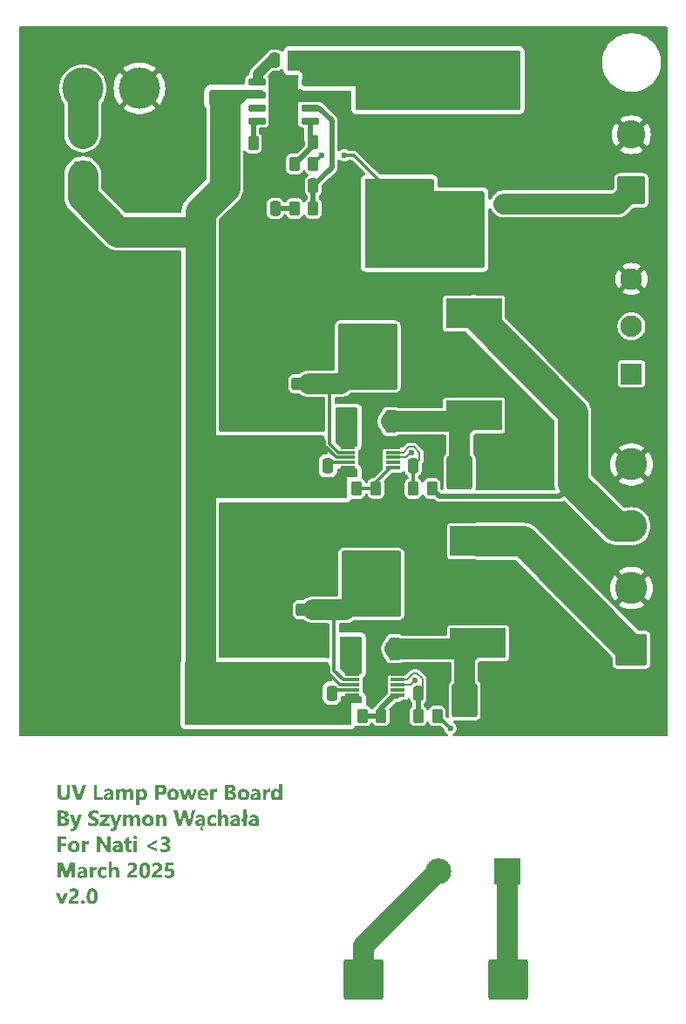
<source format=gtl>
G04 #@! TF.GenerationSoftware,KiCad,Pcbnew,8.0.6*
G04 #@! TF.CreationDate,2025-04-03T20:59:00+02:00*
G04 #@! TF.ProjectId,UV-Lamp,55562d4c-616d-4702-9e6b-696361645f70,v2.0*
G04 #@! TF.SameCoordinates,Original*
G04 #@! TF.FileFunction,Copper,L1,Top*
G04 #@! TF.FilePolarity,Positive*
%FSLAX46Y46*%
G04 Gerber Fmt 4.6, Leading zero omitted, Abs format (unit mm)*
G04 Created by KiCad (PCBNEW 8.0.6) date 2025-04-03 20:59:00*
%MOMM*%
%LPD*%
G01*
G04 APERTURE LIST*
G04 Aperture macros list*
%AMRoundRect*
0 Rectangle with rounded corners*
0 $1 Rounding radius*
0 $2 $3 $4 $5 $6 $7 $8 $9 X,Y pos of 4 corners*
0 Add a 4 corners polygon primitive as box body*
4,1,4,$2,$3,$4,$5,$6,$7,$8,$9,$2,$3,0*
0 Add four circle primitives for the rounded corners*
1,1,$1+$1,$2,$3*
1,1,$1+$1,$4,$5*
1,1,$1+$1,$6,$7*
1,1,$1+$1,$8,$9*
0 Add four rect primitives between the rounded corners*
20,1,$1+$1,$2,$3,$4,$5,0*
20,1,$1+$1,$4,$5,$6,$7,0*
20,1,$1+$1,$6,$7,$8,$9,0*
20,1,$1+$1,$8,$9,$2,$3,0*%
G04 Aperture macros list end*
%ADD10C,0.300000*%
G04 #@! TA.AperFunction,NonConductor*
%ADD11C,0.300000*%
G04 #@! TD*
G04 #@! TA.AperFunction,SMDPad,CuDef*
%ADD12RoundRect,0.250000X0.650000X-0.325000X0.650000X0.325000X-0.650000X0.325000X-0.650000X-0.325000X0*%
G04 #@! TD*
G04 #@! TA.AperFunction,SMDPad,CuDef*
%ADD13R,5.400000X2.900000*%
G04 #@! TD*
G04 #@! TA.AperFunction,SMDPad,CuDef*
%ADD14RoundRect,0.250000X-0.262500X-0.450000X0.262500X-0.450000X0.262500X0.450000X-0.262500X0.450000X0*%
G04 #@! TD*
G04 #@! TA.AperFunction,SMDPad,CuDef*
%ADD15R,1.400000X0.300000*%
G04 #@! TD*
G04 #@! TA.AperFunction,SMDPad,CuDef*
%ADD16R,1.880000X2.050000*%
G04 #@! TD*
G04 #@! TA.AperFunction,SMDPad,CuDef*
%ADD17RoundRect,0.250000X1.000000X-1.400000X1.000000X1.400000X-1.000000X1.400000X-1.000000X-1.400000X0*%
G04 #@! TD*
G04 #@! TA.AperFunction,SMDPad,CuDef*
%ADD18RoundRect,0.250000X0.262500X0.450000X-0.262500X0.450000X-0.262500X-0.450000X0.262500X-0.450000X0*%
G04 #@! TD*
G04 #@! TA.AperFunction,SMDPad,CuDef*
%ADD19RoundRect,0.250000X-0.250000X-0.475000X0.250000X-0.475000X0.250000X0.475000X-0.250000X0.475000X0*%
G04 #@! TD*
G04 #@! TA.AperFunction,SMDPad,CuDef*
%ADD20RoundRect,0.250000X0.325000X0.650000X-0.325000X0.650000X-0.325000X-0.650000X0.325000X-0.650000X0*%
G04 #@! TD*
G04 #@! TA.AperFunction,SMDPad,CuDef*
%ADD21RoundRect,0.250000X0.250000X0.475000X-0.250000X0.475000X-0.250000X-0.475000X0.250000X-0.475000X0*%
G04 #@! TD*
G04 #@! TA.AperFunction,SMDPad,CuDef*
%ADD22RoundRect,0.250000X0.350000X-0.850000X0.350000X0.850000X-0.350000X0.850000X-0.350000X-0.850000X0*%
G04 #@! TD*
G04 #@! TA.AperFunction,SMDPad,CuDef*
%ADD23RoundRect,0.250000X1.125000X-1.275000X1.125000X1.275000X-1.125000X1.275000X-1.125000X-1.275000X0*%
G04 #@! TD*
G04 #@! TA.AperFunction,SMDPad,CuDef*
%ADD24RoundRect,0.249997X2.650003X-2.950003X2.650003X2.950003X-2.650003X2.950003X-2.650003X-2.950003X0*%
G04 #@! TD*
G04 #@! TA.AperFunction,SMDPad,CuDef*
%ADD25RoundRect,0.250000X-1.400000X-1.000000X1.400000X-1.000000X1.400000X1.000000X-1.400000X1.000000X0*%
G04 #@! TD*
G04 #@! TA.AperFunction,ComponentPad*
%ADD26RoundRect,0.250002X-1.699998X-1.699998X1.699998X-1.699998X1.699998X1.699998X-1.699998X1.699998X0*%
G04 #@! TD*
G04 #@! TA.AperFunction,SMDPad,CuDef*
%ADD27RoundRect,0.250000X1.500000X0.550000X-1.500000X0.550000X-1.500000X-0.550000X1.500000X-0.550000X0*%
G04 #@! TD*
G04 #@! TA.AperFunction,SMDPad,CuDef*
%ADD28RoundRect,0.250000X-0.625000X0.375000X-0.625000X-0.375000X0.625000X-0.375000X0.625000X0.375000X0*%
G04 #@! TD*
G04 #@! TA.AperFunction,SMDPad,CuDef*
%ADD29RoundRect,0.250000X-0.375000X-0.625000X0.375000X-0.625000X0.375000X0.625000X-0.375000X0.625000X0*%
G04 #@! TD*
G04 #@! TA.AperFunction,SMDPad,CuDef*
%ADD30RoundRect,0.150000X-0.737500X-0.150000X0.737500X-0.150000X0.737500X0.150000X-0.737500X0.150000X0*%
G04 #@! TD*
G04 #@! TA.AperFunction,HeatsinkPad*
%ADD31C,0.600000*%
G04 #@! TD*
G04 #@! TA.AperFunction,HeatsinkPad*
%ADD32R,2.950000X4.900000*%
G04 #@! TD*
G04 #@! TA.AperFunction,ComponentPad*
%ADD33RoundRect,0.250000X1.125000X-1.125000X1.125000X1.125000X-1.125000X1.125000X-1.125000X-1.125000X0*%
G04 #@! TD*
G04 #@! TA.AperFunction,ComponentPad*
%ADD34C,2.750000*%
G04 #@! TD*
G04 #@! TA.AperFunction,ComponentPad*
%ADD35RoundRect,0.249999X1.300001X-1.300001X1.300001X1.300001X-1.300001X1.300001X-1.300001X-1.300001X0*%
G04 #@! TD*
G04 #@! TA.AperFunction,ComponentPad*
%ADD36C,3.100000*%
G04 #@! TD*
G04 #@! TA.AperFunction,ComponentPad*
%ADD37RoundRect,0.250001X0.799999X-0.799999X0.799999X0.799999X-0.799999X0.799999X-0.799999X-0.799999X0*%
G04 #@! TD*
G04 #@! TA.AperFunction,ComponentPad*
%ADD38C,2.100000*%
G04 #@! TD*
G04 #@! TA.AperFunction,SMDPad,CuDef*
%ADD39RoundRect,0.250000X1.425000X-0.362500X1.425000X0.362500X-1.425000X0.362500X-1.425000X-0.362500X0*%
G04 #@! TD*
G04 #@! TA.AperFunction,ComponentPad*
%ADD40R,2.500000X2.500000*%
G04 #@! TD*
G04 #@! TA.AperFunction,ComponentPad*
%ADD41C,2.500000*%
G04 #@! TD*
G04 #@! TA.AperFunction,ComponentPad*
%ADD42C,4.000000*%
G04 #@! TD*
G04 #@! TA.AperFunction,ViaPad*
%ADD43C,0.600000*%
G04 #@! TD*
G04 #@! TA.AperFunction,Conductor*
%ADD44C,0.300000*%
G04 #@! TD*
G04 #@! TA.AperFunction,Conductor*
%ADD45C,3.000000*%
G04 #@! TD*
G04 #@! TA.AperFunction,Conductor*
%ADD46C,2.000000*%
G04 #@! TD*
G04 #@! TA.AperFunction,Conductor*
%ADD47C,1.000000*%
G04 #@! TD*
G04 #@! TA.AperFunction,Conductor*
%ADD48C,0.200000*%
G04 #@! TD*
G04 #@! TA.AperFunction,Conductor*
%ADD49C,0.500000*%
G04 #@! TD*
G04 APERTURE END LIST*
D10*
D11*
G36*
X112573499Y-130723862D02*
G01*
X112571076Y-130804339D01*
X112563808Y-130879624D01*
X112543819Y-130982816D01*
X112512927Y-131074327D01*
X112471133Y-131154155D01*
X112418435Y-131222301D01*
X112354835Y-131278764D01*
X112280332Y-131323546D01*
X112194926Y-131356645D01*
X112098617Y-131378063D01*
X111991405Y-131387798D01*
X111953244Y-131388447D01*
X111845672Y-131382744D01*
X111748680Y-131365636D01*
X111662269Y-131337123D01*
X111586439Y-131297205D01*
X111521190Y-131245881D01*
X111466522Y-131183153D01*
X111422435Y-131109019D01*
X111388929Y-131023479D01*
X111366004Y-130926535D01*
X111353659Y-130818185D01*
X111351308Y-130739616D01*
X111351308Y-129887819D01*
X111685432Y-129887819D01*
X111685432Y-130743279D01*
X111689811Y-130827085D01*
X111702949Y-130899717D01*
X111731687Y-130974793D01*
X111784238Y-131041838D01*
X111856495Y-131083741D01*
X111931762Y-131099454D01*
X111965701Y-131100851D01*
X112044965Y-131092416D01*
X112122348Y-131060027D01*
X112180385Y-131003347D01*
X112213971Y-130937557D01*
X112234123Y-130854898D01*
X112240572Y-130776625D01*
X112240840Y-130755369D01*
X112240840Y-129887819D01*
X112573499Y-129887819D01*
X112573499Y-130723862D01*
G37*
G36*
X114117358Y-129887819D02*
G01*
X113608478Y-131365000D01*
X113231123Y-131365000D01*
X112728471Y-129887819D01*
X113087142Y-129887819D01*
X113395254Y-130915837D01*
X113414000Y-130989800D01*
X113424930Y-131063115D01*
X113431158Y-131063115D01*
X113443803Y-130986108D01*
X113463032Y-130911807D01*
X113768946Y-129887819D01*
X114117358Y-129887819D01*
G37*
G36*
X115745481Y-131365000D02*
G01*
X114865474Y-131365000D01*
X114865474Y-129887819D01*
X115198499Y-129887819D01*
X115198499Y-131094989D01*
X115745481Y-131094989D01*
X115745481Y-131365000D01*
G37*
G36*
X116413426Y-130290371D02*
G01*
X116486155Y-130302214D01*
X116570785Y-130330287D01*
X116641310Y-130372396D01*
X116697730Y-130428541D01*
X116740046Y-130498723D01*
X116768256Y-130582941D01*
X116780157Y-130655315D01*
X116784124Y-130735586D01*
X116784124Y-131365000D01*
X116476011Y-131365000D01*
X116476011Y-131211493D01*
X116471981Y-131211493D01*
X116428559Y-131271630D01*
X116368848Y-131326064D01*
X116299389Y-131363563D01*
X116220184Y-131384127D01*
X116157641Y-131388447D01*
X116076452Y-131381579D01*
X116005580Y-131360974D01*
X115938933Y-131321969D01*
X115915840Y-131301618D01*
X115869472Y-131241698D01*
X115840278Y-131170472D01*
X115828686Y-131096701D01*
X115827913Y-131070076D01*
X115831703Y-131031974D01*
X116127965Y-131031974D01*
X116149604Y-131103484D01*
X116166434Y-131122466D01*
X116232645Y-131154203D01*
X116271214Y-131157637D01*
X116344834Y-131145646D01*
X116409240Y-131106185D01*
X116420324Y-131094989D01*
X116461873Y-131028668D01*
X116477701Y-130953695D01*
X116478210Y-130935987D01*
X116478210Y-130865279D01*
X116286601Y-130889825D01*
X116209917Y-130909364D01*
X116150273Y-130954969D01*
X116127965Y-131031974D01*
X115831703Y-131031974D01*
X115836795Y-130980793D01*
X115863440Y-130904139D01*
X115907849Y-130840115D01*
X115970022Y-130788720D01*
X116049959Y-130749955D01*
X116126698Y-130728036D01*
X116191713Y-130716901D01*
X116478210Y-130678799D01*
X116466486Y-130604107D01*
X116418859Y-130540751D01*
X116344670Y-130512242D01*
X116290631Y-130508073D01*
X116208979Y-130513175D01*
X116129114Y-130528480D01*
X116051038Y-130553987D01*
X115974751Y-130589698D01*
X115931960Y-130614685D01*
X115931960Y-130373618D01*
X116001123Y-130345027D01*
X116075587Y-130322977D01*
X116118073Y-130312801D01*
X116196666Y-130297783D01*
X116270238Y-130288999D01*
X116332763Y-130286423D01*
X116413426Y-130290371D01*
G37*
G36*
X118711566Y-131365000D02*
G01*
X118386967Y-131365000D01*
X118386967Y-130764895D01*
X118381030Y-130687078D01*
X118359093Y-130616641D01*
X118307139Y-130558278D01*
X118228464Y-130536141D01*
X118218073Y-130535917D01*
X118145259Y-130553136D01*
X118087281Y-130604794D01*
X118052720Y-130671512D01*
X118037957Y-130745018D01*
X118036723Y-130776252D01*
X118036723Y-131365000D01*
X117711025Y-131365000D01*
X117711025Y-130759033D01*
X117705191Y-130683208D01*
X117679259Y-130606512D01*
X117625289Y-130553566D01*
X117545062Y-130535917D01*
X117470141Y-130552404D01*
X117411706Y-130601863D01*
X117377645Y-130668291D01*
X117363097Y-130746173D01*
X117361880Y-130780282D01*
X117361880Y-131365000D01*
X117036182Y-131365000D01*
X117036182Y-130309870D01*
X117361880Y-130309870D01*
X117361880Y-130477299D01*
X117365910Y-130477299D01*
X117409548Y-130418257D01*
X117464622Y-130368077D01*
X117507693Y-130339546D01*
X117578482Y-130307174D01*
X117654010Y-130289743D01*
X117706995Y-130286423D01*
X117785842Y-130293353D01*
X117865296Y-130318953D01*
X117931250Y-130363417D01*
X117983706Y-130426744D01*
X118012909Y-130483527D01*
X118062102Y-130416543D01*
X118119281Y-130363417D01*
X118184445Y-130324150D01*
X118257595Y-130298742D01*
X118338730Y-130287193D01*
X118367550Y-130286423D01*
X118448179Y-130293041D01*
X118533847Y-130319924D01*
X118602717Y-130367487D01*
X118654790Y-130435729D01*
X118684354Y-130505213D01*
X118703167Y-130587931D01*
X118711230Y-130683884D01*
X118711566Y-130709940D01*
X118711566Y-131365000D01*
G37*
G36*
X119701129Y-130291356D02*
G01*
X119778754Y-130309581D01*
X119847438Y-130341235D01*
X119907182Y-130386317D01*
X119944382Y-130426741D01*
X119987922Y-130492808D01*
X120020767Y-130568552D01*
X120040409Y-130641178D01*
X120052195Y-130720914D01*
X120056123Y-130807759D01*
X120052939Y-130887317D01*
X120043386Y-130961811D01*
X120023517Y-131044522D01*
X119994477Y-131119943D01*
X119956266Y-131188074D01*
X119925697Y-131229445D01*
X119873885Y-131283481D01*
X119805755Y-131332392D01*
X119729349Y-131366087D01*
X119657273Y-131382857D01*
X119579117Y-131388447D01*
X119500099Y-131381329D01*
X119429742Y-131359976D01*
X119359938Y-131318142D01*
X119308138Y-131266285D01*
X119288590Y-131239703D01*
X119284560Y-131239703D01*
X119284560Y-131857393D01*
X118958862Y-131857393D01*
X118958862Y-130809958D01*
X119279431Y-130809958D01*
X119279431Y-130893489D01*
X119287519Y-130969206D01*
X119314538Y-131038559D01*
X119336950Y-131070443D01*
X119394472Y-131117276D01*
X119465738Y-131137882D01*
X119488625Y-131138953D01*
X119564874Y-131126949D01*
X119631664Y-131086851D01*
X119660816Y-131053590D01*
X119695858Y-130986504D01*
X119715092Y-130910942D01*
X119722125Y-130831067D01*
X119722365Y-130811789D01*
X119717088Y-130732315D01*
X119696823Y-130654725D01*
X119653972Y-130588721D01*
X119590435Y-130549118D01*
X119506210Y-130535917D01*
X119430993Y-130548312D01*
X119363513Y-130589385D01*
X119342812Y-130611022D01*
X119304189Y-130674202D01*
X119283392Y-130751087D01*
X119279431Y-130809958D01*
X118958862Y-130809958D01*
X118958862Y-130309870D01*
X119284560Y-130309870D01*
X119284560Y-130471071D01*
X119288590Y-130471071D01*
X119337229Y-130408319D01*
X119392746Y-130358551D01*
X119466209Y-130316897D01*
X119536628Y-130295259D01*
X119613925Y-130286603D01*
X119627477Y-130286423D01*
X119701129Y-130291356D01*
G37*
G36*
X121492100Y-129892005D02*
G01*
X121582126Y-129904563D01*
X121662331Y-129925493D01*
X121732715Y-129954795D01*
X121811283Y-130006887D01*
X121872391Y-130073863D01*
X121916040Y-130155723D01*
X121937319Y-130226885D01*
X121948777Y-130306419D01*
X121950959Y-130364092D01*
X121945318Y-130445434D01*
X121928393Y-130520747D01*
X121900186Y-130590033D01*
X121860696Y-130653291D01*
X121809923Y-130710521D01*
X121790491Y-130728258D01*
X121726667Y-130775446D01*
X121655269Y-130812871D01*
X121576297Y-130840533D01*
X121504702Y-130856127D01*
X121427848Y-130864941D01*
X121362578Y-130867110D01*
X121203942Y-130867110D01*
X121203942Y-131365000D01*
X120870917Y-131365000D01*
X120870917Y-130614685D01*
X121203942Y-130614685D01*
X121334734Y-130614685D01*
X121411360Y-130608872D01*
X121486167Y-130586546D01*
X121549804Y-130539338D01*
X121587987Y-130469338D01*
X121600455Y-130391200D01*
X121600715Y-130376549D01*
X121591364Y-130297362D01*
X121556818Y-130225685D01*
X121496816Y-130176308D01*
X121425126Y-130151733D01*
X121351098Y-130143769D01*
X121334734Y-130143541D01*
X121203942Y-130143541D01*
X121203942Y-130614685D01*
X120870917Y-130614685D01*
X120870917Y-129887819D01*
X121392254Y-129887819D01*
X121492100Y-129892005D01*
G37*
G36*
X122662262Y-130290019D02*
G01*
X122736059Y-130300806D01*
X122817319Y-130323243D01*
X122890619Y-130356035D01*
X122955959Y-130399183D01*
X122995097Y-130433702D01*
X123045896Y-130492267D01*
X123086185Y-130557504D01*
X123115963Y-130629413D01*
X123135232Y-130707994D01*
X123143990Y-130793247D01*
X123144574Y-130823147D01*
X123140808Y-130902217D01*
X123129511Y-130975939D01*
X123106014Y-131057345D01*
X123071672Y-131131049D01*
X123026484Y-131197050D01*
X122990334Y-131236772D01*
X122928626Y-131288318D01*
X122858907Y-131329199D01*
X122781176Y-131359415D01*
X122695434Y-131378967D01*
X122617863Y-131387114D01*
X122568649Y-131388447D01*
X122488972Y-131384851D01*
X122414805Y-131374064D01*
X122333077Y-131351627D01*
X122259283Y-131318835D01*
X122193423Y-131275687D01*
X122153925Y-131241168D01*
X122102628Y-131182242D01*
X122061945Y-131115923D01*
X122031874Y-131042211D01*
X122012417Y-130961106D01*
X122004309Y-130887871D01*
X122002983Y-130841465D01*
X122003179Y-130837435D01*
X122333443Y-130837435D01*
X122339427Y-130924298D01*
X122357379Y-130996438D01*
X122394718Y-131063573D01*
X122460061Y-131115102D01*
X122534739Y-131136303D01*
X122578541Y-131138953D01*
X122658101Y-131128069D01*
X122730116Y-131087860D01*
X122779727Y-131018024D01*
X122804417Y-130934583D01*
X122812419Y-130848421D01*
X122812648Y-130829375D01*
X122806888Y-130744834D01*
X122784768Y-130662299D01*
X122737995Y-130592087D01*
X122668642Y-130549960D01*
X122591225Y-130536204D01*
X122576709Y-130535917D01*
X122503429Y-130545225D01*
X122432453Y-130580224D01*
X122397191Y-130614685D01*
X122358345Y-130682932D01*
X122339669Y-130753815D01*
X122333506Y-130828500D01*
X122333443Y-130837435D01*
X122003179Y-130837435D01*
X122006802Y-130762827D01*
X122018260Y-130689717D01*
X122042092Y-130609282D01*
X122076924Y-130536806D01*
X122122755Y-130472290D01*
X122159420Y-130433702D01*
X122222086Y-130383650D01*
X122292479Y-130343954D01*
X122370601Y-130314613D01*
X122456450Y-130295628D01*
X122533895Y-130287718D01*
X122582937Y-130286423D01*
X122662262Y-130290019D01*
G37*
G36*
X124877477Y-130309870D02*
G01*
X124573394Y-131365000D01*
X124231577Y-131365000D01*
X124075872Y-130746577D01*
X124062734Y-130673624D01*
X124058286Y-130611755D01*
X124052058Y-130611755D01*
X124043449Y-130684569D01*
X124031542Y-130742547D01*
X123864480Y-131365000D01*
X123526692Y-131365000D01*
X123228838Y-130309870D01*
X123560764Y-130309870D01*
X123705844Y-130997903D01*
X123717099Y-131070534D01*
X123721231Y-131115505D01*
X123727459Y-131115505D01*
X123735896Y-131041497D01*
X123746144Y-130993872D01*
X123927494Y-130309870D01*
X124237438Y-130309870D01*
X124400471Y-130998269D01*
X124410843Y-131075068D01*
X124414759Y-131117704D01*
X124422086Y-131117704D01*
X124430930Y-131043057D01*
X124438572Y-130998269D01*
X124575593Y-130309870D01*
X124877477Y-130309870D01*
G37*
G36*
X125560451Y-130291240D02*
G01*
X125635954Y-130305692D01*
X125714729Y-130334728D01*
X125783476Y-130376878D01*
X125834420Y-130423443D01*
X125883670Y-130488053D01*
X125920824Y-130561989D01*
X125943042Y-130632786D01*
X125956372Y-130710435D01*
X125960816Y-130794937D01*
X125960816Y-130931957D01*
X125272418Y-130931957D01*
X125287616Y-131008653D01*
X125328138Y-131078076D01*
X125393203Y-131125901D01*
X125468508Y-131149703D01*
X125545037Y-131157417D01*
X125561845Y-131157637D01*
X125635964Y-131154096D01*
X125715734Y-131141376D01*
X125790238Y-131119406D01*
X125859475Y-131088185D01*
X125867759Y-131083632D01*
X125867759Y-131312243D01*
X125799616Y-131341936D01*
X125723093Y-131364335D01*
X125650832Y-131377731D01*
X125572414Y-131385768D01*
X125487840Y-131388447D01*
X125410726Y-131385003D01*
X125325581Y-131371780D01*
X125248498Y-131348639D01*
X125179479Y-131315580D01*
X125118522Y-131272604D01*
X125091067Y-131247397D01*
X125043132Y-131190587D01*
X125005115Y-131125947D01*
X124977015Y-131053475D01*
X124958833Y-130973173D01*
X124951257Y-130900272D01*
X124950017Y-130853921D01*
X124953738Y-130774833D01*
X124960230Y-130731922D01*
X125270219Y-130731922D01*
X125658932Y-130731922D01*
X125652479Y-130655101D01*
X125628639Y-130585566D01*
X125572176Y-130527950D01*
X125497610Y-130506758D01*
X125475383Y-130505875D01*
X125402294Y-130522087D01*
X125343421Y-130566732D01*
X125339829Y-130570722D01*
X125298375Y-130633313D01*
X125274032Y-130708246D01*
X125270219Y-130731922D01*
X124960230Y-130731922D01*
X124964900Y-130701057D01*
X124988119Y-130619540D01*
X125022053Y-130545673D01*
X125066704Y-130479457D01*
X125102424Y-130439563D01*
X125162050Y-130387520D01*
X125226622Y-130346244D01*
X125296140Y-130315735D01*
X125370603Y-130295994D01*
X125450013Y-130287021D01*
X125477581Y-130286423D01*
X125560451Y-130291240D01*
G37*
G36*
X126836793Y-130600031D02*
G01*
X126764588Y-130573962D01*
X126699773Y-130567791D01*
X126626632Y-130578816D01*
X126562162Y-130615644D01*
X126533810Y-130646193D01*
X126497419Y-130712654D01*
X126478816Y-130787516D01*
X126474092Y-130858684D01*
X126474092Y-131365000D01*
X126148394Y-131365000D01*
X126148394Y-130309870D01*
X126474092Y-130309870D01*
X126474092Y-130501845D01*
X126478122Y-130501845D01*
X126511464Y-130428635D01*
X126561368Y-130362368D01*
X126623122Y-130316717D01*
X126696728Y-130291682D01*
X126756559Y-130286423D01*
X126831170Y-130296653D01*
X126836793Y-130298879D01*
X126836793Y-130600031D01*
G37*
G36*
X128206746Y-129890001D02*
G01*
X128288766Y-129898382D01*
X128362749Y-129913048D01*
X128438904Y-129938102D01*
X128504120Y-129971712D01*
X128512543Y-129977212D01*
X128570726Y-130026488D01*
X128616312Y-130092871D01*
X128640858Y-130170847D01*
X128645533Y-130229270D01*
X128635966Y-130306911D01*
X128607264Y-130377625D01*
X128564567Y-130435900D01*
X128509598Y-130485824D01*
X128445899Y-130525230D01*
X128373471Y-130554117D01*
X128357937Y-130558632D01*
X128357937Y-130562662D01*
X128432744Y-130577454D01*
X128507432Y-130605809D01*
X128572093Y-130646568D01*
X128609630Y-130680631D01*
X128655321Y-130739045D01*
X128688552Y-130811903D01*
X128702675Y-130884633D01*
X128704152Y-130919134D01*
X128699038Y-130993095D01*
X128680147Y-131071863D01*
X128647337Y-131142531D01*
X128600606Y-131205099D01*
X128558705Y-131244832D01*
X128490148Y-131291655D01*
X128423293Y-131322636D01*
X128348966Y-131345167D01*
X128267170Y-131359249D01*
X128193300Y-131364530D01*
X128162299Y-131365000D01*
X127594434Y-131365000D01*
X127594434Y-131119902D01*
X127927459Y-131119902D01*
X128107711Y-131119902D01*
X128181120Y-131113451D01*
X128252585Y-131089196D01*
X128288328Y-131065314D01*
X128335399Y-131005019D01*
X128353331Y-130932911D01*
X128353907Y-130915471D01*
X128339739Y-130838904D01*
X128293394Y-130776222D01*
X128289427Y-130772955D01*
X128223510Y-130737642D01*
X128151382Y-130723114D01*
X128109909Y-130721297D01*
X127927459Y-130721297D01*
X127927459Y-131119902D01*
X127594434Y-131119902D01*
X127594434Y-130474002D01*
X127927459Y-130474002D01*
X128073639Y-130474002D01*
X128150266Y-130465960D01*
X128220499Y-130436695D01*
X128235938Y-130425275D01*
X128282248Y-130363267D01*
X128295289Y-130291552D01*
X128276046Y-130214868D01*
X128218318Y-130163280D01*
X128146811Y-130140507D01*
X128066990Y-130133071D01*
X128052023Y-130132916D01*
X127927459Y-130132916D01*
X127927459Y-130474002D01*
X127594434Y-130474002D01*
X127594434Y-129887819D01*
X128132257Y-129887819D01*
X128206746Y-129890001D01*
G37*
G36*
X129504481Y-130290019D02*
G01*
X129578278Y-130300806D01*
X129659538Y-130323243D01*
X129732838Y-130356035D01*
X129798178Y-130399183D01*
X129837316Y-130433702D01*
X129888115Y-130492267D01*
X129928404Y-130557504D01*
X129958182Y-130629413D01*
X129977451Y-130707994D01*
X129986209Y-130793247D01*
X129986793Y-130823147D01*
X129983027Y-130902217D01*
X129971731Y-130975939D01*
X129948233Y-131057345D01*
X129913891Y-131131049D01*
X129868703Y-131197050D01*
X129832554Y-131236772D01*
X129770846Y-131288318D01*
X129701126Y-131329199D01*
X129623395Y-131359415D01*
X129537653Y-131378967D01*
X129460082Y-131387114D01*
X129410868Y-131388447D01*
X129331191Y-131384851D01*
X129257024Y-131374064D01*
X129175296Y-131351627D01*
X129101502Y-131318835D01*
X129035643Y-131275687D01*
X128996144Y-131241168D01*
X128944847Y-131182242D01*
X128904164Y-131115923D01*
X128874093Y-131042211D01*
X128854636Y-130961106D01*
X128846529Y-130887871D01*
X128845202Y-130841465D01*
X128845398Y-130837435D01*
X129175662Y-130837435D01*
X129181646Y-130924298D01*
X129199598Y-130996438D01*
X129236937Y-131063573D01*
X129302280Y-131115102D01*
X129376959Y-131136303D01*
X129420760Y-131138953D01*
X129500320Y-131128069D01*
X129572335Y-131087860D01*
X129621946Y-131018024D01*
X129646637Y-130934583D01*
X129654638Y-130848421D01*
X129654867Y-130829375D01*
X129649107Y-130744834D01*
X129626987Y-130662299D01*
X129580214Y-130592087D01*
X129510861Y-130549960D01*
X129433444Y-130536204D01*
X129418928Y-130535917D01*
X129345648Y-130545225D01*
X129274672Y-130580224D01*
X129239410Y-130614685D01*
X129200564Y-130682932D01*
X129181888Y-130753815D01*
X129175725Y-130828500D01*
X129175662Y-130837435D01*
X128845398Y-130837435D01*
X128849021Y-130762827D01*
X128860479Y-130689717D01*
X128884311Y-130609282D01*
X128919143Y-130536806D01*
X128964974Y-130472290D01*
X129001639Y-130433702D01*
X129064305Y-130383650D01*
X129134698Y-130343954D01*
X129212820Y-130314613D01*
X129298669Y-130295628D01*
X129376114Y-130287718D01*
X129425157Y-130286423D01*
X129504481Y-130290019D01*
G37*
G36*
X130678185Y-130290371D02*
G01*
X130750914Y-130302214D01*
X130835544Y-130330287D01*
X130906070Y-130372396D01*
X130962490Y-130428541D01*
X131004805Y-130498723D01*
X131033015Y-130582941D01*
X131044916Y-130655315D01*
X131048883Y-130735586D01*
X131048883Y-131365000D01*
X130740771Y-131365000D01*
X130740771Y-131211493D01*
X130736741Y-131211493D01*
X130693318Y-131271630D01*
X130633607Y-131326064D01*
X130564149Y-131363563D01*
X130484943Y-131384127D01*
X130422400Y-131388447D01*
X130341211Y-131381579D01*
X130270339Y-131360974D01*
X130203692Y-131321969D01*
X130180600Y-131301618D01*
X130134232Y-131241698D01*
X130105037Y-131170472D01*
X130093445Y-131096701D01*
X130092672Y-131070076D01*
X130096462Y-131031974D01*
X130392725Y-131031974D01*
X130414363Y-131103484D01*
X130431193Y-131122466D01*
X130497405Y-131154203D01*
X130535973Y-131157637D01*
X130609594Y-131145646D01*
X130673999Y-131106185D01*
X130685083Y-131094989D01*
X130726632Y-131028668D01*
X130742460Y-130953695D01*
X130742969Y-130935987D01*
X130742969Y-130865279D01*
X130551360Y-130889825D01*
X130474676Y-130909364D01*
X130415033Y-130954969D01*
X130392725Y-131031974D01*
X130096462Y-131031974D01*
X130101554Y-130980793D01*
X130128200Y-130904139D01*
X130172609Y-130840115D01*
X130234781Y-130788720D01*
X130314718Y-130749955D01*
X130391457Y-130728036D01*
X130456472Y-130716901D01*
X130742969Y-130678799D01*
X130731245Y-130604107D01*
X130683618Y-130540751D01*
X130609429Y-130512242D01*
X130555390Y-130508073D01*
X130473738Y-130513175D01*
X130393874Y-130528480D01*
X130315798Y-130553987D01*
X130239510Y-130589698D01*
X130196720Y-130614685D01*
X130196720Y-130373618D01*
X130265882Y-130345027D01*
X130340346Y-130322977D01*
X130382833Y-130312801D01*
X130461426Y-130297783D01*
X130534997Y-130288999D01*
X130597522Y-130286423D01*
X130678185Y-130290371D01*
G37*
G36*
X131989340Y-130600031D02*
G01*
X131917135Y-130573962D01*
X131852320Y-130567791D01*
X131779179Y-130578816D01*
X131714710Y-130615644D01*
X131686357Y-130646193D01*
X131649967Y-130712654D01*
X131631363Y-130787516D01*
X131626639Y-130858684D01*
X131626639Y-131365000D01*
X131300942Y-131365000D01*
X131300942Y-130309870D01*
X131626639Y-130309870D01*
X131626639Y-130501845D01*
X131630669Y-130501845D01*
X131664011Y-130428635D01*
X131713915Y-130362368D01*
X131775670Y-130316717D01*
X131849275Y-130291682D01*
X131909106Y-130286423D01*
X131983717Y-130296653D01*
X131989340Y-130298879D01*
X131989340Y-130600031D01*
G37*
G36*
X133159874Y-131365000D02*
G01*
X132834176Y-131365000D01*
X132834176Y-131216988D01*
X132830146Y-131216988D01*
X132784735Y-131275257D01*
X132722543Y-131328001D01*
X132650427Y-131364335D01*
X132568389Y-131384261D01*
X132503715Y-131388447D01*
X132420861Y-131381803D01*
X132345405Y-131361870D01*
X132277346Y-131328648D01*
X132216686Y-131282138D01*
X132185345Y-131249595D01*
X132138379Y-131183410D01*
X132102949Y-131106671D01*
X132081761Y-131032495D01*
X132069049Y-130950566D01*
X132064929Y-130876368D01*
X132064811Y-130860882D01*
X132065187Y-130851723D01*
X132395272Y-130851723D01*
X132400996Y-130931858D01*
X132420516Y-131005709D01*
X132453890Y-131064581D01*
X132509252Y-131112734D01*
X132579488Y-131136338D01*
X132616922Y-131138953D01*
X132691247Y-131125953D01*
X132753479Y-131086953D01*
X132778122Y-131060184D01*
X132816075Y-130993947D01*
X132835478Y-130920647D01*
X132840404Y-130851723D01*
X132840404Y-130772955D01*
X132830549Y-130695649D01*
X132797891Y-130625244D01*
X132780687Y-130603328D01*
X132721492Y-130557246D01*
X132648412Y-130536970D01*
X132624982Y-130535917D01*
X132550570Y-130547767D01*
X132484957Y-130587348D01*
X132456088Y-130620181D01*
X132421463Y-130685558D01*
X132402458Y-130757915D01*
X132395509Y-130833560D01*
X132395272Y-130851723D01*
X132065187Y-130851723D01*
X132068049Y-130782012D01*
X132077763Y-130708204D01*
X132097967Y-130626318D01*
X132127497Y-130551721D01*
X132166351Y-130484414D01*
X132197435Y-130443593D01*
X132250204Y-130390180D01*
X132319094Y-130341832D01*
X132395873Y-130308525D01*
X132467962Y-130291949D01*
X132545847Y-130286423D01*
X132629075Y-130293436D01*
X132700522Y-130314473D01*
X132767750Y-130355689D01*
X132819590Y-130415223D01*
X132830146Y-130432969D01*
X132834176Y-130432969D01*
X132834176Y-129794030D01*
X133159874Y-129794030D01*
X133159874Y-131365000D01*
G37*
G36*
X111981205Y-132410001D02*
G01*
X112063225Y-132418382D01*
X112137208Y-132433048D01*
X112213363Y-132458102D01*
X112278579Y-132491712D01*
X112287002Y-132497212D01*
X112345186Y-132546488D01*
X112390771Y-132612871D01*
X112415317Y-132690847D01*
X112419993Y-132749270D01*
X112410425Y-132826911D01*
X112381723Y-132897625D01*
X112339026Y-132955900D01*
X112284057Y-133005824D01*
X112220358Y-133045230D01*
X112147930Y-133074117D01*
X112132397Y-133078632D01*
X112132397Y-133082662D01*
X112207204Y-133097454D01*
X112281891Y-133125809D01*
X112346552Y-133166568D01*
X112384089Y-133200631D01*
X112429781Y-133259045D01*
X112463011Y-133331903D01*
X112477134Y-133404633D01*
X112478611Y-133439134D01*
X112473497Y-133513095D01*
X112454606Y-133591863D01*
X112421796Y-133662531D01*
X112375065Y-133725099D01*
X112333164Y-133764832D01*
X112264608Y-133811655D01*
X112197752Y-133842636D01*
X112123426Y-133865167D01*
X112041629Y-133879249D01*
X111967759Y-133884530D01*
X111936758Y-133885000D01*
X111368893Y-133885000D01*
X111368893Y-133639902D01*
X111701919Y-133639902D01*
X111882170Y-133639902D01*
X111955580Y-133633451D01*
X112027044Y-133609196D01*
X112062787Y-133585314D01*
X112109858Y-133525019D01*
X112127790Y-133452911D01*
X112128367Y-133435471D01*
X112114199Y-133358904D01*
X112067853Y-133296222D01*
X112063886Y-133292955D01*
X111997970Y-133257642D01*
X111925842Y-133243114D01*
X111884368Y-133241297D01*
X111701919Y-133241297D01*
X111701919Y-133639902D01*
X111368893Y-133639902D01*
X111368893Y-132994002D01*
X111701919Y-132994002D01*
X111848098Y-132994002D01*
X111924725Y-132985960D01*
X111994958Y-132956695D01*
X112010397Y-132945275D01*
X112056707Y-132883267D01*
X112069748Y-132811552D01*
X112050506Y-132734868D01*
X111992777Y-132683280D01*
X111921271Y-132660507D01*
X111841449Y-132653071D01*
X111826482Y-132652916D01*
X111701919Y-132652916D01*
X111701919Y-132994002D01*
X111368893Y-132994002D01*
X111368893Y-132407819D01*
X111906716Y-132407819D01*
X111981205Y-132410001D01*
G37*
G36*
X113686880Y-132829870D02*
G01*
X113258234Y-133984284D01*
X113227870Y-134058727D01*
X113194757Y-134125848D01*
X113146328Y-134203953D01*
X113093011Y-134269039D01*
X113034805Y-134321109D01*
X112971710Y-134360161D01*
X112885967Y-134390671D01*
X112811872Y-134400434D01*
X112792585Y-134400840D01*
X112715999Y-134398070D01*
X112638437Y-134387651D01*
X112597679Y-134377393D01*
X112597679Y-134119473D01*
X112669887Y-134145200D01*
X112739096Y-134152445D01*
X112816485Y-134138246D01*
X112880369Y-134090367D01*
X112914218Y-134032278D01*
X112969905Y-133899288D01*
X112541259Y-132829870D01*
X112901762Y-132829870D01*
X113098499Y-133485296D01*
X113116853Y-133560786D01*
X113127442Y-133629277D01*
X113131472Y-133629277D01*
X113146941Y-133554187D01*
X113165544Y-133487128D01*
X113364480Y-132829870D01*
X113686880Y-132829870D01*
G37*
G36*
X114355129Y-133827847D02*
G01*
X114355129Y-133506179D01*
X114418613Y-133550383D01*
X114485647Y-133586275D01*
X114549668Y-133611692D01*
X114622216Y-133631716D01*
X114695284Y-133643428D01*
X114762159Y-133646863D01*
X114837601Y-133642129D01*
X114871702Y-133635872D01*
X114941987Y-133609545D01*
X114950104Y-133604731D01*
X114996999Y-133557470D01*
X115012386Y-133498485D01*
X114991926Y-133427952D01*
X114987473Y-133421549D01*
X114935493Y-133369810D01*
X114920062Y-133358900D01*
X114853835Y-133320143D01*
X114818579Y-133303213D01*
X114749620Y-133272778D01*
X114691817Y-133248625D01*
X114620371Y-133215684D01*
X114549021Y-133174302D01*
X114488663Y-133128936D01*
X114433897Y-133073136D01*
X114392810Y-133011219D01*
X114365169Y-132942520D01*
X114350976Y-132867040D01*
X114348900Y-132822177D01*
X114354355Y-132746897D01*
X114372748Y-132673464D01*
X114395062Y-132624340D01*
X114438369Y-132561904D01*
X114492680Y-132509141D01*
X114521458Y-132488053D01*
X114590522Y-132449309D01*
X114661680Y-132421917D01*
X114706472Y-132409651D01*
X114780189Y-132395258D01*
X114856763Y-132386840D01*
X114928855Y-132384371D01*
X115005079Y-132385973D01*
X115081122Y-132391374D01*
X115133286Y-132397927D01*
X115208770Y-132412593D01*
X115283576Y-132434532D01*
X115297784Y-132439692D01*
X115297784Y-132739745D01*
X115230386Y-132704351D01*
X115216817Y-132698712D01*
X115146908Y-132674464D01*
X115126692Y-132669036D01*
X115054564Y-132654520D01*
X115034368Y-132651817D01*
X114960479Y-132646099D01*
X114947540Y-132645956D01*
X114874307Y-132651150D01*
X114844225Y-132656946D01*
X114774381Y-132682271D01*
X114766189Y-132686988D01*
X114716730Y-132733517D01*
X114699145Y-132794333D01*
X114718562Y-132860645D01*
X114769824Y-132913024D01*
X114774249Y-132916332D01*
X114837104Y-132954938D01*
X114861810Y-132967623D01*
X114931534Y-132999480D01*
X114978314Y-133019281D01*
X115047327Y-133050132D01*
X115114887Y-133085114D01*
X115137316Y-133098049D01*
X115199178Y-133139356D01*
X115255403Y-133188918D01*
X115258583Y-133192205D01*
X115305580Y-133252108D01*
X115335886Y-133312006D01*
X115355944Y-133384637D01*
X115362604Y-133462878D01*
X115362630Y-133468443D01*
X115358051Y-133541745D01*
X115342435Y-133613451D01*
X115315736Y-133675806D01*
X115272071Y-133738475D01*
X115217281Y-133790744D01*
X115188241Y-133811360D01*
X115118698Y-133848732D01*
X115046776Y-133874535D01*
X115001395Y-133885732D01*
X114926714Y-133898664D01*
X114849262Y-133906229D01*
X114776448Y-133908447D01*
X114701572Y-133906479D01*
X114621853Y-133899769D01*
X114544905Y-133888297D01*
X114473058Y-133872063D01*
X114402578Y-133848922D01*
X114355129Y-133827847D01*
G37*
G36*
X116403471Y-133885000D02*
G01*
X115456420Y-133885000D01*
X115456420Y-133750177D01*
X115986182Y-133069839D01*
X115509176Y-133069839D01*
X115509176Y-132829870D01*
X116399441Y-132829870D01*
X116399441Y-132990704D01*
X115897522Y-133645031D01*
X116403471Y-133645031D01*
X116403471Y-133885000D01*
G37*
G36*
X117577669Y-132829870D02*
G01*
X117149023Y-133984284D01*
X117118659Y-134058727D01*
X117085546Y-134125848D01*
X117037117Y-134203953D01*
X116983799Y-134269039D01*
X116925593Y-134321109D01*
X116862498Y-134360161D01*
X116776755Y-134390671D01*
X116702661Y-134400434D01*
X116683374Y-134400840D01*
X116606788Y-134398070D01*
X116529226Y-134387651D01*
X116488468Y-134377393D01*
X116488468Y-134119473D01*
X116560676Y-134145200D01*
X116629884Y-134152445D01*
X116707273Y-134138246D01*
X116771158Y-134090367D01*
X116805006Y-134032278D01*
X116860694Y-133899288D01*
X116432048Y-132829870D01*
X116792550Y-132829870D01*
X116989288Y-133485296D01*
X117007642Y-133560786D01*
X117018230Y-133629277D01*
X117022260Y-133629277D01*
X117037729Y-133554187D01*
X117056332Y-133487128D01*
X117255268Y-132829870D01*
X117577669Y-132829870D01*
G37*
G36*
X119378349Y-133885000D02*
G01*
X119053750Y-133885000D01*
X119053750Y-133284895D01*
X119047813Y-133207078D01*
X119025876Y-133136641D01*
X118973922Y-133078278D01*
X118895247Y-133056141D01*
X118884856Y-133055917D01*
X118812042Y-133073136D01*
X118754064Y-133124794D01*
X118719503Y-133191512D01*
X118704740Y-133265018D01*
X118703506Y-133296252D01*
X118703506Y-133885000D01*
X118377808Y-133885000D01*
X118377808Y-133279033D01*
X118371974Y-133203208D01*
X118346042Y-133126512D01*
X118292072Y-133073566D01*
X118211845Y-133055917D01*
X118136924Y-133072404D01*
X118078489Y-133121863D01*
X118044428Y-133188291D01*
X118029880Y-133266173D01*
X118028663Y-133300282D01*
X118028663Y-133885000D01*
X117702965Y-133885000D01*
X117702965Y-132829870D01*
X118028663Y-132829870D01*
X118028663Y-132997299D01*
X118032693Y-132997299D01*
X118076331Y-132938257D01*
X118131405Y-132888077D01*
X118174476Y-132859546D01*
X118245265Y-132827174D01*
X118320793Y-132809743D01*
X118373778Y-132806423D01*
X118452625Y-132813353D01*
X118532079Y-132838953D01*
X118598033Y-132883417D01*
X118650489Y-132946744D01*
X118679692Y-133003527D01*
X118728885Y-132936543D01*
X118786064Y-132883417D01*
X118851228Y-132844150D01*
X118924378Y-132818742D01*
X119005513Y-132807193D01*
X119034333Y-132806423D01*
X119114962Y-132813041D01*
X119200630Y-132839924D01*
X119269500Y-132887487D01*
X119321573Y-132955729D01*
X119351137Y-133025213D01*
X119369950Y-133107931D01*
X119378013Y-133203884D01*
X119378349Y-133229940D01*
X119378349Y-133885000D01*
G37*
G36*
X120222276Y-132810019D02*
G01*
X120296073Y-132820806D01*
X120377333Y-132843243D01*
X120450633Y-132876035D01*
X120515973Y-132919183D01*
X120555111Y-132953702D01*
X120605910Y-133012267D01*
X120646198Y-133077504D01*
X120675977Y-133149413D01*
X120695245Y-133227994D01*
X120704004Y-133313247D01*
X120704588Y-133343147D01*
X120700822Y-133422217D01*
X120689525Y-133495939D01*
X120666028Y-133577345D01*
X120631686Y-133651049D01*
X120586498Y-133717050D01*
X120550348Y-133756772D01*
X120488640Y-133808318D01*
X120418921Y-133849199D01*
X120341190Y-133879415D01*
X120255448Y-133898967D01*
X120177877Y-133907114D01*
X120128663Y-133908447D01*
X120048986Y-133904851D01*
X119974819Y-133894064D01*
X119893091Y-133871627D01*
X119819297Y-133838835D01*
X119753437Y-133795687D01*
X119713939Y-133761168D01*
X119662642Y-133702242D01*
X119621958Y-133635923D01*
X119591888Y-133562211D01*
X119572431Y-133481106D01*
X119564323Y-133407871D01*
X119562997Y-133361465D01*
X119563193Y-133357435D01*
X119893457Y-133357435D01*
X119899441Y-133444298D01*
X119917393Y-133516438D01*
X119954732Y-133583573D01*
X120020075Y-133635102D01*
X120094753Y-133656303D01*
X120138555Y-133658953D01*
X120218115Y-133648069D01*
X120290130Y-133607860D01*
X120339740Y-133538024D01*
X120364431Y-133454583D01*
X120372433Y-133368421D01*
X120372662Y-133349375D01*
X120366902Y-133264834D01*
X120344782Y-133182299D01*
X120298009Y-133112087D01*
X120228656Y-133069960D01*
X120151239Y-133056204D01*
X120136723Y-133055917D01*
X120063443Y-133065225D01*
X119992467Y-133100224D01*
X119957205Y-133134685D01*
X119918359Y-133202932D01*
X119899683Y-133273815D01*
X119893520Y-133348500D01*
X119893457Y-133357435D01*
X119563193Y-133357435D01*
X119566816Y-133282827D01*
X119578274Y-133209717D01*
X119602106Y-133129282D01*
X119636938Y-133056806D01*
X119682769Y-132992290D01*
X119719434Y-132953702D01*
X119782100Y-132903650D01*
X119852493Y-132863954D01*
X119930615Y-132834613D01*
X120016464Y-132815628D01*
X120093909Y-132807718D01*
X120142951Y-132806423D01*
X120222276Y-132810019D01*
G37*
G36*
X121928611Y-133885000D02*
G01*
X121604012Y-133885000D01*
X121604012Y-133300282D01*
X121597855Y-133217236D01*
X121575110Y-133142065D01*
X121528593Y-133084792D01*
X121460186Y-133058065D01*
X121428890Y-133055917D01*
X121356150Y-133070166D01*
X121296612Y-133112911D01*
X121289672Y-133120764D01*
X121252355Y-133183916D01*
X121235936Y-133260532D01*
X121235083Y-133284895D01*
X121235083Y-133885000D01*
X120909385Y-133885000D01*
X120909385Y-132829870D01*
X121235083Y-132829870D01*
X121235083Y-132999497D01*
X121239113Y-132999497D01*
X121286537Y-132933882D01*
X121341432Y-132881843D01*
X121414917Y-132838288D01*
X121485998Y-132815662D01*
X121564548Y-132806612D01*
X121578367Y-132806423D01*
X121660455Y-132813201D01*
X121731598Y-132833534D01*
X121805136Y-132878013D01*
X121861572Y-132943672D01*
X121894407Y-133011450D01*
X121916298Y-133092783D01*
X121927243Y-133187671D01*
X121928611Y-133240198D01*
X121928611Y-133885000D01*
G37*
G36*
X124723970Y-132407819D02*
G01*
X124333426Y-133885000D01*
X123964497Y-133885000D01*
X123719399Y-132937215D01*
X123704314Y-132863971D01*
X123696480Y-132788637D01*
X123695586Y-132771618D01*
X123691556Y-132771618D01*
X123682546Y-132847552D01*
X123668996Y-132920443D01*
X123664811Y-132937215D01*
X123413119Y-133885000D01*
X123028803Y-133885000D01*
X122640457Y-132407819D01*
X123004256Y-132407819D01*
X123212351Y-133391507D01*
X123223983Y-133465238D01*
X123230602Y-133540925D01*
X123231769Y-133560401D01*
X123237997Y-133560401D01*
X123246787Y-133482992D01*
X123261959Y-133410695D01*
X123268039Y-133387477D01*
X123535851Y-132407819D01*
X123892323Y-132407819D01*
X124134490Y-133399933D01*
X124148697Y-133476994D01*
X124157659Y-133552114D01*
X124158304Y-133558569D01*
X124162334Y-133558569D01*
X124169090Y-133481836D01*
X124180771Y-133409348D01*
X124183949Y-133393705D01*
X124388014Y-132407819D01*
X124723970Y-132407819D01*
G37*
G36*
X125479674Y-133930715D02*
G01*
X125426609Y-133985819D01*
X125418963Y-133996008D01*
X125385041Y-134061810D01*
X125380495Y-134091995D01*
X125398080Y-134141088D01*
X125445341Y-134157575D01*
X125486741Y-134154277D01*
X125528872Y-134145118D01*
X125529972Y-134287634D01*
X125470621Y-134301189D01*
X125400279Y-134307051D01*
X125325838Y-134297150D01*
X125259961Y-134261988D01*
X125217599Y-134198838D01*
X125207571Y-134131929D01*
X125218928Y-134066716D01*
X125251901Y-134000038D01*
X125299504Y-133943647D01*
X125305390Y-133938122D01*
X125365698Y-133892672D01*
X125378297Y-133885000D01*
X125377198Y-133885000D01*
X125377198Y-133731493D01*
X125373168Y-133731493D01*
X125329745Y-133791630D01*
X125270034Y-133846064D01*
X125200576Y-133883563D01*
X125121370Y-133904127D01*
X125058827Y-133908447D01*
X124977638Y-133901579D01*
X124906766Y-133880974D01*
X124840119Y-133841969D01*
X124817027Y-133821618D01*
X124770659Y-133761698D01*
X124741464Y-133690472D01*
X124729872Y-133616701D01*
X124729099Y-133590076D01*
X124732889Y-133551974D01*
X125029152Y-133551974D01*
X125050790Y-133623484D01*
X125067620Y-133642466D01*
X125133832Y-133674203D01*
X125172400Y-133677637D01*
X125246021Y-133665646D01*
X125310426Y-133626185D01*
X125321510Y-133614989D01*
X125363059Y-133548668D01*
X125378887Y-133473695D01*
X125379396Y-133455987D01*
X125379396Y-133385279D01*
X125187787Y-133409825D01*
X125111103Y-133429364D01*
X125051460Y-133474969D01*
X125029152Y-133551974D01*
X124732889Y-133551974D01*
X124737981Y-133500793D01*
X124764627Y-133424139D01*
X124809036Y-133360115D01*
X124871209Y-133308720D01*
X124951145Y-133269955D01*
X125027884Y-133248036D01*
X125092899Y-133236901D01*
X125379396Y-133198799D01*
X125367672Y-133124107D01*
X125320045Y-133060751D01*
X125245856Y-133032242D01*
X125191817Y-133028073D01*
X125110165Y-133033175D01*
X125030301Y-133048480D01*
X124952225Y-133073987D01*
X124875937Y-133109698D01*
X124833147Y-133134685D01*
X124833147Y-132893618D01*
X124902309Y-132865027D01*
X124976773Y-132842977D01*
X125019260Y-132832801D01*
X125097853Y-132817783D01*
X125171424Y-132808999D01*
X125233949Y-132806423D01*
X125314612Y-132810371D01*
X125387341Y-132822214D01*
X125471972Y-132850287D01*
X125542497Y-132892396D01*
X125598917Y-132948541D01*
X125641232Y-133018723D01*
X125669442Y-133102941D01*
X125681343Y-133175315D01*
X125685310Y-133255586D01*
X125685310Y-133885000D01*
X125538032Y-133885000D01*
X125479674Y-133930715D01*
G37*
G36*
X126737142Y-133843967D02*
G01*
X126667374Y-133875136D01*
X126592367Y-133894279D01*
X126516705Y-133904417D01*
X126431682Y-133908384D01*
X126418771Y-133908447D01*
X126345014Y-133904869D01*
X126262479Y-133891130D01*
X126186461Y-133867088D01*
X126116960Y-133832741D01*
X126053977Y-133788090D01*
X126024930Y-133761901D01*
X125973882Y-133703821D01*
X125933396Y-133639764D01*
X125903471Y-133569732D01*
X125884108Y-133493722D01*
X125875307Y-133411737D01*
X125874720Y-133383080D01*
X125878656Y-133302162D01*
X125890463Y-133226789D01*
X125915020Y-133143661D01*
X125950913Y-133068520D01*
X125998139Y-133001363D01*
X126035921Y-132961029D01*
X126100196Y-132908487D01*
X126172122Y-132866816D01*
X126251699Y-132836016D01*
X126323858Y-132818653D01*
X126401329Y-132808839D01*
X126467131Y-132806423D01*
X126543790Y-132808807D01*
X126619335Y-132817371D01*
X126695671Y-132836834D01*
X126737142Y-132856249D01*
X126737142Y-133134685D01*
X126670967Y-133093147D01*
X126600213Y-133066994D01*
X126524880Y-133056225D01*
X126509263Y-133055917D01*
X126434942Y-133062351D01*
X126363172Y-133084590D01*
X126297366Y-133127401D01*
X126286880Y-133137250D01*
X126240366Y-133200439D01*
X126214835Y-133270506D01*
X126205500Y-133343845D01*
X126205181Y-133361465D01*
X126211383Y-133435023D01*
X126232821Y-133505605D01*
X126274089Y-133569692D01*
X126283583Y-133579818D01*
X126344411Y-133624872D01*
X126419092Y-133651225D01*
X126499005Y-133658953D01*
X126574525Y-133651261D01*
X126649043Y-133628184D01*
X126715252Y-133594261D01*
X126737142Y-133580184D01*
X126737142Y-133843967D01*
G37*
G36*
X127957135Y-133885000D02*
G01*
X127632536Y-133885000D01*
X127632536Y-133287093D01*
X127626598Y-133208529D01*
X127604662Y-133137416D01*
X127552707Y-133078493D01*
X127474033Y-133056143D01*
X127463642Y-133055917D01*
X127389749Y-133070166D01*
X127330184Y-133112911D01*
X127323325Y-133120764D01*
X127284932Y-133188942D01*
X127270306Y-133266519D01*
X127269836Y-133284895D01*
X127269836Y-133885000D01*
X126944138Y-133885000D01*
X126944138Y-132314030D01*
X127269836Y-132314030D01*
X127269836Y-132988872D01*
X127273866Y-132988872D01*
X127321779Y-132926868D01*
X127385232Y-132870744D01*
X127456819Y-132832080D01*
X127536540Y-132810877D01*
X127598464Y-132806423D01*
X127682528Y-132813172D01*
X127755383Y-132833420D01*
X127830689Y-132877711D01*
X127888483Y-132943093D01*
X127922108Y-133010584D01*
X127944525Y-133091573D01*
X127955734Y-133186061D01*
X127957135Y-133238367D01*
X127957135Y-133885000D01*
G37*
G36*
X128714473Y-132810371D02*
G01*
X128787202Y-132822214D01*
X128871832Y-132850287D01*
X128942357Y-132892396D01*
X128998777Y-132948541D01*
X129041092Y-133018723D01*
X129069302Y-133102941D01*
X129081203Y-133175315D01*
X129085170Y-133255586D01*
X129085170Y-133885000D01*
X128777058Y-133885000D01*
X128777058Y-133731493D01*
X128773028Y-133731493D01*
X128729605Y-133791630D01*
X128669894Y-133846064D01*
X128600436Y-133883563D01*
X128521231Y-133904127D01*
X128458688Y-133908447D01*
X128377499Y-133901579D01*
X128306626Y-133880974D01*
X128239980Y-133841969D01*
X128216887Y-133821618D01*
X128170519Y-133761698D01*
X128141325Y-133690472D01*
X128129733Y-133616701D01*
X128128960Y-133590076D01*
X128132750Y-133551974D01*
X128429012Y-133551974D01*
X128450650Y-133623484D01*
X128467480Y-133642466D01*
X128533692Y-133674203D01*
X128572260Y-133677637D01*
X128645881Y-133665646D01*
X128710286Y-133626185D01*
X128721371Y-133614989D01*
X128762919Y-133548668D01*
X128778748Y-133473695D01*
X128779256Y-133455987D01*
X128779256Y-133385279D01*
X128587648Y-133409825D01*
X128510964Y-133429364D01*
X128451320Y-133474969D01*
X128429012Y-133551974D01*
X128132750Y-133551974D01*
X128137842Y-133500793D01*
X128164487Y-133424139D01*
X128208896Y-133360115D01*
X128271069Y-133308720D01*
X128351005Y-133269955D01*
X128427744Y-133248036D01*
X128492759Y-133236901D01*
X128779256Y-133198799D01*
X128767533Y-133124107D01*
X128719905Y-133060751D01*
X128645717Y-133032242D01*
X128591678Y-133028073D01*
X128510025Y-133033175D01*
X128430161Y-133048480D01*
X128352085Y-133073987D01*
X128275797Y-133109698D01*
X128233007Y-133134685D01*
X128233007Y-132893618D01*
X128302170Y-132865027D01*
X128376633Y-132842977D01*
X128419120Y-132832801D01*
X128497713Y-132817783D01*
X128571284Y-132808999D01*
X128633810Y-132806423D01*
X128714473Y-132810371D01*
G37*
G36*
X129828890Y-133087791D02*
G01*
X129689672Y-133181580D01*
X129689672Y-133885000D01*
X129365073Y-133885000D01*
X129365073Y-133392606D01*
X129230251Y-133462948D01*
X129230251Y-133205027D01*
X129365073Y-133111238D01*
X129365073Y-132314030D01*
X129689672Y-132314030D01*
X129689672Y-132923660D01*
X129828890Y-132829870D01*
X129828890Y-133087791D01*
G37*
G36*
X130503796Y-132810371D02*
G01*
X130576525Y-132822214D01*
X130661155Y-132850287D01*
X130731680Y-132892396D01*
X130788100Y-132948541D01*
X130830415Y-133018723D01*
X130858625Y-133102941D01*
X130870527Y-133175315D01*
X130874494Y-133255586D01*
X130874494Y-133885000D01*
X130566381Y-133885000D01*
X130566381Y-133731493D01*
X130562351Y-133731493D01*
X130518928Y-133791630D01*
X130459218Y-133846064D01*
X130389759Y-133883563D01*
X130310554Y-133904127D01*
X130248011Y-133908447D01*
X130166822Y-133901579D01*
X130095949Y-133880974D01*
X130029303Y-133841969D01*
X130006210Y-133821618D01*
X129959842Y-133761698D01*
X129930648Y-133690472D01*
X129919056Y-133616701D01*
X129918283Y-133590076D01*
X129922073Y-133551974D01*
X130218335Y-133551974D01*
X130239974Y-133623484D01*
X130256803Y-133642466D01*
X130323015Y-133674203D01*
X130361584Y-133677637D01*
X130435204Y-133665646D01*
X130499610Y-133626185D01*
X130510694Y-133614989D01*
X130552243Y-133548668D01*
X130568071Y-133473695D01*
X130568579Y-133455987D01*
X130568579Y-133385279D01*
X130376971Y-133409825D01*
X130300287Y-133429364D01*
X130240643Y-133474969D01*
X130218335Y-133551974D01*
X129922073Y-133551974D01*
X129927165Y-133500793D01*
X129953810Y-133424139D01*
X129998219Y-133360115D01*
X130060392Y-133308720D01*
X130140329Y-133269955D01*
X130217068Y-133248036D01*
X130282083Y-133236901D01*
X130568579Y-133198799D01*
X130556856Y-133124107D01*
X130509228Y-133060751D01*
X130435040Y-133032242D01*
X130381001Y-133028073D01*
X130299349Y-133033175D01*
X130219484Y-133048480D01*
X130141408Y-133073987D01*
X130065120Y-133109698D01*
X130022330Y-133134685D01*
X130022330Y-132893618D01*
X130091493Y-132865027D01*
X130165957Y-132842977D01*
X130208443Y-132832801D01*
X130287036Y-132817783D01*
X130360608Y-132808999D01*
X130423133Y-132806423D01*
X130503796Y-132810371D01*
G37*
G36*
X112223255Y-135198928D02*
G01*
X111701919Y-135198928D01*
X111701919Y-135560896D01*
X112181123Y-135560896D01*
X112181123Y-135830907D01*
X111701919Y-135830907D01*
X111701919Y-136405000D01*
X111368893Y-136405000D01*
X111368893Y-134927819D01*
X112223255Y-134927819D01*
X112223255Y-135198928D01*
G37*
G36*
X113025416Y-135330019D02*
G01*
X113099213Y-135340806D01*
X113180473Y-135363243D01*
X113253773Y-135396035D01*
X113319113Y-135439183D01*
X113358251Y-135473702D01*
X113409050Y-135532267D01*
X113449339Y-135597504D01*
X113479117Y-135669413D01*
X113498386Y-135747994D01*
X113507144Y-135833247D01*
X113507728Y-135863147D01*
X113503962Y-135942217D01*
X113492666Y-136015939D01*
X113469168Y-136097345D01*
X113434826Y-136171049D01*
X113389639Y-136237050D01*
X113353489Y-136276772D01*
X113291781Y-136328318D01*
X113222061Y-136369199D01*
X113144330Y-136399415D01*
X113058588Y-136418967D01*
X112981017Y-136427114D01*
X112931803Y-136428447D01*
X112852126Y-136424851D01*
X112777959Y-136414064D01*
X112696231Y-136391627D01*
X112622437Y-136358835D01*
X112556578Y-136315687D01*
X112517079Y-136281168D01*
X112465782Y-136222242D01*
X112425099Y-136155923D01*
X112395028Y-136082211D01*
X112375571Y-136001106D01*
X112367464Y-135927871D01*
X112366137Y-135881465D01*
X112366333Y-135877435D01*
X112696598Y-135877435D01*
X112702581Y-135964298D01*
X112720533Y-136036438D01*
X112757872Y-136103573D01*
X112823215Y-136155102D01*
X112897894Y-136176303D01*
X112941695Y-136178953D01*
X113021255Y-136168069D01*
X113093270Y-136127860D01*
X113142881Y-136058024D01*
X113167572Y-135974583D01*
X113175573Y-135888421D01*
X113175802Y-135869375D01*
X113170042Y-135784834D01*
X113147923Y-135702299D01*
X113101150Y-135632087D01*
X113031797Y-135589960D01*
X112954379Y-135576204D01*
X112939863Y-135575917D01*
X112866583Y-135585225D01*
X112795607Y-135620224D01*
X112760345Y-135654685D01*
X112721499Y-135722932D01*
X112702823Y-135793815D01*
X112696660Y-135868500D01*
X112696598Y-135877435D01*
X112366333Y-135877435D01*
X112369956Y-135802827D01*
X112381414Y-135729717D01*
X112405246Y-135649282D01*
X112440078Y-135576806D01*
X112485909Y-135512290D01*
X112522575Y-135473702D01*
X112585240Y-135423650D01*
X112655633Y-135383954D01*
X112733755Y-135354613D01*
X112819604Y-135335628D01*
X112897049Y-135327718D01*
X112946092Y-135326423D01*
X113025416Y-135330019D01*
G37*
G36*
X114400924Y-135640031D02*
G01*
X114328719Y-135613962D01*
X114263904Y-135607791D01*
X114190763Y-135618816D01*
X114126294Y-135655644D01*
X114097941Y-135686193D01*
X114061551Y-135752654D01*
X114042947Y-135827516D01*
X114038224Y-135898684D01*
X114038224Y-136405000D01*
X113712526Y-136405000D01*
X113712526Y-135349870D01*
X114038224Y-135349870D01*
X114038224Y-135541845D01*
X114042254Y-135541845D01*
X114075596Y-135468635D01*
X114125499Y-135402368D01*
X114187254Y-135356717D01*
X114260859Y-135331682D01*
X114320690Y-135326423D01*
X114395301Y-135336653D01*
X114400924Y-135338879D01*
X114400924Y-135640031D01*
G37*
G36*
X116487735Y-136405000D02*
G01*
X116152145Y-136405000D01*
X115543248Y-135476999D01*
X115502686Y-135413296D01*
X115468876Y-135354267D01*
X115464846Y-135354267D01*
X115470065Y-135431512D01*
X115472268Y-135509365D01*
X115472898Y-135583187D01*
X115472906Y-135593136D01*
X115472906Y-136405000D01*
X115158565Y-136405000D01*
X115158565Y-134927819D01*
X115517236Y-134927819D01*
X116103419Y-135827243D01*
X116144480Y-135891550D01*
X116177791Y-135947777D01*
X116181821Y-135947777D01*
X116175776Y-135871207D01*
X116173958Y-135789662D01*
X116173761Y-135744811D01*
X116173761Y-134927819D01*
X116487735Y-134927819D01*
X116487735Y-136405000D01*
G37*
G36*
X117292700Y-135330371D02*
G01*
X117365429Y-135342214D01*
X117450059Y-135370287D01*
X117520585Y-135412396D01*
X117577005Y-135468541D01*
X117619320Y-135538723D01*
X117647530Y-135622941D01*
X117659431Y-135695315D01*
X117663398Y-135775586D01*
X117663398Y-136405000D01*
X117355286Y-136405000D01*
X117355286Y-136251493D01*
X117351256Y-136251493D01*
X117307833Y-136311630D01*
X117248122Y-136366064D01*
X117178664Y-136403563D01*
X117099458Y-136424127D01*
X117036915Y-136428447D01*
X116955726Y-136421579D01*
X116884854Y-136400974D01*
X116818207Y-136361969D01*
X116795115Y-136341618D01*
X116748747Y-136281698D01*
X116719552Y-136210472D01*
X116707960Y-136136701D01*
X116707187Y-136110076D01*
X116710977Y-136071974D01*
X117007240Y-136071974D01*
X117028878Y-136143484D01*
X117045708Y-136162466D01*
X117111920Y-136194203D01*
X117150488Y-136197637D01*
X117224109Y-136185646D01*
X117288514Y-136146185D01*
X117299598Y-136134989D01*
X117341147Y-136068668D01*
X117356975Y-135993695D01*
X117357484Y-135975987D01*
X117357484Y-135905279D01*
X117165875Y-135929825D01*
X117089191Y-135949364D01*
X117029548Y-135994969D01*
X117007240Y-136071974D01*
X116710977Y-136071974D01*
X116716069Y-136020793D01*
X116742715Y-135944139D01*
X116787124Y-135880115D01*
X116849296Y-135828720D01*
X116929233Y-135789955D01*
X117005972Y-135768036D01*
X117070987Y-135756901D01*
X117357484Y-135718799D01*
X117345760Y-135644107D01*
X117298133Y-135580751D01*
X117223944Y-135552242D01*
X117169905Y-135548073D01*
X117088253Y-135553175D01*
X117008389Y-135568480D01*
X116930313Y-135593987D01*
X116854025Y-135629698D01*
X116811235Y-135654685D01*
X116811235Y-135413618D01*
X116880397Y-135385027D01*
X116954861Y-135362977D01*
X116997348Y-135352801D01*
X117075941Y-135337783D01*
X117149512Y-135328999D01*
X117212037Y-135326423D01*
X117292700Y-135330371D01*
G37*
G36*
X118553297Y-136388147D02*
G01*
X118482563Y-136414239D01*
X118403820Y-136425928D01*
X118335676Y-136428447D01*
X118255048Y-136422877D01*
X118169380Y-136400249D01*
X118100509Y-136360216D01*
X118048436Y-136302776D01*
X118013161Y-136227931D01*
X117997036Y-136155523D01*
X117991660Y-136071974D01*
X117991660Y-135589839D01*
X117820568Y-135589839D01*
X117820568Y-135349870D01*
X117991660Y-135349870D01*
X117991660Y-135116496D01*
X118316259Y-135021608D01*
X118316259Y-135349870D01*
X118553297Y-135349870D01*
X118553297Y-135589839D01*
X118316259Y-135589839D01*
X118316259Y-136014822D01*
X118326605Y-136094162D01*
X118367350Y-136155872D01*
X118439004Y-136178792D01*
X118447051Y-136178953D01*
X118519465Y-136163887D01*
X118553297Y-136147079D01*
X118553297Y-136388147D01*
G37*
G36*
X118896580Y-135162292D02*
G01*
X118821567Y-135150293D01*
X118761392Y-135114298D01*
X118719029Y-135053466D01*
X118709002Y-134996695D01*
X118725578Y-134924258D01*
X118761392Y-134879459D01*
X118825821Y-134844012D01*
X118896580Y-134834030D01*
X118972234Y-134845387D01*
X119032135Y-134879459D01*
X119075573Y-134942705D01*
X119084159Y-134996695D01*
X119067698Y-135070073D01*
X119032135Y-135115764D01*
X118967967Y-135152068D01*
X118896580Y-135162292D01*
G37*
G36*
X119057414Y-136405000D02*
G01*
X118731716Y-136405000D01*
X118731716Y-135349870D01*
X119057414Y-135349870D01*
X119057414Y-136405000D01*
G37*
G36*
X120998412Y-136358105D02*
G01*
X120035973Y-135912606D01*
X120035973Y-135748475D01*
X120998412Y-135279528D01*
X120998412Y-135526824D01*
X120311845Y-135825411D01*
X120311845Y-135831639D01*
X120998412Y-136111175D01*
X120998412Y-136358105D01*
G37*
G36*
X121375034Y-136355540D02*
G01*
X121375034Y-136076737D01*
X121442316Y-136116565D01*
X121514332Y-136146611D01*
X121591080Y-136166875D01*
X121672562Y-136177356D01*
X121721249Y-136178953D01*
X121800393Y-136172546D01*
X121871920Y-136150942D01*
X121915422Y-136124731D01*
X121963006Y-136068762D01*
X121983943Y-135996383D01*
X121985031Y-135972690D01*
X121970822Y-135898746D01*
X121923738Y-135836155D01*
X121898935Y-135818084D01*
X121832169Y-135787005D01*
X121758323Y-135769946D01*
X121681156Y-135763709D01*
X121662630Y-135763496D01*
X121525610Y-135763496D01*
X121525610Y-135514002D01*
X121652372Y-135514002D01*
X121735436Y-135509458D01*
X121816528Y-135492010D01*
X121885513Y-135455114D01*
X121930564Y-135391138D01*
X121940701Y-135327889D01*
X121926848Y-135251273D01*
X121878145Y-135191245D01*
X121805416Y-135161146D01*
X121719050Y-135152766D01*
X121645388Y-135159224D01*
X121572780Y-135178595D01*
X121501224Y-135210881D01*
X121430722Y-135256081D01*
X121430722Y-134984239D01*
X121501297Y-134953119D01*
X121576781Y-134929642D01*
X121657174Y-134913809D01*
X121742475Y-134905619D01*
X121793422Y-134904371D01*
X121874923Y-134907913D01*
X121949339Y-134918539D01*
X122027205Y-134939890D01*
X122095428Y-134970882D01*
X122146231Y-135005122D01*
X122201529Y-135059069D01*
X122244854Y-135128737D01*
X122268183Y-135207910D01*
X122272627Y-135265973D01*
X122265453Y-135349849D01*
X122243933Y-135423331D01*
X122199171Y-135497790D01*
X122146087Y-135548407D01*
X122078657Y-135588630D01*
X121996880Y-135618459D01*
X121978803Y-135623178D01*
X121978803Y-135628307D01*
X122053060Y-135642916D01*
X122126692Y-135670627D01*
X122189833Y-135710278D01*
X122226099Y-135743346D01*
X122274012Y-135806873D01*
X122304180Y-135878843D01*
X122316602Y-135959257D01*
X122316957Y-135976353D01*
X122311625Y-136051598D01*
X122291925Y-136131635D01*
X122257709Y-136203327D01*
X122208978Y-136266675D01*
X122165282Y-136306814D01*
X122104471Y-136348150D01*
X122035520Y-136380934D01*
X121958429Y-136405166D01*
X121873198Y-136420845D01*
X121795954Y-136427378D01*
X121746894Y-136428447D01*
X121664166Y-136425884D01*
X121587440Y-136418194D01*
X121505512Y-136402744D01*
X121431754Y-136380317D01*
X121375034Y-136355540D01*
G37*
G36*
X113052704Y-138925000D02*
G01*
X112724075Y-138925000D01*
X112724075Y-138041329D01*
X112724830Y-137967827D01*
X112727097Y-137890570D01*
X112730876Y-137809558D01*
X112735421Y-137735591D01*
X112736165Y-137724790D01*
X112727739Y-137724790D01*
X112712211Y-137802335D01*
X112694900Y-137875837D01*
X112681577Y-137920795D01*
X112335362Y-138925000D01*
X112063520Y-138925000D01*
X111711078Y-137931053D01*
X111692118Y-137859337D01*
X111675897Y-137782608D01*
X111664549Y-137724790D01*
X111655390Y-137724790D01*
X111659997Y-137804792D01*
X111663651Y-137881033D01*
X111666709Y-137965227D01*
X111668469Y-138044303D01*
X111668946Y-138108007D01*
X111668946Y-138925000D01*
X111368893Y-138925000D01*
X111368893Y-137447819D01*
X111856524Y-137447819D01*
X112158408Y-138323429D01*
X112180798Y-138395804D01*
X112198598Y-138468352D01*
X112210799Y-138534455D01*
X112217027Y-138534455D01*
X112234715Y-138461054D01*
X112254834Y-138387419D01*
X112275645Y-138321231D01*
X112577529Y-137447819D01*
X113052704Y-137447819D01*
X113052704Y-138925000D01*
G37*
G36*
X113853273Y-137850371D02*
G01*
X113926002Y-137862214D01*
X114010632Y-137890287D01*
X114081157Y-137932396D01*
X114137577Y-137988541D01*
X114179892Y-138058723D01*
X114208102Y-138142941D01*
X114220003Y-138215315D01*
X114223970Y-138295586D01*
X114223970Y-138925000D01*
X113915858Y-138925000D01*
X113915858Y-138771493D01*
X113911828Y-138771493D01*
X113868405Y-138831630D01*
X113808694Y-138886064D01*
X113739236Y-138923563D01*
X113660030Y-138944127D01*
X113597487Y-138948447D01*
X113516298Y-138941579D01*
X113445426Y-138920974D01*
X113378779Y-138881969D01*
X113355687Y-138861618D01*
X113309319Y-138801698D01*
X113280124Y-138730472D01*
X113268532Y-138656701D01*
X113267759Y-138630076D01*
X113271549Y-138591974D01*
X113567812Y-138591974D01*
X113589450Y-138663484D01*
X113606280Y-138682466D01*
X113672492Y-138714203D01*
X113711060Y-138717637D01*
X113784681Y-138705646D01*
X113849086Y-138666185D01*
X113860170Y-138654989D01*
X113901719Y-138588668D01*
X113917547Y-138513695D01*
X113918056Y-138495987D01*
X113918056Y-138425279D01*
X113726448Y-138449825D01*
X113649763Y-138469364D01*
X113590120Y-138514969D01*
X113567812Y-138591974D01*
X113271549Y-138591974D01*
X113276641Y-138540793D01*
X113303287Y-138464139D01*
X113347696Y-138400115D01*
X113409869Y-138348720D01*
X113489805Y-138309955D01*
X113566544Y-138288036D01*
X113631559Y-138276901D01*
X113918056Y-138238799D01*
X113906332Y-138164107D01*
X113858705Y-138100751D01*
X113784516Y-138072242D01*
X113730478Y-138068073D01*
X113648825Y-138073175D01*
X113568961Y-138088480D01*
X113490885Y-138113987D01*
X113414597Y-138149698D01*
X113371807Y-138174685D01*
X113371807Y-137933618D01*
X113440970Y-137905027D01*
X113515433Y-137882977D01*
X113557920Y-137872801D01*
X113636513Y-137857783D01*
X113710084Y-137848999D01*
X113772609Y-137846423D01*
X113853273Y-137850371D01*
G37*
G36*
X115164427Y-138160031D02*
G01*
X115092222Y-138133962D01*
X115027407Y-138127791D01*
X114954266Y-138138816D01*
X114889797Y-138175644D01*
X114861444Y-138206193D01*
X114825054Y-138272654D01*
X114806450Y-138347516D01*
X114801727Y-138418684D01*
X114801727Y-138925000D01*
X114476029Y-138925000D01*
X114476029Y-137869870D01*
X114801727Y-137869870D01*
X114801727Y-138061845D01*
X114805757Y-138061845D01*
X114839099Y-137988635D01*
X114889002Y-137922368D01*
X114950757Y-137876717D01*
X115024362Y-137851682D01*
X115084193Y-137846423D01*
X115158804Y-137856653D01*
X115164427Y-137858879D01*
X115164427Y-138160031D01*
G37*
G36*
X116102320Y-138883967D02*
G01*
X116032552Y-138915136D01*
X115957545Y-138934279D01*
X115881883Y-138944417D01*
X115796860Y-138948384D01*
X115783949Y-138948447D01*
X115710192Y-138944869D01*
X115627657Y-138931130D01*
X115551639Y-138907088D01*
X115482138Y-138872741D01*
X115419155Y-138828090D01*
X115390108Y-138801901D01*
X115339060Y-138743821D01*
X115298574Y-138679764D01*
X115268649Y-138609732D01*
X115249286Y-138533722D01*
X115240485Y-138451737D01*
X115239898Y-138423080D01*
X115243834Y-138342162D01*
X115255641Y-138266789D01*
X115280198Y-138183661D01*
X115316091Y-138108520D01*
X115363317Y-138041363D01*
X115401099Y-138001029D01*
X115465374Y-137948487D01*
X115537300Y-137906816D01*
X115616877Y-137876016D01*
X115689036Y-137858653D01*
X115766507Y-137848839D01*
X115832309Y-137846423D01*
X115908968Y-137848807D01*
X115984513Y-137857371D01*
X116060849Y-137876834D01*
X116102320Y-137896249D01*
X116102320Y-138174685D01*
X116036145Y-138133147D01*
X115965391Y-138106994D01*
X115890058Y-138096225D01*
X115874441Y-138095917D01*
X115800120Y-138102351D01*
X115728350Y-138124590D01*
X115662544Y-138167401D01*
X115652058Y-138177250D01*
X115605544Y-138240439D01*
X115580013Y-138310506D01*
X115570678Y-138383845D01*
X115570359Y-138401465D01*
X115576561Y-138475023D01*
X115597999Y-138545605D01*
X115639267Y-138609692D01*
X115648761Y-138619818D01*
X115709589Y-138664872D01*
X115784270Y-138691225D01*
X115864183Y-138698953D01*
X115939703Y-138691261D01*
X116014221Y-138668184D01*
X116080430Y-138634261D01*
X116102320Y-138620184D01*
X116102320Y-138883967D01*
G37*
G36*
X117322313Y-138925000D02*
G01*
X116997714Y-138925000D01*
X116997714Y-138327093D01*
X116991776Y-138248529D01*
X116969840Y-138177416D01*
X116917885Y-138118493D01*
X116839211Y-138096143D01*
X116828820Y-138095917D01*
X116754927Y-138110166D01*
X116695362Y-138152911D01*
X116688503Y-138160764D01*
X116650110Y-138228942D01*
X116635484Y-138306519D01*
X116635013Y-138324895D01*
X116635013Y-138925000D01*
X116309316Y-138925000D01*
X116309316Y-137354030D01*
X116635013Y-137354030D01*
X116635013Y-138028872D01*
X116639043Y-138028872D01*
X116686957Y-137966868D01*
X116750410Y-137910744D01*
X116821997Y-137872080D01*
X116901718Y-137850877D01*
X116963642Y-137846423D01*
X117047706Y-137853172D01*
X117120561Y-137873420D01*
X117195867Y-137917711D01*
X117253661Y-137983093D01*
X117287286Y-138050584D01*
X117309703Y-138131573D01*
X117320912Y-138226061D01*
X117322313Y-138278367D01*
X117322313Y-138925000D01*
G37*
G36*
X118456577Y-138654989D02*
G01*
X119083060Y-138654989D01*
X119083060Y-138925000D01*
X118099738Y-138925000D01*
X118099738Y-138813625D01*
X118104240Y-138738566D01*
X118119421Y-138663003D01*
X118137840Y-138610659D01*
X118172002Y-138540516D01*
X118212574Y-138476540D01*
X118233461Y-138449092D01*
X118282246Y-138393530D01*
X118338706Y-138339915D01*
X118359856Y-138322330D01*
X118418721Y-138276279D01*
X118478677Y-138231451D01*
X118490282Y-138223046D01*
X118551373Y-138177891D01*
X118604221Y-138134752D01*
X118659434Y-138081915D01*
X118686653Y-138050488D01*
X118727526Y-137987428D01*
X118736845Y-137966224D01*
X118752752Y-137892941D01*
X118753332Y-137875000D01*
X118743094Y-137801199D01*
X118703133Y-137735529D01*
X118699842Y-137732484D01*
X118632157Y-137696214D01*
X118556255Y-137684549D01*
X118536078Y-137684124D01*
X118453376Y-137691890D01*
X118372287Y-137715189D01*
X118304066Y-137747522D01*
X118237030Y-137791267D01*
X118171179Y-137846423D01*
X118171179Y-137552233D01*
X118245183Y-137508780D01*
X118322665Y-137474317D01*
X118403624Y-137448845D01*
X118488061Y-137432363D01*
X118561082Y-137425495D01*
X118606053Y-137424371D01*
X118680400Y-137427835D01*
X118755284Y-137439513D01*
X118807187Y-137453681D01*
X118875047Y-137481666D01*
X118938119Y-137521136D01*
X118958129Y-137537578D01*
X119009655Y-137593826D01*
X119048139Y-137660217D01*
X119052285Y-137669836D01*
X119074574Y-137741232D01*
X119084382Y-137819501D01*
X119084891Y-137843126D01*
X119080461Y-137916542D01*
X119065661Y-137988750D01*
X119053384Y-138024476D01*
X119022139Y-138090984D01*
X118979790Y-138156173D01*
X118970219Y-138168457D01*
X118917905Y-138226916D01*
X118862687Y-138277266D01*
X118850052Y-138287526D01*
X118789514Y-138334018D01*
X118727154Y-138379248D01*
X118709002Y-138391939D01*
X118648609Y-138435302D01*
X118613747Y-138461182D01*
X118555800Y-138508189D01*
X118532780Y-138529326D01*
X118483862Y-138584543D01*
X118477093Y-138594539D01*
X118456577Y-138654989D01*
G37*
G36*
X119941549Y-137430976D02*
G01*
X120024550Y-137450788D01*
X120098496Y-137483809D01*
X120163388Y-137530039D01*
X120219225Y-137589477D01*
X120266007Y-137662123D01*
X120303734Y-137747978D01*
X120332407Y-137847041D01*
X120346492Y-137920422D01*
X120356553Y-137999672D01*
X120362590Y-138084793D01*
X120364602Y-138175785D01*
X120362404Y-138266568D01*
X120355809Y-138351891D01*
X120344818Y-138431753D01*
X120329431Y-138506154D01*
X120304014Y-138591475D01*
X120271728Y-138668263D01*
X120232573Y-138736518D01*
X120223918Y-138749145D01*
X120176976Y-138806561D01*
X120112782Y-138862615D01*
X120040010Y-138904655D01*
X119958660Y-138932682D01*
X119884315Y-138945333D01*
X119820551Y-138948447D01*
X119726269Y-138941952D01*
X119641261Y-138922468D01*
X119565527Y-138889994D01*
X119499066Y-138844531D01*
X119441879Y-138786078D01*
X119393965Y-138714636D01*
X119355325Y-138630205D01*
X119325959Y-138532784D01*
X119311533Y-138460620D01*
X119301229Y-138382683D01*
X119295047Y-138298973D01*
X119292986Y-138209490D01*
X119293179Y-138201430D01*
X119623813Y-138201430D01*
X119625632Y-138290343D01*
X119631090Y-138370510D01*
X119644028Y-138463796D01*
X119663433Y-138541533D01*
X119696787Y-138616842D01*
X119750153Y-138675146D01*
X119830809Y-138698953D01*
X119909466Y-138674409D01*
X119961510Y-138614303D01*
X119994037Y-138536665D01*
X120012962Y-138456523D01*
X120025579Y-138360352D01*
X120030901Y-138277705D01*
X120032676Y-138186043D01*
X120030937Y-138094315D01*
X120025721Y-138011609D01*
X120017027Y-137937926D01*
X120000025Y-137853716D01*
X119970079Y-137771011D01*
X119921393Y-137704846D01*
X119847011Y-137673268D01*
X119834839Y-137672766D01*
X119763123Y-137691352D01*
X119706245Y-137747110D01*
X119670181Y-137821969D01*
X119648749Y-137900443D01*
X119633911Y-137995437D01*
X119627110Y-138077525D01*
X119624019Y-138168905D01*
X119623813Y-138201430D01*
X119293179Y-138201430D01*
X119295213Y-138116537D01*
X119301893Y-138029285D01*
X119313028Y-137947734D01*
X119328615Y-137871885D01*
X119354363Y-137785092D01*
X119387069Y-137707208D01*
X119426734Y-137638232D01*
X119435502Y-137625505D01*
X119483283Y-137567562D01*
X119548885Y-137510993D01*
X119623503Y-137468566D01*
X119692572Y-137444013D01*
X119767902Y-137429282D01*
X119849494Y-137424371D01*
X119941549Y-137430976D01*
G37*
G36*
X120871650Y-138654989D02*
G01*
X121498133Y-138654989D01*
X121498133Y-138925000D01*
X120514811Y-138925000D01*
X120514811Y-138813625D01*
X120519313Y-138738566D01*
X120534495Y-138663003D01*
X120552913Y-138610659D01*
X120587075Y-138540516D01*
X120627647Y-138476540D01*
X120648534Y-138449092D01*
X120697320Y-138393530D01*
X120753780Y-138339915D01*
X120774930Y-138322330D01*
X120833794Y-138276279D01*
X120893751Y-138231451D01*
X120905355Y-138223046D01*
X120966447Y-138177891D01*
X121019295Y-138134752D01*
X121074507Y-138081915D01*
X121101727Y-138050488D01*
X121142599Y-137987428D01*
X121151919Y-137966224D01*
X121167825Y-137892941D01*
X121168405Y-137875000D01*
X121158167Y-137801199D01*
X121118207Y-137735529D01*
X121114916Y-137732484D01*
X121047230Y-137696214D01*
X120971329Y-137684549D01*
X120951151Y-137684124D01*
X120868449Y-137691890D01*
X120787360Y-137715189D01*
X120719139Y-137747522D01*
X120652103Y-137791267D01*
X120586252Y-137846423D01*
X120586252Y-137552233D01*
X120660256Y-137508780D01*
X120737738Y-137474317D01*
X120818697Y-137448845D01*
X120903134Y-137432363D01*
X120976155Y-137425495D01*
X121021127Y-137424371D01*
X121095473Y-137427835D01*
X121170357Y-137439513D01*
X121222260Y-137453681D01*
X121290120Y-137481666D01*
X121353192Y-137521136D01*
X121373203Y-137537578D01*
X121424728Y-137593826D01*
X121463212Y-137660217D01*
X121467358Y-137669836D01*
X121489648Y-137741232D01*
X121499455Y-137819501D01*
X121499965Y-137843126D01*
X121495534Y-137916542D01*
X121480734Y-137988750D01*
X121468457Y-138024476D01*
X121437212Y-138090984D01*
X121394864Y-138156173D01*
X121385293Y-138168457D01*
X121332978Y-138226916D01*
X121277760Y-138277266D01*
X121265125Y-138287526D01*
X121204588Y-138334018D01*
X121142227Y-138379248D01*
X121124075Y-138391939D01*
X121063682Y-138435302D01*
X121028820Y-138461182D01*
X120970873Y-138508189D01*
X120947854Y-138529326D01*
X120898935Y-138584543D01*
X120892166Y-138594539D01*
X120871650Y-138654989D01*
G37*
G36*
X121783164Y-138882868D02*
G01*
X121783164Y-138596737D01*
X121850451Y-138636565D01*
X121919596Y-138666611D01*
X121990600Y-138686875D01*
X122063461Y-138697356D01*
X122105931Y-138698953D01*
X122180828Y-138693121D01*
X122256254Y-138670727D01*
X122307065Y-138639235D01*
X122356904Y-138578528D01*
X122378192Y-138507589D01*
X122379972Y-138476570D01*
X122369062Y-138403609D01*
X122328758Y-138337567D01*
X122258757Y-138292071D01*
X122175118Y-138269428D01*
X122088752Y-138262090D01*
X122069661Y-138261880D01*
X121994785Y-138263598D01*
X121921524Y-138268080D01*
X121842698Y-138275344D01*
X121805879Y-138279466D01*
X121861566Y-137447819D01*
X122643754Y-137447819D01*
X122643754Y-137713799D01*
X122109961Y-137713799D01*
X122089445Y-138016782D01*
X122163267Y-138012111D01*
X122226465Y-138010554D01*
X122308304Y-138014715D01*
X122383189Y-138027195D01*
X122461763Y-138052272D01*
X122530871Y-138088674D01*
X122582571Y-138128890D01*
X122632820Y-138184554D01*
X122670727Y-138248001D01*
X122696293Y-138319233D01*
X122709516Y-138398248D01*
X122711531Y-138446894D01*
X122706135Y-138527029D01*
X122689944Y-138601471D01*
X122662961Y-138670220D01*
X122625184Y-138733276D01*
X122576613Y-138790640D01*
X122558025Y-138808496D01*
X122496621Y-138856057D01*
X122427542Y-138893778D01*
X122350786Y-138921659D01*
X122266353Y-138939700D01*
X122190128Y-138947217D01*
X122141835Y-138948447D01*
X122064259Y-138946141D01*
X121979776Y-138937624D01*
X121901780Y-138922830D01*
X121830271Y-138901760D01*
X121783164Y-138882868D01*
G37*
G36*
X112341591Y-140389870D02*
G01*
X111948848Y-141445000D01*
X111578087Y-141445000D01*
X111204030Y-140389870D01*
X111552442Y-140389870D01*
X111735990Y-141040167D01*
X111754118Y-141112085D01*
X111767727Y-141187033D01*
X111771894Y-141227745D01*
X111775924Y-141227745D01*
X111787945Y-141151405D01*
X111804981Y-141079320D01*
X111814026Y-141046395D01*
X112001605Y-140389870D01*
X112341591Y-140389870D01*
G37*
G36*
X112779396Y-141174989D02*
G01*
X113405879Y-141174989D01*
X113405879Y-141445000D01*
X112422557Y-141445000D01*
X112422557Y-141333625D01*
X112427059Y-141258566D01*
X112442241Y-141183003D01*
X112460659Y-141130659D01*
X112494821Y-141060516D01*
X112535393Y-140996540D01*
X112556280Y-140969092D01*
X112605066Y-140913530D01*
X112661526Y-140859915D01*
X112682676Y-140842330D01*
X112741540Y-140796279D01*
X112801497Y-140751451D01*
X112813101Y-140743046D01*
X112874193Y-140697891D01*
X112927041Y-140654752D01*
X112982253Y-140601915D01*
X113009473Y-140570488D01*
X113050345Y-140507428D01*
X113059665Y-140486224D01*
X113075571Y-140412941D01*
X113076151Y-140395000D01*
X113065913Y-140321199D01*
X113025953Y-140255529D01*
X113022662Y-140252484D01*
X112954976Y-140216214D01*
X112879075Y-140204549D01*
X112858897Y-140204124D01*
X112776195Y-140211890D01*
X112695106Y-140235189D01*
X112626885Y-140267522D01*
X112559849Y-140311267D01*
X112493998Y-140366423D01*
X112493998Y-140072233D01*
X112568002Y-140028780D01*
X112645484Y-139994317D01*
X112726443Y-139968845D01*
X112810880Y-139952363D01*
X112883901Y-139945495D01*
X112928872Y-139944371D01*
X113003219Y-139947835D01*
X113078103Y-139959513D01*
X113130006Y-139973681D01*
X113197866Y-140001666D01*
X113260938Y-140041136D01*
X113280949Y-140057578D01*
X113332474Y-140113826D01*
X113370958Y-140180217D01*
X113375104Y-140189836D01*
X113397394Y-140261232D01*
X113407201Y-140339501D01*
X113407711Y-140363126D01*
X113403280Y-140436542D01*
X113388480Y-140508750D01*
X113376203Y-140544476D01*
X113344958Y-140610984D01*
X113302609Y-140676173D01*
X113293039Y-140688457D01*
X113240724Y-140746916D01*
X113185506Y-140797266D01*
X113172871Y-140807526D01*
X113112334Y-140854018D01*
X113049973Y-140899248D01*
X113031821Y-140911939D01*
X112971428Y-140955302D01*
X112936566Y-140981182D01*
X112878619Y-141028189D01*
X112855600Y-141049326D01*
X112806681Y-141104543D01*
X112799912Y-141114539D01*
X112779396Y-141174989D01*
G37*
G36*
X113827198Y-141468447D02*
G01*
X113753375Y-141455716D01*
X113693108Y-141417522D01*
X113651372Y-141356408D01*
X113639619Y-141291493D01*
X113655129Y-141217892D01*
X113694574Y-141165830D01*
X113761004Y-141127524D01*
X113832327Y-141116737D01*
X113907981Y-141129193D01*
X113968614Y-141166563D01*
X114011569Y-141230435D01*
X114021737Y-141291493D01*
X114006434Y-141366158D01*
X113967515Y-141418988D01*
X113901091Y-141457579D01*
X113827198Y-141468447D01*
G37*
G36*
X114832966Y-139950976D02*
G01*
X114915966Y-139970788D01*
X114989913Y-140003809D01*
X115054804Y-140050039D01*
X115110641Y-140109477D01*
X115157423Y-140182123D01*
X115195151Y-140267978D01*
X115223824Y-140367041D01*
X115237909Y-140440422D01*
X115247970Y-140519672D01*
X115254006Y-140604793D01*
X115256018Y-140695785D01*
X115253820Y-140786568D01*
X115247226Y-140871891D01*
X115236235Y-140951753D01*
X115220847Y-141026154D01*
X115195431Y-141111475D01*
X115163145Y-141188263D01*
X115123990Y-141256518D01*
X115115334Y-141269145D01*
X115068392Y-141326561D01*
X115004198Y-141382615D01*
X114931426Y-141424655D01*
X114850076Y-141452682D01*
X114775732Y-141465333D01*
X114711967Y-141468447D01*
X114617686Y-141461952D01*
X114532678Y-141442468D01*
X114456944Y-141409994D01*
X114390483Y-141364531D01*
X114333296Y-141306078D01*
X114285382Y-141234636D01*
X114246742Y-141150205D01*
X114217376Y-141052784D01*
X114202950Y-140980620D01*
X114192646Y-140902683D01*
X114186464Y-140818973D01*
X114184403Y-140729490D01*
X114184596Y-140721430D01*
X114515230Y-140721430D01*
X114517049Y-140810343D01*
X114522507Y-140890510D01*
X114535444Y-140983796D01*
X114554850Y-141061533D01*
X114588204Y-141136842D01*
X114641570Y-141195146D01*
X114722226Y-141218953D01*
X114800883Y-141194409D01*
X114852926Y-141134303D01*
X114885454Y-141056665D01*
X114904379Y-140976523D01*
X114916995Y-140880352D01*
X114922318Y-140797705D01*
X114924092Y-140706043D01*
X114922354Y-140614315D01*
X114917137Y-140531609D01*
X114908443Y-140457926D01*
X114891442Y-140373716D01*
X114861496Y-140291011D01*
X114812809Y-140224846D01*
X114738427Y-140193268D01*
X114726256Y-140192766D01*
X114654540Y-140211352D01*
X114597662Y-140267110D01*
X114561598Y-140341969D01*
X114540165Y-140420443D01*
X114525328Y-140515437D01*
X114518527Y-140597525D01*
X114515436Y-140688905D01*
X114515230Y-140721430D01*
X114184596Y-140721430D01*
X114186630Y-140636537D01*
X114193310Y-140549285D01*
X114204444Y-140467734D01*
X114220032Y-140391885D01*
X114245779Y-140305092D01*
X114278485Y-140227208D01*
X114318150Y-140158232D01*
X114326919Y-140145505D01*
X114374700Y-140087562D01*
X114440302Y-140030993D01*
X114514920Y-139988566D01*
X114583989Y-139964013D01*
X114659319Y-139949282D01*
X114740910Y-139944371D01*
X114832966Y-139950976D01*
G37*
D12*
X132400000Y-96950000D03*
X132400000Y-94000000D03*
D13*
X144100000Y-62850000D03*
X144100000Y-72750000D03*
D14*
X130375000Y-67600000D03*
X132200000Y-67600000D03*
D15*
X143972500Y-99125000D03*
X143972500Y-98625000D03*
X143972500Y-98125000D03*
X143972500Y-97625000D03*
X143972500Y-97125000D03*
X139572500Y-97125000D03*
X139572500Y-97625000D03*
X139572500Y-98125000D03*
X139572500Y-98625000D03*
X139572500Y-99125000D03*
D16*
X141772500Y-98125000D03*
D17*
X150900000Y-121700000D03*
X157700000Y-121700000D03*
D18*
X147725000Y-101125000D03*
X145900000Y-101125000D03*
D12*
X130300000Y-118850000D03*
X130300000Y-115900000D03*
D19*
X145900000Y-98925000D03*
X147800000Y-98925000D03*
D20*
X127600000Y-69100000D03*
X124650000Y-69100000D03*
D18*
X148225000Y-123200000D03*
X146400000Y-123200000D03*
X140400000Y-101125000D03*
X138575000Y-101125000D03*
D21*
X132500000Y-73950000D03*
X130600000Y-73950000D03*
D22*
X139195000Y-94625000D03*
D23*
X139950000Y-90000000D03*
X143000000Y-90000000D03*
D24*
X141475000Y-88325000D03*
D23*
X139950000Y-86650000D03*
X143000000Y-86650000D03*
D22*
X143755000Y-94625000D03*
D13*
X152200000Y-116150000D03*
X152200000Y-106250000D03*
X151800000Y-94050000D03*
X151800000Y-84150000D03*
D25*
X154400000Y-62500000D03*
X154400000Y-69300000D03*
D26*
X141100000Y-148800000D03*
D27*
X143700000Y-78650000D03*
X138300000Y-78650000D03*
D19*
X135722500Y-98925000D03*
X137622500Y-98925000D03*
D28*
X113800000Y-67200000D03*
X113800000Y-70000000D03*
D20*
X127600000Y-63900000D03*
X124650000Y-63900000D03*
D12*
X132900000Y-118850000D03*
X132900000Y-115900000D03*
D29*
X151900000Y-73500000D03*
X154700000Y-73500000D03*
D15*
X144400000Y-121200000D03*
X144400000Y-120700000D03*
X144400000Y-120200000D03*
X144400000Y-119700000D03*
X144400000Y-119200000D03*
X140000000Y-119200000D03*
X140000000Y-119700000D03*
X140000000Y-120200000D03*
X140000000Y-120700000D03*
X140000000Y-121200000D03*
D16*
X142200000Y-120200000D03*
D17*
X150400000Y-99650000D03*
X157200000Y-99650000D03*
D18*
X136200000Y-67550000D03*
X134375000Y-67550000D03*
D30*
X130737500Y-61645000D03*
X130737500Y-62915000D03*
X130737500Y-64185000D03*
X130737500Y-65455000D03*
X135862500Y-65455000D03*
X135862500Y-64185000D03*
X135862500Y-62915000D03*
X135862500Y-61645000D03*
D31*
X132650000Y-62250000D03*
X132650000Y-63550000D03*
X132650000Y-64850000D03*
D32*
X133300000Y-63550000D03*
D31*
X133950000Y-62250000D03*
X133950000Y-63550000D03*
X133950000Y-64850000D03*
D22*
X139540000Y-116700000D03*
D23*
X140295000Y-112075000D03*
X143345000Y-112075000D03*
D24*
X141820000Y-110400000D03*
D23*
X140295000Y-108725000D03*
X143345000Y-108725000D03*
D22*
X144100000Y-116700000D03*
D18*
X136200000Y-69650000D03*
X134375000Y-69650000D03*
D33*
X167100000Y-72200000D03*
D34*
X167100000Y-66800000D03*
D21*
X136200000Y-71750000D03*
X134300000Y-71750000D03*
D19*
X132450000Y-59550000D03*
X134350000Y-59550000D03*
D18*
X144100000Y-101125000D03*
X142275000Y-101125000D03*
D35*
X167100000Y-116800000D03*
D36*
X167100000Y-110800000D03*
X167100000Y-104800000D03*
X167100000Y-98800000D03*
D26*
X155100000Y-148800000D03*
D18*
X141000000Y-123200000D03*
X139175000Y-123200000D03*
D37*
X167100000Y-90000000D03*
D38*
X167100000Y-85400000D03*
X167100000Y-80800000D03*
D18*
X136200000Y-73950000D03*
X134375000Y-73950000D03*
D19*
X136100000Y-121000000D03*
X138000000Y-121000000D03*
X146400000Y-121000000D03*
X148300000Y-121000000D03*
D39*
X135772500Y-96887500D03*
X135772500Y-90962500D03*
D12*
X129800000Y-96950000D03*
X129800000Y-94000000D03*
D18*
X144600000Y-123200000D03*
X142775000Y-123200000D03*
D39*
X136200000Y-118825000D03*
X136200000Y-112900000D03*
D20*
X127600000Y-66500000D03*
X124650000Y-66500000D03*
D40*
X155057500Y-138300000D03*
D41*
X148307500Y-138300000D03*
D42*
X113807500Y-62300000D03*
X119307500Y-62300000D03*
D43*
X144200000Y-82200000D03*
X123800000Y-72100000D03*
X154200000Y-77200000D03*
X119200000Y-57200000D03*
X119200000Y-112200000D03*
X149200000Y-57200000D03*
X154200000Y-122200000D03*
X109200000Y-122200000D03*
X149200000Y-87200000D03*
X142200000Y-115500000D03*
X140100000Y-114600000D03*
X149200000Y-67200000D03*
X154200000Y-67200000D03*
X159200000Y-82200000D03*
X141500000Y-102800000D03*
X109200000Y-92200000D03*
X129200000Y-82200000D03*
X138500000Y-63000000D03*
X128800000Y-61300000D03*
X114200000Y-92200000D03*
X124200000Y-62200000D03*
X149200000Y-112200000D03*
X158700000Y-96000000D03*
X119200000Y-97200000D03*
X139200000Y-57200000D03*
X114200000Y-117200000D03*
X109200000Y-67200000D03*
X109200000Y-57200000D03*
X159200000Y-77200000D03*
X134200000Y-107200000D03*
X119200000Y-82200000D03*
X149000000Y-118600000D03*
X129200000Y-57200000D03*
X154200000Y-112200000D03*
X109200000Y-117200000D03*
X119200000Y-92200000D03*
X141800000Y-92700000D03*
X114200000Y-102200000D03*
X140000000Y-65900000D03*
X144700000Y-114600000D03*
X114200000Y-122200000D03*
X109200000Y-72200000D03*
X159200000Y-62200000D03*
X114200000Y-112200000D03*
X134200000Y-77200000D03*
X109200000Y-102200000D03*
X129200000Y-87200000D03*
X109200000Y-107200000D03*
X144200000Y-57200000D03*
X169200000Y-77200000D03*
X159200000Y-67200000D03*
X134200000Y-57200000D03*
X129200000Y-107200000D03*
X114200000Y-107200000D03*
X114200000Y-97200000D03*
X114200000Y-87200000D03*
X169200000Y-122200000D03*
X114200000Y-82200000D03*
X154200000Y-57200000D03*
X164200000Y-67200000D03*
X142000000Y-121900000D03*
X134200000Y-82200000D03*
X142200000Y-118000000D03*
X109200000Y-97200000D03*
X119200000Y-122200000D03*
X141800000Y-95700000D03*
X146000000Y-92400000D03*
X124200000Y-57200000D03*
X109200000Y-62200000D03*
X109200000Y-87200000D03*
X119200000Y-107200000D03*
X153600000Y-99600000D03*
X119200000Y-117200000D03*
X109200000Y-77200000D03*
X114200000Y-57200000D03*
X164200000Y-62200000D03*
X119200000Y-102200000D03*
X119200000Y-67200000D03*
X141600000Y-99800000D03*
X109200000Y-112200000D03*
X148000000Y-96600000D03*
X119200000Y-87200000D03*
X159200000Y-57200000D03*
X129200000Y-112200000D03*
X134200000Y-87200000D03*
X129200000Y-92200000D03*
X164200000Y-77200000D03*
X139200000Y-82200000D03*
X144200000Y-67200000D03*
X119200000Y-72200000D03*
X109200000Y-82200000D03*
X129200000Y-77200000D03*
X164200000Y-122200000D03*
X129900000Y-70600000D03*
X139200000Y-68800000D03*
X137000000Y-68800000D03*
X145700000Y-97700000D03*
X146099968Y-119775645D03*
X149500000Y-124400000D03*
D44*
X142772500Y-97125000D02*
X141772500Y-98125000D01*
X143972500Y-97125000D02*
X142772500Y-97125000D01*
D45*
X125200000Y-74300000D02*
X127600000Y-71900000D01*
X125200000Y-76200000D02*
X125200000Y-74300000D01*
X127600000Y-71900000D02*
X127600000Y-63900000D01*
X113807500Y-62300000D02*
X113807500Y-66700000D01*
X113800000Y-72800000D02*
X113800000Y-70700000D01*
X125200000Y-76200000D02*
X117200000Y-76200000D01*
X117200000Y-76200000D02*
X113800000Y-72800000D01*
D46*
X165800000Y-73500000D02*
X167100000Y-72200000D01*
X154700000Y-73500000D02*
X165800000Y-73500000D01*
D47*
X130800000Y-60900000D02*
X132150000Y-59550000D01*
X132150000Y-59550000D02*
X132450000Y-59550000D01*
X130800000Y-61400000D02*
X130800000Y-60900000D01*
D45*
X125200000Y-76200000D02*
X125200000Y-121200000D01*
D44*
X138402956Y-98125000D02*
X137165456Y-96887500D01*
X139572500Y-98125000D02*
X138402956Y-98125000D01*
X138800000Y-120200000D02*
X137425000Y-118825000D01*
X137165456Y-96887500D02*
X135772500Y-96887500D01*
X137425000Y-118825000D02*
X136200000Y-118825000D01*
X140000000Y-120200000D02*
X138800000Y-120200000D01*
X137922500Y-98625000D02*
X139572500Y-98625000D01*
X137622500Y-98925000D02*
X137922500Y-98625000D01*
D48*
X146500000Y-98325000D02*
X145900000Y-98925000D01*
X143972500Y-97625000D02*
X144926471Y-97625000D01*
D44*
X145900000Y-101125000D02*
X145900000Y-98925000D01*
D48*
X145948529Y-97100000D02*
X146500000Y-97651471D01*
X146500000Y-97651471D02*
X146500000Y-98325000D01*
X145451471Y-97100000D02*
X145948529Y-97100000D01*
X144926471Y-97625000D02*
X145451471Y-97100000D01*
X145327084Y-119700000D02*
X145927084Y-119100000D01*
X144400000Y-119700000D02*
X145327084Y-119700000D01*
X145927084Y-119100000D02*
X146272852Y-119100000D01*
X146800000Y-119627148D02*
X146800000Y-120600000D01*
D49*
X146400000Y-123200000D02*
X146400000Y-121000000D01*
D48*
X146800000Y-120600000D02*
X146400000Y-121000000D01*
X146272852Y-119100000D02*
X146800000Y-119627148D01*
D44*
X138300000Y-120700000D02*
X140000000Y-120700000D01*
X138000000Y-121000000D02*
X138300000Y-120700000D01*
D49*
X136749999Y-64185000D02*
X138000000Y-65435001D01*
X135862500Y-64185000D02*
X136749999Y-64185000D01*
X136200000Y-71750000D02*
X136200000Y-73950000D01*
X138000000Y-65435001D02*
X138000000Y-69950000D01*
X138000000Y-69950000D02*
X136200000Y-71750000D01*
X132500000Y-73950000D02*
X134375000Y-73950000D01*
D44*
X136200000Y-69650000D02*
X136200000Y-69600000D01*
X140150000Y-68800000D02*
X144100000Y-72750000D01*
X139200000Y-68800000D02*
X140150000Y-68800000D01*
X136200000Y-69600000D02*
X137000000Y-68800000D01*
D46*
X151650000Y-116700000D02*
X152200000Y-116150000D01*
X150900000Y-117450000D02*
X152200000Y-116150000D01*
X144100000Y-116700000D02*
X151650000Y-116700000D01*
X150900000Y-121700000D02*
X150900000Y-117450000D01*
X150400000Y-95450000D02*
X151800000Y-94050000D01*
X143755000Y-94625000D02*
X151225000Y-94625000D01*
X151225000Y-94625000D02*
X151800000Y-94050000D01*
X150400000Y-99650000D02*
X150400000Y-95450000D01*
X113807500Y-67192500D02*
X113800000Y-67200000D01*
D44*
X142275000Y-101125000D02*
X142275000Y-100525000D01*
X142275000Y-100525000D02*
X143675000Y-99125000D01*
X142275000Y-101125000D02*
X140400000Y-101125000D01*
X143675000Y-99125000D02*
X143972500Y-99125000D01*
D48*
X145700000Y-97700000D02*
X145615256Y-97700000D01*
X145190256Y-98125000D02*
X143972500Y-98125000D01*
X145615256Y-97700000D02*
X145190256Y-98125000D01*
D46*
X138837500Y-90962500D02*
X141475000Y-88325000D01*
D44*
X138610062Y-97625000D02*
X137797500Y-96812438D01*
D46*
X135772500Y-90962500D02*
X138837500Y-90962500D01*
D44*
X139572500Y-97625000D02*
X138610062Y-97625000D01*
X137797500Y-90962500D02*
X135772500Y-90962500D01*
X137797500Y-96812438D02*
X137797500Y-90962500D01*
D46*
X139320000Y-112900000D02*
X141820000Y-110400000D01*
D44*
X138225000Y-118825000D02*
X138225000Y-112900000D01*
X140000000Y-119700000D02*
X139100000Y-119700000D01*
X138225000Y-112900000D02*
X136200000Y-112900000D01*
D46*
X136200000Y-112900000D02*
X139320000Y-112900000D01*
D44*
X139100000Y-119700000D02*
X138225000Y-118825000D01*
D49*
X141000000Y-123200000D02*
X142775000Y-123200000D01*
X142775000Y-122500000D02*
X143975000Y-121300000D01*
X143975000Y-121300000D02*
X144400000Y-121300000D01*
X142775000Y-123200000D02*
X142775000Y-122500000D01*
D48*
X144400000Y-120200000D02*
X145675613Y-120200000D01*
X145675613Y-120200000D02*
X146099968Y-119775645D01*
D46*
X155057500Y-138300000D02*
X155057500Y-148757500D01*
X155057500Y-148757500D02*
X155100000Y-148800000D01*
X141100000Y-145507500D02*
X148307500Y-138300000D01*
X141100000Y-148800000D02*
X141100000Y-145507500D01*
D44*
X148225000Y-123200000D02*
X148300000Y-123200000D01*
D45*
X156550000Y-106250000D02*
X167100000Y-116800000D01*
X152200000Y-106250000D02*
X156550000Y-106250000D01*
D44*
X148300000Y-123200000D02*
X149500000Y-124400000D01*
D45*
X161400000Y-93750000D02*
X161400000Y-100600000D01*
X161400000Y-100600000D02*
X165600000Y-104800000D01*
D49*
X148471878Y-101871878D02*
X160128122Y-101871878D01*
D45*
X151800000Y-84150000D02*
X161400000Y-93750000D01*
D49*
X147725000Y-101125000D02*
X148471878Y-101871878D01*
X160128122Y-101871878D02*
X161400000Y-100600000D01*
D45*
X165600000Y-104800000D02*
X167100000Y-104800000D01*
D49*
X130375000Y-65817500D02*
X130737500Y-65455000D01*
X130375000Y-67600000D02*
X130375000Y-65817500D01*
X134375000Y-69650000D02*
X134375000Y-69375000D01*
X136200000Y-67825000D02*
X134375000Y-69650000D01*
X136200000Y-67550000D02*
X136200000Y-67825000D01*
X135862500Y-65455000D02*
X135862500Y-67212500D01*
X135862500Y-67212500D02*
X136200000Y-67550000D01*
G04 #@! TA.AperFunction,Conductor*
G36*
X140443039Y-93319685D02*
G01*
X140488794Y-93372489D01*
X140500000Y-93424000D01*
X140500000Y-96840621D01*
X140486485Y-96896915D01*
X140446852Y-96974699D01*
X140443836Y-96983982D01*
X140441804Y-96983321D01*
X140417402Y-97034792D01*
X140358089Y-97071720D01*
X140308910Y-97074530D01*
X140308883Y-97074882D01*
X140306310Y-97074679D01*
X140305464Y-97074728D01*
X140304024Y-97074500D01*
X140304019Y-97074500D01*
X139644976Y-97074500D01*
X139644975Y-97074500D01*
X138889449Y-97074500D01*
X138822410Y-97054815D01*
X138801768Y-97038181D01*
X138384319Y-96620732D01*
X138350834Y-96559409D01*
X138348000Y-96533051D01*
X138348000Y-93424000D01*
X138367685Y-93356961D01*
X138420489Y-93311206D01*
X138472000Y-93300000D01*
X140376000Y-93300000D01*
X140443039Y-93319685D01*
G37*
G04 #@! TD.AperFunction*
G04 #@! TA.AperFunction,Conductor*
G36*
X129767757Y-62404924D02*
G01*
X129897426Y-62442597D01*
X129897429Y-62442597D01*
X129897431Y-62442598D01*
X129934306Y-62445500D01*
X131200500Y-62445500D01*
X131267539Y-62465185D01*
X131313294Y-62517989D01*
X131324500Y-62569500D01*
X131324500Y-63176000D01*
X131304815Y-63243039D01*
X131252011Y-63288794D01*
X131200500Y-63300000D01*
X129700000Y-63300000D01*
X129670714Y-63329285D01*
X129670708Y-63329290D01*
X129670707Y-63329291D01*
X129137925Y-63862074D01*
X129119134Y-63877496D01*
X129117353Y-63878686D01*
X129072670Y-63897197D01*
X129071779Y-63897374D01*
X129070573Y-63897614D01*
X129046368Y-63900000D01*
X126224664Y-63900000D01*
X126177148Y-63890534D01*
X126176674Y-63890338D01*
X126122297Y-63846466D01*
X126109610Y-63823202D01*
X126109416Y-63822733D01*
X126100000Y-63775336D01*
X126100000Y-62653631D01*
X126102375Y-62629480D01*
X126102792Y-62627380D01*
X126121310Y-62582651D01*
X126122510Y-62580856D01*
X126137920Y-62562079D01*
X126262079Y-62437920D01*
X126280856Y-62422510D01*
X126282651Y-62421310D01*
X126327387Y-62402791D01*
X126329500Y-62402371D01*
X126353632Y-62400000D01*
X129733162Y-62400000D01*
X129767757Y-62404924D01*
G37*
G04 #@! TD.AperFunction*
G04 #@! TA.AperFunction,Conductor*
G36*
X137190039Y-96019685D02*
G01*
X137235794Y-96072489D01*
X137247000Y-96124000D01*
X137247000Y-96884913D01*
X137254396Y-96912515D01*
X137262694Y-96943482D01*
X137284516Y-97024923D01*
X137356989Y-97150451D01*
X137356991Y-97150454D01*
X137563681Y-97357144D01*
X137597166Y-97418467D01*
X137600000Y-97444825D01*
X137600000Y-97675500D01*
X137580315Y-97742539D01*
X137527511Y-97788294D01*
X137476000Y-97799500D01*
X137306798Y-97799500D01*
X137269932Y-97802401D01*
X137269926Y-97802402D01*
X137112106Y-97848254D01*
X137112103Y-97848255D01*
X136970637Y-97931917D01*
X136970629Y-97931923D01*
X136854423Y-98048129D01*
X136854417Y-98048137D01*
X136770755Y-98189603D01*
X136770754Y-98189606D01*
X136724902Y-98347426D01*
X136724901Y-98347432D01*
X136722000Y-98384298D01*
X136722000Y-99465701D01*
X136724901Y-99502567D01*
X136724902Y-99502573D01*
X136770754Y-99660393D01*
X136770755Y-99660396D01*
X136854417Y-99801862D01*
X136854423Y-99801870D01*
X136970629Y-99918076D01*
X136970633Y-99918079D01*
X136970635Y-99918081D01*
X137112102Y-100001744D01*
X137153724Y-100013836D01*
X137269926Y-100047597D01*
X137269929Y-100047597D01*
X137269931Y-100047598D01*
X137306806Y-100050500D01*
X137306814Y-100050500D01*
X137938186Y-100050500D01*
X137938194Y-100050500D01*
X137975069Y-100047598D01*
X137975071Y-100047597D01*
X137975073Y-100047597D01*
X138054572Y-100024500D01*
X138132898Y-100001744D01*
X138274365Y-99918081D01*
X138390581Y-99801865D01*
X138391684Y-99800000D01*
X138400000Y-99800000D01*
X138400000Y-99785938D01*
X138474244Y-99660398D01*
X138520098Y-99502569D01*
X138523000Y-99465694D01*
X138523000Y-99299500D01*
X138542685Y-99232461D01*
X138595489Y-99186706D01*
X138647000Y-99175500D01*
X139659409Y-99175500D01*
X139659417Y-99175499D01*
X140304019Y-99175499D01*
X140305451Y-99175272D01*
X140306003Y-99175343D01*
X140308880Y-99175117D01*
X140308927Y-99175720D01*
X140374746Y-99184219D01*
X140428202Y-99229210D01*
X140442682Y-99266394D01*
X140443837Y-99266019D01*
X140446852Y-99275300D01*
X140486485Y-99353083D01*
X140500000Y-99409378D01*
X140500000Y-99875336D01*
X140490498Y-99922938D01*
X140490303Y-99923411D01*
X140446389Y-99977755D01*
X140423411Y-99990302D01*
X140422938Y-99990498D01*
X140375336Y-100000000D01*
X139500000Y-100000000D01*
X139500000Y-100099998D01*
X139500000Y-100520025D01*
X139495077Y-100554618D01*
X139489903Y-100572427D01*
X139489901Y-100572436D01*
X139487000Y-100609298D01*
X139487000Y-101640701D01*
X139489901Y-101677567D01*
X139489902Y-101677569D01*
X139495076Y-101695379D01*
X139500000Y-101729973D01*
X139500000Y-101975336D01*
X139490498Y-102022938D01*
X139490390Y-102023202D01*
X139490303Y-102023411D01*
X139446389Y-102077755D01*
X139423411Y-102090302D01*
X139422938Y-102090498D01*
X139375336Y-102100000D01*
X125324664Y-102100000D01*
X125277148Y-102090534D01*
X125276674Y-102090338D01*
X125222297Y-102046466D01*
X125209610Y-102023202D01*
X125209502Y-102022942D01*
X125209415Y-102022732D01*
X125200000Y-101975336D01*
X125200000Y-96124663D01*
X125209415Y-96077268D01*
X125209611Y-96076794D01*
X125253425Y-96022372D01*
X125276873Y-96009579D01*
X125277355Y-96009379D01*
X125324664Y-96000000D01*
X137123000Y-96000000D01*
X137190039Y-96019685D01*
G37*
G04 #@! TD.AperFunction*
G04 #@! TA.AperFunction,Conductor*
G36*
X147843039Y-71119685D02*
G01*
X147888794Y-71172489D01*
X147900000Y-71224000D01*
X147900000Y-72300000D01*
X152676000Y-72300000D01*
X152743039Y-72319685D01*
X152788794Y-72372489D01*
X152800000Y-72424000D01*
X152800000Y-79576000D01*
X152780315Y-79643039D01*
X152727511Y-79688794D01*
X152676000Y-79700000D01*
X141324000Y-79700000D01*
X141256961Y-79680315D01*
X141211206Y-79627511D01*
X141200000Y-79576000D01*
X141200000Y-71224000D01*
X141219685Y-71156961D01*
X141272489Y-71111206D01*
X141324000Y-71100000D01*
X147776000Y-71100000D01*
X147843039Y-71119685D01*
G37*
G04 #@! TD.AperFunction*
G04 #@! TA.AperFunction,Conductor*
G36*
X140843039Y-115519685D02*
G01*
X140888794Y-115572489D01*
X140900000Y-115624000D01*
X140900000Y-118969592D01*
X140886486Y-119025885D01*
X140874353Y-119049697D01*
X140871337Y-119058980D01*
X140869305Y-119058319D01*
X140844902Y-119109792D01*
X140785589Y-119146720D01*
X140736410Y-119149530D01*
X140736383Y-119149882D01*
X140733810Y-119149679D01*
X140732964Y-119149728D01*
X140731524Y-119149500D01*
X140731519Y-119149500D01*
X140072476Y-119149500D01*
X140072475Y-119149500D01*
X139379387Y-119149500D01*
X139312348Y-119129815D01*
X139291706Y-119113181D01*
X138811819Y-118633294D01*
X138778334Y-118571971D01*
X138775500Y-118545613D01*
X138775500Y-115624000D01*
X138795185Y-115556961D01*
X138847989Y-115511206D01*
X138899500Y-115500000D01*
X140776000Y-115500000D01*
X140843039Y-115519685D01*
G37*
G04 #@! TD.AperFunction*
G04 #@! TA.AperFunction,Conductor*
G36*
X156243039Y-58619685D02*
G01*
X156288794Y-58672489D01*
X156300000Y-58724000D01*
X156300000Y-64276000D01*
X156280315Y-64343039D01*
X156227511Y-64388794D01*
X156176000Y-64400000D01*
X140424000Y-64400000D01*
X140356961Y-64380315D01*
X140311206Y-64327511D01*
X140300000Y-64276000D01*
X140300000Y-62100000D01*
X135299499Y-62100000D01*
X135232460Y-62080315D01*
X135186705Y-62027511D01*
X135175499Y-61976000D01*
X135175499Y-61068482D01*
X135160646Y-60974696D01*
X135103050Y-60861658D01*
X135103046Y-60861654D01*
X135103045Y-60861652D01*
X135013347Y-60771954D01*
X135013342Y-60771950D01*
X134967703Y-60748695D01*
X134916908Y-60700719D01*
X134900000Y-60638211D01*
X134900000Y-60600000D01*
X133824000Y-60600000D01*
X133756961Y-60580315D01*
X133711206Y-60527511D01*
X133700000Y-60476000D01*
X133700000Y-58724000D01*
X133719685Y-58656961D01*
X133772489Y-58611206D01*
X133824000Y-58600000D01*
X156176000Y-58600000D01*
X156243039Y-58619685D01*
G37*
G04 #@! TD.AperFunction*
G04 #@! TA.AperFunction,Conductor*
G36*
X137617539Y-118019685D02*
G01*
X137663294Y-118072489D01*
X137674500Y-118124000D01*
X137674500Y-118752526D01*
X137674500Y-118897474D01*
X137712016Y-119037485D01*
X137784489Y-119163013D01*
X137784491Y-119163016D01*
X137963681Y-119342206D01*
X137997166Y-119403529D01*
X138000000Y-119429887D01*
X138000000Y-119750500D01*
X137980315Y-119817539D01*
X137927511Y-119863294D01*
X137876000Y-119874500D01*
X137684298Y-119874500D01*
X137647432Y-119877401D01*
X137647426Y-119877402D01*
X137489606Y-119923254D01*
X137489603Y-119923255D01*
X137348137Y-120006917D01*
X137348129Y-120006923D01*
X137231923Y-120123129D01*
X137231917Y-120123137D01*
X137148255Y-120264603D01*
X137148254Y-120264606D01*
X137102402Y-120422426D01*
X137102401Y-120422432D01*
X137099500Y-120459298D01*
X137099500Y-121540701D01*
X137102401Y-121577567D01*
X137102402Y-121577573D01*
X137148254Y-121735393D01*
X137148255Y-121735396D01*
X137231917Y-121876862D01*
X137231923Y-121876870D01*
X137348129Y-121993076D01*
X137348133Y-121993079D01*
X137348135Y-121993081D01*
X137489602Y-122076744D01*
X137531224Y-122088836D01*
X137647426Y-122122597D01*
X137647429Y-122122597D01*
X137647431Y-122122598D01*
X137684306Y-122125500D01*
X137684314Y-122125500D01*
X138315686Y-122125500D01*
X138315694Y-122125500D01*
X138352569Y-122122598D01*
X138352571Y-122122597D01*
X138352573Y-122122597D01*
X138422083Y-122102402D01*
X138510398Y-122076744D01*
X138651865Y-121993081D01*
X138768081Y-121876865D01*
X138851744Y-121735398D01*
X138897598Y-121577569D01*
X138900500Y-121540694D01*
X138900500Y-121374500D01*
X138920185Y-121307461D01*
X138972989Y-121261706D01*
X139024500Y-121250500D01*
X140086909Y-121250500D01*
X140086917Y-121250499D01*
X140731519Y-121250499D01*
X140732951Y-121250272D01*
X140733503Y-121250343D01*
X140736380Y-121250117D01*
X140736427Y-121250720D01*
X140802246Y-121259219D01*
X140855702Y-121304210D01*
X140870182Y-121341396D01*
X140871338Y-121341021D01*
X140874355Y-121350306D01*
X140886484Y-121374110D01*
X140900000Y-121430406D01*
X140900000Y-121875336D01*
X140890498Y-121922938D01*
X140890303Y-121923411D01*
X140846389Y-121977755D01*
X140823411Y-121990302D01*
X140822938Y-121990498D01*
X140775336Y-122000000D01*
X139900000Y-122000000D01*
X139900000Y-122099998D01*
X139900000Y-123975336D01*
X139890498Y-124022938D01*
X139890390Y-124023202D01*
X139890303Y-124023411D01*
X139846389Y-124077755D01*
X139823411Y-124090302D01*
X139822938Y-124090498D01*
X139775336Y-124100000D01*
X123824664Y-124100000D01*
X123777148Y-124090534D01*
X123776674Y-124090338D01*
X123722297Y-124046466D01*
X123709610Y-124023202D01*
X123709502Y-124022942D01*
X123709415Y-124022732D01*
X123700000Y-123975336D01*
X123700000Y-118124663D01*
X123709415Y-118077268D01*
X123709611Y-118076794D01*
X123753425Y-118022372D01*
X123776873Y-118009579D01*
X123777355Y-118009379D01*
X123824664Y-118000000D01*
X137550500Y-118000000D01*
X137617539Y-118019685D01*
G37*
G04 #@! TD.AperFunction*
G04 #@! TA.AperFunction,Conductor*
G36*
X170525000Y-56320462D02*
G01*
X170579538Y-56375000D01*
X170599500Y-56449500D01*
X170599500Y-125051000D01*
X170579538Y-125125500D01*
X170525000Y-125180038D01*
X170450500Y-125200000D01*
X149881799Y-125200000D01*
X149807299Y-125180038D01*
X149752761Y-125125500D01*
X149732799Y-125051000D01*
X149752761Y-124976500D01*
X149796693Y-124932566D01*
X149795093Y-124930481D01*
X149802841Y-124924536D01*
X149928282Y-124828282D01*
X150024536Y-124702841D01*
X150085044Y-124556762D01*
X150092822Y-124497686D01*
X150105682Y-124400002D01*
X150105682Y-124399997D01*
X150085045Y-124243242D01*
X150085044Y-124243240D01*
X150085044Y-124243238D01*
X150024536Y-124097159D01*
X149928282Y-123971718D01*
X149857896Y-123917709D01*
X149810944Y-123856520D01*
X149800877Y-123780052D01*
X149830392Y-123708795D01*
X149891582Y-123661842D01*
X149948602Y-123650500D01*
X151943101Y-123650500D01*
X151943102Y-123650500D01*
X152031564Y-123639877D01*
X152172342Y-123584361D01*
X152292922Y-123492922D01*
X152384361Y-123372342D01*
X152439877Y-123231564D01*
X152450500Y-123143102D01*
X152450500Y-120256898D01*
X152439877Y-120168436D01*
X152384361Y-120027658D01*
X152311158Y-119931126D01*
X152292923Y-119907079D01*
X152292920Y-119907076D01*
X152259468Y-119881708D01*
X152212168Y-119820786D01*
X152200500Y-119762985D01*
X152200500Y-118050402D01*
X152220462Y-117975902D01*
X152244141Y-117945043D01*
X152245044Y-117944140D01*
X152311839Y-117905576D01*
X152350403Y-117900499D01*
X154944867Y-117900499D01*
X154959940Y-117898750D01*
X154969991Y-117897585D01*
X155072765Y-117852206D01*
X155152206Y-117772765D01*
X155197585Y-117669991D01*
X155200500Y-117644865D01*
X155200499Y-114655136D01*
X155197585Y-114630009D01*
X155152206Y-114527235D01*
X155072765Y-114447794D01*
X155072764Y-114447793D01*
X154969994Y-114402416D01*
X154969991Y-114402415D01*
X154969982Y-114402414D01*
X154944865Y-114399500D01*
X154944859Y-114399500D01*
X149455133Y-114399500D01*
X149430010Y-114402414D01*
X149430007Y-114402415D01*
X149327235Y-114447793D01*
X149247793Y-114527235D01*
X149202416Y-114630005D01*
X149202415Y-114630008D01*
X149202415Y-114630009D01*
X149199500Y-114655135D01*
X149199500Y-114655136D01*
X149199500Y-114655140D01*
X149199500Y-115250500D01*
X149179538Y-115325000D01*
X149125000Y-115379538D01*
X149050500Y-115399500D01*
X144817101Y-115399500D01*
X144742601Y-115379538D01*
X144727069Y-115369224D01*
X144726034Y-115368439D01*
X144722342Y-115365639D01*
X144722340Y-115365638D01*
X144581563Y-115310122D01*
X144493105Y-115299500D01*
X144493102Y-115299500D01*
X143706898Y-115299500D01*
X143706894Y-115299500D01*
X143618436Y-115310122D01*
X143477658Y-115365638D01*
X143477658Y-115365639D01*
X143357079Y-115457076D01*
X143357076Y-115457079D01*
X143265639Y-115577658D01*
X143265638Y-115577658D01*
X143210121Y-115718438D01*
X143209272Y-115721799D01*
X143207654Y-115724694D01*
X143206618Y-115727323D01*
X143206264Y-115727183D01*
X143171659Y-115789134D01*
X143170177Y-115790637D01*
X143108036Y-115852778D01*
X143108028Y-115852787D01*
X142987714Y-116018387D01*
X142894782Y-116200775D01*
X142894780Y-116200781D01*
X142831523Y-116395466D01*
X142799500Y-116597648D01*
X142799500Y-116802352D01*
X142831523Y-117004534D01*
X142894778Y-117199212D01*
X142894782Y-117199224D01*
X142987714Y-117381612D01*
X143108028Y-117547212D01*
X143108035Y-117547220D01*
X143170176Y-117609361D01*
X143208740Y-117676156D01*
X143209273Y-117678203D01*
X143210122Y-117681564D01*
X143265638Y-117822341D01*
X143341452Y-117922317D01*
X143357078Y-117942922D01*
X143477658Y-118034361D01*
X143618436Y-118089877D01*
X143706898Y-118100500D01*
X143706899Y-118100500D01*
X144493101Y-118100500D01*
X144493102Y-118100500D01*
X144581564Y-118089877D01*
X144722342Y-118034361D01*
X144727070Y-118030775D01*
X144798493Y-118001666D01*
X144817101Y-118000500D01*
X149450500Y-118000500D01*
X149525000Y-118020462D01*
X149579538Y-118075000D01*
X149599500Y-118149500D01*
X149599500Y-119762985D01*
X149579538Y-119837485D01*
X149540532Y-119881708D01*
X149507079Y-119907076D01*
X149507076Y-119907079D01*
X149415639Y-120027658D01*
X149415638Y-120027658D01*
X149360122Y-120168436D01*
X149349500Y-120256894D01*
X149349500Y-123143105D01*
X149361262Y-123241049D01*
X149359904Y-123241211D01*
X149358944Y-123308384D01*
X149319429Y-123374621D01*
X149252089Y-123412226D01*
X149174969Y-123411123D01*
X149110228Y-123373125D01*
X149081641Y-123344538D01*
X149043077Y-123277743D01*
X149038000Y-123239179D01*
X149038000Y-122706899D01*
X149038000Y-122706898D01*
X149027377Y-122618436D01*
X148971861Y-122477658D01*
X148880422Y-122357078D01*
X148880420Y-122357076D01*
X148776150Y-122278006D01*
X148759842Y-122265639D01*
X148759841Y-122265638D01*
X148619063Y-122210122D01*
X148530605Y-122199500D01*
X148530602Y-122199500D01*
X147919398Y-122199500D01*
X147919394Y-122199500D01*
X147830936Y-122210122D01*
X147690158Y-122265638D01*
X147690158Y-122265639D01*
X147569579Y-122357076D01*
X147569576Y-122357079D01*
X147478139Y-122477658D01*
X147478138Y-122477658D01*
X147451111Y-122546196D01*
X147405210Y-122608178D01*
X147334467Y-122638906D01*
X147257838Y-122630145D01*
X147195856Y-122584244D01*
X147173889Y-122546196D01*
X147146861Y-122477658D01*
X147055423Y-122357079D01*
X147055420Y-122357076D01*
X147009468Y-122322229D01*
X146962168Y-122261307D01*
X146950500Y-122203506D01*
X146950500Y-122012014D01*
X146970462Y-121937514D01*
X147009468Y-121893290D01*
X147042922Y-121867922D01*
X147134361Y-121747342D01*
X147189877Y-121606564D01*
X147200500Y-121518102D01*
X147200500Y-120481898D01*
X147200500Y-119574421D01*
X147195127Y-119554370D01*
X147173207Y-119472560D01*
X147140938Y-119416669D01*
X147120482Y-119381238D01*
X147120481Y-119381237D01*
X147120480Y-119381235D01*
X146518765Y-118779520D01*
X146518762Y-118779518D01*
X146518758Y-118779515D01*
X146427443Y-118726794D01*
X146427440Y-118726793D01*
X146400147Y-118719480D01*
X146325581Y-118699500D01*
X146325579Y-118699500D01*
X145979811Y-118699500D01*
X145874357Y-118699500D01*
X145874354Y-118699500D01*
X145772492Y-118726794D01*
X145681177Y-118779515D01*
X145681172Y-118779518D01*
X145254814Y-119205875D01*
X145188019Y-119244439D01*
X145149168Y-119248456D01*
X145149168Y-119249500D01*
X143655133Y-119249500D01*
X143630010Y-119252414D01*
X143630007Y-119252415D01*
X143527235Y-119297793D01*
X143447793Y-119377235D01*
X143402416Y-119480005D01*
X143402415Y-119480008D01*
X143402415Y-119480009D01*
X143399500Y-119505135D01*
X143399500Y-119505136D01*
X143399500Y-119505140D01*
X143399500Y-119894866D01*
X143403706Y-119931125D01*
X143400015Y-119931552D01*
X143400158Y-119968463D01*
X143403706Y-119968875D01*
X143399500Y-120005132D01*
X143399500Y-120394866D01*
X143403706Y-120431125D01*
X143400015Y-120431552D01*
X143400158Y-120468463D01*
X143403706Y-120468875D01*
X143399500Y-120505132D01*
X143399500Y-120894866D01*
X143403706Y-120931125D01*
X143400015Y-120931552D01*
X143400158Y-120968463D01*
X143403706Y-120968875D01*
X143399500Y-121005132D01*
X143399500Y-121035256D01*
X143379538Y-121109756D01*
X143355859Y-121140615D01*
X142334490Y-122161984D01*
X142311128Y-122202450D01*
X142311093Y-122202511D01*
X142310778Y-122203056D01*
X142256214Y-122257568D01*
X142244248Y-122263339D01*
X142240154Y-122265641D01*
X142119579Y-122357076D01*
X142119576Y-122357079D01*
X142028139Y-122477658D01*
X142028138Y-122477659D01*
X142026110Y-122482803D01*
X141980207Y-122544784D01*
X141909464Y-122575510D01*
X141832835Y-122566748D01*
X141770854Y-122520845D01*
X141748890Y-122482803D01*
X141746861Y-122477659D01*
X141746861Y-122477658D01*
X141655422Y-122357078D01*
X141655420Y-122357076D01*
X141551150Y-122278006D01*
X141534842Y-122265639D01*
X141534841Y-122265638D01*
X141394060Y-122210121D01*
X141388552Y-122208729D01*
X141321217Y-122171116D01*
X141281710Y-122104875D01*
X141280617Y-122027754D01*
X141282460Y-122021113D01*
X141288153Y-122002315D01*
X141297655Y-121954713D01*
X141305500Y-121875336D01*
X141305500Y-121430406D01*
X141294295Y-121335740D01*
X141280779Y-121279444D01*
X141247786Y-121190014D01*
X141245256Y-121185050D01*
X141239171Y-121171468D01*
X141233572Y-121157089D01*
X141233569Y-121157083D01*
X141233565Y-121157072D01*
X141199906Y-121089841D01*
X141116816Y-120993968D01*
X141116813Y-120993965D01*
X141116811Y-120993963D01*
X141063358Y-120948975D01*
X141061070Y-120947288D01*
X141060489Y-120946561D01*
X141059696Y-120945893D01*
X141059829Y-120945734D01*
X141012956Y-120887008D01*
X141000499Y-120827369D01*
X141000499Y-120505136D01*
X140997585Y-120480009D01*
X140996294Y-120468874D01*
X140999984Y-120468446D01*
X140999841Y-120431537D01*
X140996293Y-120431126D01*
X140997584Y-120419992D01*
X140997585Y-120419991D01*
X141000500Y-120394865D01*
X141000499Y-120005136D01*
X140997585Y-119980009D01*
X140996294Y-119968874D01*
X140999984Y-119968446D01*
X140999841Y-119931537D01*
X140996293Y-119931126D01*
X140997584Y-119919992D01*
X140997585Y-119919991D01*
X141000500Y-119894865D01*
X141000499Y-119572643D01*
X141020461Y-119498144D01*
X141056585Y-119458370D01*
X141055513Y-119457059D01*
X141066878Y-119447766D01*
X141139697Y-119388228D01*
X141211310Y-119283503D01*
X141223574Y-119257633D01*
X141225429Y-119253860D01*
X141247786Y-119209984D01*
X141247786Y-119209983D01*
X141247788Y-119209980D01*
X141280783Y-119120542D01*
X141294297Y-119064249D01*
X141305500Y-118969592D01*
X141305500Y-115624000D01*
X141305499Y-115623995D01*
X141305499Y-115623986D01*
X141296233Y-115537808D01*
X141296232Y-115537805D01*
X141296232Y-115537801D01*
X141285026Y-115486290D01*
X141262310Y-115414640D01*
X141197230Y-115310123D01*
X141195251Y-115306944D01*
X141186918Y-115297327D01*
X141149495Y-115254139D01*
X141071923Y-115184958D01*
X141071921Y-115184957D01*
X141071920Y-115184956D01*
X140972217Y-115137690D01*
X140957285Y-115130611D01*
X140957282Y-115130610D01*
X140957276Y-115130607D01*
X140890257Y-115110928D01*
X140890240Y-115110924D01*
X140776012Y-115094501D01*
X140776003Y-115094500D01*
X140776000Y-115094500D01*
X138899500Y-115094500D01*
X138899497Y-115094500D01*
X138899481Y-115094501D01*
X138840426Y-115100850D01*
X138764220Y-115088966D01*
X138704165Y-115040570D01*
X138676354Y-114968630D01*
X138675500Y-114952704D01*
X138675500Y-114349500D01*
X138695462Y-114275000D01*
X138750000Y-114220462D01*
X138824500Y-114200500D01*
X139422347Y-114200500D01*
X139422352Y-114200500D01*
X139624535Y-114168477D01*
X139721876Y-114136848D01*
X139819219Y-114105220D01*
X139910414Y-114058753D01*
X140001611Y-114012287D01*
X140116307Y-113928955D01*
X140188312Y-113901316D01*
X140203886Y-113900500D01*
X141475107Y-113900500D01*
X141475119Y-113900499D01*
X142169529Y-113900499D01*
X142169549Y-113900500D01*
X142176898Y-113900500D01*
X144513099Y-113900500D01*
X144513102Y-113900500D01*
X144573109Y-113893293D01*
X144573113Y-113893294D01*
X144573113Y-113893293D01*
X144573114Y-113893293D01*
X144601567Y-113889877D01*
X144742344Y-113834361D01*
X144862923Y-113742923D01*
X144954361Y-113622344D01*
X145009877Y-113481567D01*
X145020500Y-113393105D01*
X145020499Y-110052246D01*
X145020500Y-110052230D01*
X145020500Y-107406899D01*
X145020500Y-107406898D01*
X145010940Y-107327287D01*
X145010654Y-107322523D01*
X145009877Y-107318434D01*
X145009877Y-107318433D01*
X144954361Y-107177656D01*
X144862923Y-107057077D01*
X144862921Y-107057075D01*
X144815983Y-107021481D01*
X144742344Y-106965639D01*
X144742342Y-106965638D01*
X144601572Y-106910124D01*
X144601564Y-106910122D01*
X144513108Y-106899500D01*
X144513105Y-106899500D01*
X144513102Y-106899500D01*
X142176898Y-106899500D01*
X142176894Y-106899500D01*
X141463106Y-106899500D01*
X141463102Y-106899500D01*
X139126898Y-106899500D01*
X139126890Y-106899500D01*
X139066884Y-106906705D01*
X139066885Y-106906706D01*
X139038435Y-106910122D01*
X139038429Y-106910123D01*
X138897657Y-106965638D01*
X138897656Y-106965639D01*
X138777078Y-107057075D01*
X138777075Y-107057078D01*
X138685639Y-107177656D01*
X138685638Y-107177657D01*
X138630124Y-107318427D01*
X138630122Y-107318435D01*
X138619500Y-107406891D01*
X138619500Y-111450500D01*
X138599538Y-111525000D01*
X138545000Y-111579538D01*
X138470500Y-111599500D01*
X136097648Y-111599500D01*
X135929163Y-111626185D01*
X135895465Y-111631523D01*
X135700787Y-111694778D01*
X135700775Y-111694782D01*
X135518387Y-111787714D01*
X135352787Y-111908028D01*
X135352779Y-111908035D01*
X135317456Y-111943359D01*
X135250661Y-111981923D01*
X135212097Y-111987000D01*
X134731894Y-111987000D01*
X134643436Y-111997622D01*
X134502658Y-112053138D01*
X134502658Y-112053139D01*
X134382079Y-112144576D01*
X134382076Y-112144579D01*
X134290639Y-112265158D01*
X134290638Y-112265158D01*
X134235122Y-112405936D01*
X134224500Y-112494394D01*
X134224500Y-113305605D01*
X134235122Y-113394063D01*
X134290638Y-113534841D01*
X134356992Y-113622342D01*
X134382078Y-113655422D01*
X134502658Y-113746861D01*
X134643436Y-113802377D01*
X134731898Y-113813000D01*
X135212097Y-113813000D01*
X135286597Y-113832962D01*
X135317456Y-113856641D01*
X135352779Y-113891964D01*
X135352787Y-113891971D01*
X135518387Y-114012285D01*
X135518390Y-114012287D01*
X135700781Y-114105220D01*
X135895466Y-114168477D01*
X136097648Y-114200500D01*
X137625500Y-114200500D01*
X137700000Y-114220462D01*
X137754538Y-114275000D01*
X137774500Y-114349500D01*
X137774500Y-117454751D01*
X137754538Y-117529251D01*
X137700000Y-117583789D01*
X137625500Y-117603751D01*
X137604295Y-117602234D01*
X137550512Y-117594501D01*
X137550503Y-117594500D01*
X137550500Y-117594500D01*
X137550496Y-117594500D01*
X127149500Y-117594500D01*
X127075000Y-117574538D01*
X127020462Y-117520000D01*
X127000500Y-117445500D01*
X127000500Y-104755135D01*
X149199500Y-104755135D01*
X149199500Y-104755139D01*
X149199500Y-104755140D01*
X149199500Y-107744866D01*
X149202414Y-107769989D01*
X149202415Y-107769992D01*
X149247793Y-107872764D01*
X149247794Y-107872765D01*
X149327235Y-107952206D01*
X149430009Y-107997585D01*
X149455135Y-108000500D01*
X151756737Y-108000499D01*
X151795301Y-108005576D01*
X151822867Y-108012962D01*
X151847986Y-108019693D01*
X151847992Y-108019693D01*
X151848000Y-108019695D01*
X151948025Y-108032863D01*
X152081989Y-108050500D01*
X155742491Y-108050500D01*
X155816991Y-108070462D01*
X155847850Y-108094141D01*
X165205859Y-117452150D01*
X165244423Y-117518945D01*
X165249500Y-117557509D01*
X165249500Y-118143097D01*
X165249501Y-118143108D01*
X165260122Y-118231560D01*
X165260124Y-118231569D01*
X165315638Y-118372342D01*
X165315639Y-118372343D01*
X165407077Y-118492923D01*
X165527657Y-118584361D01*
X165668435Y-118639877D01*
X165756897Y-118650500D01*
X168443102Y-118650499D01*
X168531565Y-118639877D01*
X168672343Y-118584361D01*
X168792923Y-118492923D01*
X168884361Y-118372343D01*
X168939877Y-118231565D01*
X168950500Y-118143103D01*
X168950499Y-115456898D01*
X168939877Y-115368435D01*
X168884361Y-115227657D01*
X168792923Y-115107077D01*
X168788559Y-115103768D01*
X168754491Y-115077934D01*
X168672343Y-115015639D01*
X168672341Y-115015638D01*
X168672342Y-115015638D01*
X168531564Y-114960122D01*
X168443106Y-114949500D01*
X168443103Y-114949500D01*
X167857509Y-114949500D01*
X167783009Y-114929538D01*
X167752150Y-114905859D01*
X163646291Y-110800000D01*
X165045210Y-110800000D01*
X165064348Y-111079792D01*
X165064349Y-111079795D01*
X165121407Y-111354374D01*
X165215323Y-111618630D01*
X165344349Y-111867638D01*
X165482745Y-112063700D01*
X166201377Y-111345067D01*
X166284411Y-111469336D01*
X166430664Y-111615589D01*
X166554930Y-111698621D01*
X165837741Y-112415810D01*
X165915040Y-112478700D01*
X166154666Y-112624419D01*
X166411891Y-112736146D01*
X166681944Y-112811812D01*
X166681942Y-112811812D01*
X166959777Y-112850000D01*
X167240223Y-112850000D01*
X167518056Y-112811812D01*
X167788108Y-112736146D01*
X168045332Y-112624419D01*
X168045333Y-112624419D01*
X168284958Y-112478700D01*
X168362257Y-112415811D01*
X167645068Y-111698621D01*
X167769336Y-111615589D01*
X167915589Y-111469336D01*
X167998621Y-111345068D01*
X168717254Y-112063701D01*
X168855645Y-111867646D01*
X168855649Y-111867639D01*
X168984676Y-111618630D01*
X169078592Y-111354374D01*
X169135650Y-111079795D01*
X169135651Y-111079792D01*
X169154789Y-110800000D01*
X169135651Y-110520207D01*
X169135650Y-110520204D01*
X169078592Y-110245625D01*
X168984676Y-109981369D01*
X168855650Y-109732361D01*
X168717253Y-109536298D01*
X167998621Y-110254930D01*
X167915589Y-110130664D01*
X167769336Y-109984411D01*
X167645067Y-109901377D01*
X168362258Y-109184188D01*
X168362257Y-109184187D01*
X168284961Y-109121301D01*
X168284957Y-109121298D01*
X168045333Y-108975580D01*
X167788108Y-108863853D01*
X167518055Y-108788187D01*
X167518057Y-108788187D01*
X167240223Y-108750000D01*
X166959777Y-108750000D01*
X166681943Y-108788187D01*
X166411891Y-108863853D01*
X166154667Y-108975580D01*
X166154666Y-108975580D01*
X165915042Y-109121298D01*
X165915040Y-109121300D01*
X165837741Y-109184187D01*
X165837741Y-109184188D01*
X166554931Y-109901378D01*
X166430664Y-109984411D01*
X166284411Y-110130664D01*
X166201378Y-110254931D01*
X165482744Y-109536297D01*
X165344349Y-109732361D01*
X165215323Y-109981369D01*
X165121407Y-110245625D01*
X165064349Y-110520204D01*
X165064348Y-110520207D01*
X165045210Y-110800000D01*
X163646291Y-110800000D01*
X157739704Y-104893413D01*
X157739699Y-104893408D01*
X157552450Y-104749727D01*
X157348050Y-104631716D01*
X157257728Y-104594303D01*
X157257727Y-104594302D01*
X157129999Y-104541396D01*
X157129995Y-104541395D01*
X157129993Y-104541394D01*
X156902014Y-104480307D01*
X156902012Y-104480306D01*
X156902006Y-104480305D01*
X156668016Y-104449500D01*
X156668011Y-104449500D01*
X152081989Y-104449500D01*
X152081983Y-104449500D01*
X151847992Y-104480305D01*
X151847982Y-104480307D01*
X151795301Y-104494423D01*
X151756738Y-104499500D01*
X149455133Y-104499500D01*
X149430010Y-104502414D01*
X149430007Y-104502415D01*
X149327235Y-104547793D01*
X149247793Y-104627235D01*
X149202416Y-104730005D01*
X149202415Y-104730008D01*
X149202415Y-104730009D01*
X149199500Y-104755135D01*
X127000500Y-104755135D01*
X127000500Y-102654500D01*
X127020462Y-102580000D01*
X127075000Y-102525462D01*
X127149500Y-102505500D01*
X139375335Y-102505500D01*
X139375336Y-102505500D01*
X139454713Y-102497655D01*
X139502315Y-102488153D01*
X139578168Y-102465110D01*
X139578641Y-102464914D01*
X139617747Y-102446200D01*
X139640725Y-102433653D01*
X139667591Y-102417608D01*
X139761785Y-102332619D01*
X139805699Y-102278275D01*
X139860285Y-102186598D01*
X139915549Y-102132802D01*
X139990310Y-102113843D01*
X140006064Y-102114892D01*
X140094398Y-102125500D01*
X140094399Y-102125500D01*
X140705601Y-102125500D01*
X140705602Y-102125500D01*
X140794064Y-102114877D01*
X140934842Y-102059361D01*
X141055422Y-101967922D01*
X141146861Y-101847342D01*
X141198889Y-101715409D01*
X141244790Y-101653426D01*
X141315532Y-101622698D01*
X141392161Y-101631459D01*
X141454144Y-101677360D01*
X141476111Y-101715409D01*
X141528139Y-101847342D01*
X141619578Y-101967922D01*
X141740158Y-102059361D01*
X141880936Y-102114877D01*
X141969398Y-102125500D01*
X141969399Y-102125500D01*
X142580601Y-102125500D01*
X142580602Y-102125500D01*
X142669064Y-102114877D01*
X142809842Y-102059361D01*
X142930422Y-101967922D01*
X143021861Y-101847342D01*
X143077377Y-101706564D01*
X143088000Y-101618102D01*
X143088000Y-100631898D01*
X143077377Y-100543436D01*
X143061271Y-100502595D01*
X143052511Y-100425970D01*
X143083238Y-100355227D01*
X143094515Y-100342587D01*
X143817962Y-99619141D01*
X143884757Y-99580577D01*
X143923321Y-99575500D01*
X144049154Y-99575500D01*
X144049162Y-99575499D01*
X144717367Y-99575499D01*
X144732440Y-99573750D01*
X144742491Y-99572585D01*
X144845265Y-99527206D01*
X144873352Y-99499118D01*
X144940144Y-99460556D01*
X145017272Y-99460555D01*
X145084068Y-99499118D01*
X145117321Y-99549817D01*
X145144457Y-99618630D01*
X145165639Y-99672342D01*
X145257078Y-99792922D01*
X145365754Y-99875334D01*
X145385779Y-99890519D01*
X145384256Y-99892526D01*
X145428682Y-99935953D01*
X145449490Y-100010221D01*
X145449500Y-100011915D01*
X145449500Y-100056056D01*
X145429538Y-100130556D01*
X145375000Y-100185094D01*
X145373527Y-100185933D01*
X145365157Y-100190639D01*
X145244579Y-100282076D01*
X145244576Y-100282079D01*
X145153139Y-100402658D01*
X145153138Y-100402658D01*
X145097622Y-100543436D01*
X145087000Y-100631894D01*
X145087000Y-101618105D01*
X145097622Y-101706563D01*
X145153138Y-101847341D01*
X145153139Y-101847342D01*
X145244578Y-101967922D01*
X145365158Y-102059361D01*
X145505936Y-102114877D01*
X145594398Y-102125500D01*
X145594399Y-102125500D01*
X146205601Y-102125500D01*
X146205602Y-102125500D01*
X146294064Y-102114877D01*
X146434842Y-102059361D01*
X146555422Y-101967922D01*
X146646861Y-101847342D01*
X146673890Y-101778800D01*
X146719789Y-101716821D01*
X146790532Y-101686093D01*
X146867161Y-101694853D01*
X146929144Y-101740754D01*
X146951108Y-101778798D01*
X146978139Y-101847342D01*
X147069578Y-101967922D01*
X147190158Y-102059361D01*
X147330936Y-102114877D01*
X147419398Y-102125500D01*
X147885257Y-102125500D01*
X147959757Y-102145462D01*
X147990616Y-102169141D01*
X148133863Y-102312388D01*
X148259393Y-102384862D01*
X148399403Y-102422378D01*
X160200597Y-102422378D01*
X160340607Y-102384862D01*
X160430498Y-102332963D01*
X160504993Y-102313003D01*
X160579494Y-102332965D01*
X160610353Y-102356644D01*
X164410301Y-106156592D01*
X164597550Y-106300273D01*
X164597553Y-106300275D01*
X164801947Y-106418283D01*
X164801951Y-106418285D01*
X164841341Y-106434600D01*
X164892272Y-106455696D01*
X165020007Y-106508606D01*
X165247986Y-106569693D01*
X165247992Y-106569693D01*
X165247993Y-106569694D01*
X165311603Y-106578068D01*
X165481989Y-106600500D01*
X166655187Y-106600500D01*
X166686858Y-106603904D01*
X166835974Y-106636343D01*
X166835985Y-106636343D01*
X166835987Y-106636344D01*
X167099995Y-106655227D01*
X167100000Y-106655227D01*
X167100005Y-106655227D01*
X167364012Y-106636344D01*
X167364011Y-106636344D01*
X167364026Y-106636343D01*
X167622678Y-106580077D01*
X167870689Y-106487574D01*
X168056710Y-106385998D01*
X168103008Y-106360718D01*
X168103011Y-106360716D01*
X168314915Y-106202087D01*
X168502087Y-106014915D01*
X168660716Y-105803011D01*
X168787574Y-105570689D01*
X168880077Y-105322678D01*
X168936343Y-105064026D01*
X168955227Y-104800000D01*
X168952018Y-104755140D01*
X168936344Y-104535987D01*
X168936343Y-104535985D01*
X168936343Y-104535974D01*
X168880077Y-104277322D01*
X168787574Y-104029311D01*
X168724145Y-103913150D01*
X168660718Y-103796991D01*
X168596979Y-103711846D01*
X168502087Y-103585085D01*
X168314915Y-103397913D01*
X168230724Y-103334888D01*
X168103008Y-103239281D01*
X167928769Y-103144140D01*
X167870689Y-103112426D01*
X167622678Y-103019923D01*
X167622676Y-103019922D01*
X167622672Y-103019921D01*
X167364028Y-102963657D01*
X167364012Y-102963655D01*
X167100005Y-102944773D01*
X167099995Y-102944773D01*
X166835987Y-102963655D01*
X166835971Y-102963657D01*
X166686859Y-102996095D01*
X166655187Y-102999500D01*
X166407509Y-102999500D01*
X166333009Y-102979538D01*
X166302150Y-102955859D01*
X163244141Y-99897850D01*
X163205577Y-99831055D01*
X163200500Y-99792491D01*
X163200500Y-98800000D01*
X165045210Y-98800000D01*
X165064348Y-99079792D01*
X165064349Y-99079795D01*
X165121407Y-99354374D01*
X165215323Y-99618630D01*
X165344349Y-99867638D01*
X165482745Y-100063700D01*
X166201377Y-99345067D01*
X166284411Y-99469336D01*
X166430664Y-99615589D01*
X166554930Y-99698621D01*
X165837741Y-100415810D01*
X165915040Y-100478700D01*
X166154666Y-100624419D01*
X166411891Y-100736146D01*
X166681944Y-100811812D01*
X166681942Y-100811812D01*
X166959777Y-100850000D01*
X167240223Y-100850000D01*
X167518056Y-100811812D01*
X167788108Y-100736146D01*
X168045332Y-100624419D01*
X168045333Y-100624419D01*
X168284958Y-100478700D01*
X168362257Y-100415811D01*
X167645068Y-99698621D01*
X167769336Y-99615589D01*
X167915589Y-99469336D01*
X167998621Y-99345068D01*
X168717254Y-100063701D01*
X168855645Y-99867646D01*
X168855649Y-99867639D01*
X168984676Y-99618630D01*
X169078592Y-99354374D01*
X169135650Y-99079795D01*
X169135651Y-99079792D01*
X169154789Y-98800000D01*
X169135651Y-98520207D01*
X169135650Y-98520204D01*
X169078592Y-98245625D01*
X168984676Y-97981369D01*
X168855650Y-97732361D01*
X168717253Y-97536298D01*
X167998621Y-98254930D01*
X167915589Y-98130664D01*
X167769336Y-97984411D01*
X167645067Y-97901377D01*
X168362258Y-97184188D01*
X168362257Y-97184187D01*
X168284961Y-97121301D01*
X168284957Y-97121298D01*
X168045333Y-96975580D01*
X167788108Y-96863853D01*
X167518055Y-96788187D01*
X167518057Y-96788187D01*
X167240223Y-96750000D01*
X166959777Y-96750000D01*
X166681943Y-96788187D01*
X166411891Y-96863853D01*
X166154667Y-96975580D01*
X166154666Y-96975580D01*
X165915042Y-97121298D01*
X165915040Y-97121300D01*
X165837741Y-97184187D01*
X165837741Y-97184188D01*
X166554931Y-97901378D01*
X166430664Y-97984411D01*
X166284411Y-98130664D01*
X166201378Y-98254931D01*
X165482744Y-97536297D01*
X165344349Y-97732361D01*
X165215323Y-97981369D01*
X165121407Y-98245625D01*
X165064349Y-98520204D01*
X165064348Y-98520207D01*
X165045210Y-98800000D01*
X163200500Y-98800000D01*
X163200500Y-93631989D01*
X163200499Y-93631983D01*
X163169694Y-93397993D01*
X163169693Y-93397992D01*
X163169693Y-93397986D01*
X163108606Y-93170007D01*
X163108604Y-93170002D01*
X163108603Y-93169998D01*
X163022022Y-92960975D01*
X163019921Y-92954785D01*
X162981920Y-92888966D01*
X162900273Y-92747549D01*
X162756592Y-92560300D01*
X159353192Y-89156900D01*
X165749500Y-89156900D01*
X165749500Y-90843094D01*
X165749501Y-90843100D01*
X165760123Y-90931560D01*
X165760125Y-90931567D01*
X165815638Y-91072339D01*
X165815638Y-91072341D01*
X165815639Y-91072342D01*
X165907078Y-91192922D01*
X166027658Y-91284361D01*
X166168436Y-91339876D01*
X166256901Y-91350500D01*
X167943098Y-91350499D01*
X168031564Y-91339876D01*
X168172342Y-91284361D01*
X168292922Y-91192922D01*
X168384361Y-91072342D01*
X168439876Y-90931564D01*
X168450500Y-90843099D01*
X168450499Y-89156902D01*
X168439876Y-89068436D01*
X168384361Y-88927658D01*
X168292922Y-88807078D01*
X168292920Y-88807076D01*
X168234638Y-88762879D01*
X168172342Y-88715639D01*
X168172340Y-88715638D01*
X168031565Y-88660124D01*
X168031560Y-88660123D01*
X167959704Y-88651494D01*
X167943099Y-88649500D01*
X167943098Y-88649500D01*
X166256905Y-88649500D01*
X166256899Y-88649501D01*
X166168439Y-88660123D01*
X166168432Y-88660125D01*
X166027660Y-88715638D01*
X166027658Y-88715638D01*
X165907079Y-88807076D01*
X165907076Y-88807079D01*
X165815638Y-88927658D01*
X165815638Y-88927660D01*
X165760124Y-89068434D01*
X165760123Y-89068439D01*
X165749500Y-89156900D01*
X159353192Y-89156900D01*
X158845792Y-88649500D01*
X155596292Y-85400000D01*
X165744341Y-85400000D01*
X165764937Y-85635409D01*
X165774203Y-85669992D01*
X165826097Y-85863663D01*
X165925965Y-86077830D01*
X166061505Y-86271401D01*
X166228599Y-86438495D01*
X166422170Y-86574035D01*
X166636337Y-86673903D01*
X166864592Y-86735063D01*
X167100000Y-86755659D01*
X167335408Y-86735063D01*
X167563663Y-86673903D01*
X167777830Y-86574035D01*
X167971401Y-86438495D01*
X168138495Y-86271401D01*
X168274035Y-86077830D01*
X168373903Y-85863663D01*
X168435063Y-85635408D01*
X168455659Y-85400000D01*
X168435063Y-85164592D01*
X168373903Y-84936337D01*
X168274035Y-84722171D01*
X168138495Y-84528599D01*
X167971401Y-84361505D01*
X167777830Y-84225965D01*
X167563663Y-84126097D01*
X167563661Y-84126096D01*
X167335409Y-84064937D01*
X167100000Y-84044341D01*
X166864590Y-84064937D01*
X166636340Y-84126096D01*
X166636339Y-84126096D01*
X166636337Y-84126097D01*
X166422171Y-84225965D01*
X166422168Y-84225966D01*
X166422168Y-84225967D01*
X166228596Y-84361507D01*
X166061507Y-84528596D01*
X166061505Y-84528599D01*
X165925965Y-84722171D01*
X165826097Y-84936337D01*
X165826096Y-84936340D01*
X165764937Y-85164590D01*
X165744341Y-85400000D01*
X155596292Y-85400000D01*
X154844140Y-84647848D01*
X154805576Y-84581053D01*
X154800499Y-84542489D01*
X154800499Y-82655133D01*
X154797585Y-82630010D01*
X154797584Y-82630008D01*
X154752206Y-82527235D01*
X154672765Y-82447794D01*
X154672764Y-82447793D01*
X154569994Y-82402416D01*
X154569991Y-82402415D01*
X154569982Y-82402414D01*
X154544865Y-82399500D01*
X154544859Y-82399500D01*
X152243256Y-82399500D01*
X152204693Y-82394423D01*
X152152007Y-82380306D01*
X151918014Y-82349500D01*
X151918011Y-82349500D01*
X151681989Y-82349500D01*
X151681985Y-82349500D01*
X151447990Y-82380306D01*
X151447985Y-82380307D01*
X151395306Y-82394423D01*
X151356742Y-82399500D01*
X149055133Y-82399500D01*
X149030010Y-82402414D01*
X149030007Y-82402415D01*
X148927235Y-82447793D01*
X148847793Y-82527235D01*
X148802416Y-82630005D01*
X148802415Y-82630008D01*
X148802415Y-82630009D01*
X148799500Y-82655135D01*
X148799500Y-82655136D01*
X148799500Y-82655140D01*
X148799500Y-85644866D01*
X148802414Y-85669989D01*
X148802415Y-85669992D01*
X148847793Y-85772764D01*
X148847794Y-85772765D01*
X148927235Y-85852206D01*
X149030009Y-85897585D01*
X149055135Y-85900500D01*
X150942490Y-85900499D01*
X151016990Y-85920461D01*
X151047849Y-85944140D01*
X159555859Y-94452150D01*
X159594423Y-94518945D01*
X159599500Y-94557509D01*
X159599500Y-100718016D01*
X159630305Y-100952006D01*
X159679020Y-101133814D01*
X159679020Y-101210942D01*
X159640456Y-101277737D01*
X159573661Y-101316301D01*
X159535097Y-101321378D01*
X152091050Y-101321378D01*
X152016550Y-101301416D01*
X151962012Y-101246878D01*
X151942050Y-101172378D01*
X151943112Y-101154621D01*
X151950500Y-101093102D01*
X151950500Y-98206898D01*
X151939877Y-98118436D01*
X151884361Y-97977658D01*
X151820826Y-97893875D01*
X151792923Y-97857079D01*
X151792920Y-97857076D01*
X151759468Y-97831708D01*
X151712168Y-97770786D01*
X151700500Y-97712985D01*
X151700500Y-96050402D01*
X151720462Y-95975902D01*
X151744138Y-95945046D01*
X151845044Y-95844139D01*
X151911839Y-95805576D01*
X151950403Y-95800499D01*
X154544867Y-95800499D01*
X154559940Y-95798750D01*
X154569991Y-95797585D01*
X154672765Y-95752206D01*
X154752206Y-95672765D01*
X154797585Y-95569991D01*
X154800500Y-95544865D01*
X154800499Y-92555136D01*
X154797585Y-92530009D01*
X154752206Y-92427235D01*
X154672765Y-92347794D01*
X154672764Y-92347793D01*
X154569994Y-92302416D01*
X154569991Y-92302415D01*
X154569982Y-92302414D01*
X154544865Y-92299500D01*
X154544859Y-92299500D01*
X149055133Y-92299500D01*
X149030010Y-92302414D01*
X149030007Y-92302415D01*
X148927235Y-92347793D01*
X148847793Y-92427235D01*
X148802416Y-92530005D01*
X148802415Y-92530008D01*
X148802415Y-92530009D01*
X148799500Y-92555135D01*
X148799500Y-92555136D01*
X148799500Y-92555140D01*
X148799500Y-93175500D01*
X148779538Y-93250000D01*
X148725000Y-93304538D01*
X148650500Y-93324500D01*
X144472101Y-93324500D01*
X144397601Y-93304538D01*
X144382069Y-93294224D01*
X144377342Y-93290639D01*
X144377340Y-93290638D01*
X144236563Y-93235122D01*
X144148105Y-93224500D01*
X144148102Y-93224500D01*
X143361898Y-93224500D01*
X143361894Y-93224500D01*
X143273436Y-93235122D01*
X143132658Y-93290638D01*
X143132658Y-93290639D01*
X143012079Y-93382076D01*
X143012076Y-93382079D01*
X142920639Y-93502658D01*
X142920638Y-93502658D01*
X142865121Y-93643438D01*
X142864272Y-93646799D01*
X142862654Y-93649694D01*
X142861618Y-93652323D01*
X142861264Y-93652183D01*
X142826659Y-93714134D01*
X142825177Y-93715637D01*
X142763036Y-93777778D01*
X142763028Y-93777787D01*
X142642714Y-93943387D01*
X142549782Y-94125775D01*
X142549780Y-94125781D01*
X142486523Y-94320466D01*
X142454500Y-94522648D01*
X142454500Y-94727352D01*
X142486523Y-94929534D01*
X142549778Y-95124212D01*
X142549782Y-95124224D01*
X142642714Y-95306612D01*
X142763028Y-95472212D01*
X142763035Y-95472220D01*
X142825176Y-95534361D01*
X142863740Y-95601156D01*
X142864273Y-95603203D01*
X142865122Y-95606564D01*
X142920638Y-95747341D01*
X142958739Y-95797585D01*
X143012078Y-95867922D01*
X143132658Y-95959361D01*
X143273436Y-96014877D01*
X143361898Y-96025500D01*
X143361899Y-96025500D01*
X144148101Y-96025500D01*
X144148102Y-96025500D01*
X144236564Y-96014877D01*
X144377342Y-95959361D01*
X144382070Y-95955775D01*
X144453493Y-95926666D01*
X144472101Y-95925500D01*
X148950500Y-95925500D01*
X149025000Y-95945462D01*
X149079538Y-96000000D01*
X149099500Y-96074500D01*
X149099500Y-97712985D01*
X149079538Y-97787485D01*
X149040532Y-97831708D01*
X149007079Y-97857076D01*
X149007076Y-97857079D01*
X148915639Y-97977658D01*
X148915638Y-97977658D01*
X148860122Y-98118436D01*
X148849500Y-98206894D01*
X148849500Y-101093099D01*
X148849699Y-101094757D01*
X148849628Y-101095248D01*
X148849766Y-101097546D01*
X148849295Y-101097574D01*
X148838759Y-101171105D01*
X148791112Y-101231755D01*
X148719522Y-101260456D01*
X148643174Y-101249516D01*
X148596402Y-101217877D01*
X148581641Y-101203116D01*
X148543077Y-101136321D01*
X148538000Y-101097757D01*
X148538000Y-100631899D01*
X148538000Y-100631898D01*
X148527377Y-100543436D01*
X148471861Y-100402658D01*
X148380422Y-100282078D01*
X148380420Y-100282076D01*
X148333482Y-100246482D01*
X148259842Y-100190639D01*
X148259841Y-100190638D01*
X148119063Y-100135122D01*
X148030605Y-100124500D01*
X148030602Y-100124500D01*
X147419398Y-100124500D01*
X147419394Y-100124500D01*
X147330936Y-100135122D01*
X147190158Y-100190638D01*
X147190158Y-100190639D01*
X147069579Y-100282076D01*
X147069576Y-100282079D01*
X146978139Y-100402658D01*
X146978138Y-100402658D01*
X146951111Y-100471196D01*
X146905210Y-100533178D01*
X146834467Y-100563906D01*
X146757838Y-100555145D01*
X146695856Y-100509244D01*
X146673889Y-100471196D01*
X146652047Y-100415810D01*
X146646861Y-100402658D01*
X146555422Y-100282078D01*
X146555420Y-100282076D01*
X146434842Y-100190639D01*
X146426473Y-100185933D01*
X146371318Y-100132019D01*
X146350510Y-100057751D01*
X146350500Y-100056056D01*
X146350500Y-100011915D01*
X146370462Y-99937415D01*
X146415573Y-99892303D01*
X146414221Y-99890519D01*
X146434243Y-99875336D01*
X146542922Y-99792922D01*
X146634361Y-99672342D01*
X146689877Y-99531564D01*
X146700500Y-99443102D01*
X146700500Y-98752610D01*
X146720462Y-98678110D01*
X146744137Y-98647255D01*
X146820480Y-98570913D01*
X146873207Y-98479588D01*
X146900500Y-98377727D01*
X146900500Y-98272273D01*
X146900500Y-97598744D01*
X146893407Y-97572273D01*
X146873207Y-97496883D01*
X146834670Y-97430136D01*
X146826727Y-97416379D01*
X146820480Y-97405558D01*
X146793949Y-97379027D01*
X146745913Y-97330991D01*
X146745910Y-97330989D01*
X146194442Y-96779520D01*
X146194438Y-96779517D01*
X146103120Y-96726794D01*
X146103117Y-96726793D01*
X146075824Y-96719480D01*
X146001258Y-96699500D01*
X146001256Y-96699500D01*
X145504198Y-96699500D01*
X145398744Y-96699500D01*
X145398741Y-96699500D01*
X145296879Y-96726794D01*
X145205564Y-96779515D01*
X145205555Y-96779522D01*
X144851838Y-97133237D01*
X144785043Y-97171801D01*
X144729315Y-97175886D01*
X144720144Y-97174822D01*
X144717365Y-97174500D01*
X144717364Y-97174500D01*
X143227633Y-97174500D01*
X143202510Y-97177414D01*
X143202507Y-97177415D01*
X143099735Y-97222793D01*
X143020293Y-97302235D01*
X142974916Y-97405005D01*
X142974915Y-97405008D01*
X142972000Y-97430137D01*
X142972000Y-97819866D01*
X142976206Y-97856125D01*
X142972515Y-97856552D01*
X142972658Y-97893463D01*
X142976206Y-97893875D01*
X142972000Y-97930132D01*
X142972000Y-98319866D01*
X142976206Y-98356125D01*
X142972515Y-98356552D01*
X142972658Y-98393463D01*
X142976206Y-98393875D01*
X142972000Y-98430132D01*
X142972000Y-98819866D01*
X142976206Y-98856125D01*
X142972515Y-98856552D01*
X142972658Y-98893463D01*
X142976206Y-98893875D01*
X142972000Y-98930132D01*
X142972000Y-99129178D01*
X142952038Y-99203678D01*
X142928359Y-99234537D01*
X142082038Y-100080859D01*
X142015243Y-100119423D01*
X141976679Y-100124500D01*
X141969394Y-100124500D01*
X141880936Y-100135122D01*
X141740158Y-100190638D01*
X141740158Y-100190639D01*
X141619579Y-100282076D01*
X141619576Y-100282079D01*
X141528139Y-100402658D01*
X141528138Y-100402658D01*
X141476111Y-100534591D01*
X141430210Y-100596573D01*
X141359467Y-100627301D01*
X141282838Y-100618540D01*
X141220856Y-100572639D01*
X141198889Y-100534591D01*
X141146861Y-100402658D01*
X141055423Y-100282079D01*
X141055420Y-100282076D01*
X140933122Y-100189335D01*
X140885822Y-100128414D01*
X140875319Y-100052004D01*
X140880549Y-100027425D01*
X140888151Y-100002320D01*
X140888153Y-100002315D01*
X140897655Y-99954713D01*
X140905500Y-99875336D01*
X140905500Y-99409378D01*
X140894296Y-99314717D01*
X140880781Y-99258422D01*
X140860585Y-99203678D01*
X140847786Y-99168984D01*
X140817763Y-99110063D01*
X140811677Y-99096482D01*
X140806066Y-99082073D01*
X140806063Y-99082065D01*
X140772406Y-99014841D01*
X140689316Y-98918968D01*
X140689313Y-98918965D01*
X140689311Y-98918963D01*
X140635858Y-98873975D01*
X140633570Y-98872288D01*
X140632989Y-98871561D01*
X140632196Y-98870893D01*
X140632329Y-98870734D01*
X140585456Y-98812008D01*
X140572999Y-98752369D01*
X140572999Y-98430136D01*
X140570085Y-98405009D01*
X140568794Y-98393874D01*
X140572484Y-98393446D01*
X140572341Y-98356537D01*
X140568793Y-98356126D01*
X140570084Y-98344992D01*
X140570085Y-98344991D01*
X140573000Y-98319865D01*
X140572999Y-97930136D01*
X140570085Y-97905009D01*
X140568794Y-97893874D01*
X140572484Y-97893446D01*
X140572341Y-97856537D01*
X140568793Y-97856126D01*
X140570084Y-97844992D01*
X140570085Y-97844991D01*
X140573000Y-97819865D01*
X140572999Y-97497643D01*
X140592961Y-97423144D01*
X140629076Y-97383358D01*
X140628014Y-97382058D01*
X140631721Y-97379027D01*
X140712197Y-97313227D01*
X140783810Y-97208503D01*
X140796057Y-97182667D01*
X140797935Y-97178848D01*
X140808154Y-97158791D01*
X140808155Y-97158792D01*
X140847788Y-97081008D01*
X140880781Y-96991577D01*
X140894296Y-96935283D01*
X140905500Y-96840621D01*
X140905500Y-93424000D01*
X140905499Y-93423995D01*
X140905499Y-93423986D01*
X140896233Y-93337808D01*
X140896232Y-93337805D01*
X140896232Y-93337801D01*
X140885026Y-93286290D01*
X140862310Y-93214640D01*
X140795250Y-93106943D01*
X140749495Y-93054139D01*
X140671923Y-92984958D01*
X140671921Y-92984957D01*
X140671920Y-92984956D01*
X140572217Y-92937690D01*
X140557285Y-92930611D01*
X140557282Y-92930610D01*
X140557276Y-92930607D01*
X140490257Y-92910928D01*
X140490240Y-92910924D01*
X140376012Y-92894501D01*
X140376003Y-92894500D01*
X140376000Y-92894500D01*
X138472000Y-92894500D01*
X138471997Y-92894500D01*
X138471981Y-92894501D01*
X138412926Y-92900850D01*
X138336720Y-92888966D01*
X138276665Y-92840570D01*
X138248854Y-92768630D01*
X138248000Y-92752704D01*
X138248000Y-92412000D01*
X138267962Y-92337500D01*
X138322500Y-92282962D01*
X138397000Y-92263000D01*
X138939847Y-92263000D01*
X138939852Y-92263000D01*
X139142035Y-92230977D01*
X139239376Y-92199348D01*
X139336719Y-92167720D01*
X139427914Y-92121253D01*
X139519111Y-92074787D01*
X139684719Y-91954466D01*
X139743723Y-91895462D01*
X139770045Y-91869141D01*
X139836840Y-91830577D01*
X139875403Y-91825500D01*
X141130107Y-91825500D01*
X141130119Y-91825499D01*
X141824529Y-91825499D01*
X141824549Y-91825500D01*
X141831898Y-91825500D01*
X144168099Y-91825500D01*
X144168102Y-91825500D01*
X144228109Y-91818293D01*
X144228113Y-91818294D01*
X144228113Y-91818293D01*
X144228114Y-91818293D01*
X144256567Y-91814877D01*
X144397344Y-91759361D01*
X144517923Y-91667923D01*
X144609361Y-91547344D01*
X144664877Y-91406567D01*
X144675500Y-91318105D01*
X144675499Y-87977246D01*
X144675500Y-87977230D01*
X144675500Y-85331899D01*
X144675500Y-85331898D01*
X144665940Y-85252287D01*
X144665654Y-85247523D01*
X144664877Y-85243434D01*
X144664877Y-85243433D01*
X144609361Y-85102656D01*
X144517923Y-84982077D01*
X144517921Y-84982075D01*
X144457606Y-84936337D01*
X144397344Y-84890639D01*
X144397342Y-84890638D01*
X144256572Y-84835124D01*
X144256564Y-84835122D01*
X144168108Y-84824500D01*
X144168105Y-84824500D01*
X144168102Y-84824500D01*
X141831898Y-84824500D01*
X141831894Y-84824500D01*
X141118106Y-84824500D01*
X141118102Y-84824500D01*
X138781898Y-84824500D01*
X138781890Y-84824500D01*
X138721884Y-84831705D01*
X138721885Y-84831706D01*
X138693435Y-84835122D01*
X138693429Y-84835123D01*
X138552657Y-84890638D01*
X138552656Y-84890639D01*
X138432078Y-84982075D01*
X138432075Y-84982078D01*
X138340639Y-85102656D01*
X138340638Y-85102657D01*
X138285124Y-85243427D01*
X138285122Y-85243435D01*
X138274500Y-85331891D01*
X138274500Y-89513000D01*
X138254538Y-89587500D01*
X138200000Y-89642038D01*
X138125500Y-89662000D01*
X135670148Y-89662000D01*
X135501663Y-89688685D01*
X135467965Y-89694023D01*
X135273287Y-89757278D01*
X135273275Y-89757282D01*
X135090887Y-89850214D01*
X134925287Y-89970528D01*
X134925279Y-89970535D01*
X134889956Y-90005859D01*
X134823161Y-90044423D01*
X134784597Y-90049500D01*
X134304394Y-90049500D01*
X134215936Y-90060122D01*
X134075158Y-90115638D01*
X134075158Y-90115639D01*
X133954579Y-90207076D01*
X133954576Y-90207079D01*
X133863139Y-90327658D01*
X133863138Y-90327658D01*
X133807622Y-90468436D01*
X133797000Y-90556894D01*
X133797000Y-91368105D01*
X133807622Y-91456563D01*
X133863138Y-91597341D01*
X133863139Y-91597342D01*
X133954578Y-91717922D01*
X134075158Y-91809361D01*
X134215936Y-91864877D01*
X134304398Y-91875500D01*
X134784597Y-91875500D01*
X134859097Y-91895462D01*
X134889956Y-91919141D01*
X134925279Y-91954464D01*
X134925287Y-91954471D01*
X135090887Y-92074785D01*
X135090890Y-92074787D01*
X135273281Y-92167720D01*
X135467966Y-92230977D01*
X135670148Y-92263000D01*
X137198000Y-92263000D01*
X137272500Y-92282962D01*
X137327038Y-92337500D01*
X137347000Y-92412000D01*
X137347000Y-95454751D01*
X137327038Y-95529251D01*
X137272500Y-95583789D01*
X137198000Y-95603751D01*
X137176795Y-95602234D01*
X137123012Y-95594501D01*
X137123003Y-95594500D01*
X137123000Y-95594500D01*
X137122996Y-95594500D01*
X127149500Y-95594500D01*
X127075000Y-95574538D01*
X127020462Y-95520000D01*
X127000500Y-95445500D01*
X127000500Y-80800000D01*
X165545207Y-80800000D01*
X165564349Y-81043226D01*
X165564350Y-81043230D01*
X165621305Y-81280459D01*
X165714667Y-81505858D01*
X165714670Y-81505863D01*
X165838503Y-81707941D01*
X166576211Y-80970232D01*
X166587482Y-81012292D01*
X166659890Y-81137708D01*
X166762292Y-81240110D01*
X166887708Y-81312518D01*
X166929765Y-81323787D01*
X166192058Y-82061494D01*
X166394142Y-82185332D01*
X166394141Y-82185332D01*
X166619540Y-82278694D01*
X166856769Y-82335649D01*
X166856773Y-82335650D01*
X167100000Y-82354792D01*
X167343226Y-82335650D01*
X167343230Y-82335649D01*
X167580459Y-82278694D01*
X167805858Y-82185332D01*
X168007941Y-82061495D01*
X167270234Y-81323787D01*
X167312292Y-81312518D01*
X167437708Y-81240110D01*
X167540110Y-81137708D01*
X167612518Y-81012292D01*
X167623787Y-80970233D01*
X168361495Y-81707941D01*
X168485332Y-81505858D01*
X168578694Y-81280459D01*
X168635649Y-81043230D01*
X168635650Y-81043226D01*
X168654792Y-80800000D01*
X168635650Y-80556773D01*
X168635649Y-80556769D01*
X168578694Y-80319540D01*
X168485332Y-80094141D01*
X168361494Y-79892058D01*
X167623787Y-80629764D01*
X167612518Y-80587708D01*
X167540110Y-80462292D01*
X167437708Y-80359890D01*
X167312292Y-80287482D01*
X167270232Y-80276211D01*
X168007941Y-79538503D01*
X167805863Y-79414670D01*
X167805858Y-79414667D01*
X167580459Y-79321305D01*
X167343230Y-79264350D01*
X167343226Y-79264349D01*
X167100000Y-79245207D01*
X166856773Y-79264349D01*
X166856769Y-79264350D01*
X166619540Y-79321305D01*
X166394141Y-79414667D01*
X166394136Y-79414670D01*
X166192057Y-79538503D01*
X166929766Y-80276212D01*
X166887708Y-80287482D01*
X166762292Y-80359890D01*
X166659890Y-80462292D01*
X166587482Y-80587708D01*
X166576212Y-80629766D01*
X165838503Y-79892057D01*
X165714670Y-80094136D01*
X165714667Y-80094141D01*
X165621305Y-80319540D01*
X165564350Y-80556769D01*
X165564349Y-80556773D01*
X165545207Y-80800000D01*
X127000500Y-80800000D01*
X127000500Y-75107509D01*
X127020462Y-75033009D01*
X127044141Y-75002150D01*
X127996637Y-74049654D01*
X128956592Y-73089699D01*
X129100274Y-72902450D01*
X129218284Y-72698050D01*
X129308606Y-72479993D01*
X129369693Y-72252014D01*
X129400500Y-72018011D01*
X129400500Y-71781989D01*
X129400500Y-68465232D01*
X129420462Y-68390732D01*
X129475000Y-68336194D01*
X129549500Y-68316232D01*
X129624000Y-68336194D01*
X129668222Y-68375199D01*
X129708366Y-68428136D01*
X129716987Y-68439506D01*
X129719578Y-68442922D01*
X129840158Y-68534361D01*
X129980936Y-68589877D01*
X130069398Y-68600500D01*
X130069399Y-68600500D01*
X130680601Y-68600500D01*
X130680602Y-68600500D01*
X130769064Y-68589877D01*
X130909842Y-68534361D01*
X131030422Y-68442922D01*
X131121861Y-68322342D01*
X131177377Y-68181564D01*
X131188000Y-68093102D01*
X131188000Y-67106898D01*
X131177377Y-67018436D01*
X131121861Y-66877658D01*
X131030422Y-66757078D01*
X131030420Y-66757076D01*
X130984468Y-66722229D01*
X130937168Y-66661307D01*
X130925500Y-66603506D01*
X130925500Y-66204500D01*
X130945462Y-66130000D01*
X131000000Y-66075462D01*
X131074500Y-66055500D01*
X131529259Y-66055500D01*
X131529266Y-66055500D01*
X131559699Y-66052646D01*
X131687882Y-66007793D01*
X131797150Y-65927150D01*
X131877793Y-65817882D01*
X131922646Y-65689699D01*
X131925500Y-65659266D01*
X131925500Y-65609179D01*
X131945462Y-65534679D01*
X132000000Y-65480141D01*
X132074500Y-65460179D01*
X132149000Y-65480141D01*
X132153773Y-65483017D01*
X132300697Y-65575335D01*
X132470859Y-65634877D01*
X132649999Y-65655062D01*
X132650001Y-65655062D01*
X132829140Y-65634877D01*
X132999303Y-65575335D01*
X132999306Y-65575333D01*
X133013107Y-65566661D01*
X132401805Y-64955359D01*
X132363241Y-64888564D01*
X132363241Y-64820163D01*
X132500000Y-64820163D01*
X132500000Y-64879837D01*
X132522836Y-64934968D01*
X132565032Y-64977164D01*
X132620163Y-65000000D01*
X132679837Y-65000000D01*
X132734968Y-64977164D01*
X132777164Y-64934968D01*
X132800000Y-64879837D01*
X132800000Y-64820163D01*
X132777164Y-64765032D01*
X132734968Y-64722836D01*
X132679837Y-64700000D01*
X132620163Y-64700000D01*
X132565032Y-64722836D01*
X132522836Y-64765032D01*
X132500000Y-64820163D01*
X132363241Y-64820163D01*
X132363241Y-64811436D01*
X132401805Y-64744641D01*
X132544641Y-64601805D01*
X132611436Y-64563241D01*
X132688564Y-64563241D01*
X132755359Y-64601805D01*
X133299999Y-65146445D01*
X133626282Y-64820163D01*
X133800000Y-64820163D01*
X133800000Y-64879837D01*
X133822836Y-64934968D01*
X133865032Y-64977164D01*
X133920163Y-65000000D01*
X133979837Y-65000000D01*
X134034968Y-64977164D01*
X134077164Y-64934968D01*
X134100000Y-64879837D01*
X134100000Y-64820163D01*
X134077164Y-64765032D01*
X134034968Y-64722836D01*
X133979837Y-64700000D01*
X133920163Y-64700000D01*
X133865032Y-64722836D01*
X133822836Y-64765032D01*
X133800000Y-64820163D01*
X133626282Y-64820163D01*
X133844640Y-64601805D01*
X133911435Y-64563241D01*
X133988563Y-64563241D01*
X134055358Y-64601805D01*
X134198194Y-64744641D01*
X134236758Y-64811436D01*
X134236758Y-64888564D01*
X134198194Y-64955359D01*
X133586891Y-65566661D01*
X133600697Y-65575336D01*
X133770858Y-65634877D01*
X133949999Y-65655062D01*
X133950001Y-65655062D01*
X134129140Y-65634877D01*
X134299302Y-65575335D01*
X134446227Y-65483017D01*
X134519929Y-65460283D01*
X134595123Y-65477446D01*
X134651662Y-65529906D01*
X134674396Y-65603608D01*
X134674500Y-65609179D01*
X134674500Y-65659275D01*
X134677353Y-65689695D01*
X134722207Y-65817883D01*
X134802848Y-65927148D01*
X134802851Y-65927151D01*
X134912116Y-66007792D01*
X134912117Y-66007792D01*
X134912118Y-66007793D01*
X135040301Y-66052646D01*
X135070734Y-66055500D01*
X135163000Y-66055500D01*
X135237500Y-66075462D01*
X135292038Y-66130000D01*
X135312000Y-66204500D01*
X135312000Y-67284977D01*
X135316656Y-67302351D01*
X135349517Y-67424988D01*
X135367037Y-67455333D01*
X135387000Y-67529833D01*
X135387000Y-67797757D01*
X135367038Y-67872257D01*
X135343359Y-67903116D01*
X134640616Y-68605859D01*
X134573821Y-68644423D01*
X134535257Y-68649500D01*
X134069394Y-68649500D01*
X133980936Y-68660122D01*
X133840158Y-68715638D01*
X133840158Y-68715639D01*
X133719579Y-68807076D01*
X133719576Y-68807079D01*
X133628139Y-68927658D01*
X133628138Y-68927658D01*
X133572622Y-69068436D01*
X133562000Y-69156894D01*
X133562000Y-70143105D01*
X133572622Y-70231563D01*
X133628138Y-70372341D01*
X133628139Y-70372342D01*
X133719578Y-70492922D01*
X133840158Y-70584361D01*
X133980936Y-70639877D01*
X134069398Y-70650500D01*
X134069399Y-70650500D01*
X134680601Y-70650500D01*
X134680602Y-70650500D01*
X134769064Y-70639877D01*
X134909842Y-70584361D01*
X135030422Y-70492922D01*
X135121861Y-70372342D01*
X135148890Y-70303800D01*
X135194789Y-70241821D01*
X135265532Y-70211093D01*
X135342161Y-70219853D01*
X135404144Y-70265754D01*
X135426108Y-70303798D01*
X135453139Y-70372342D01*
X135544578Y-70492922D01*
X135650856Y-70573516D01*
X135698156Y-70634436D01*
X135708659Y-70710846D01*
X135679549Y-70782270D01*
X135650857Y-70810963D01*
X135557076Y-70882079D01*
X135465639Y-71002658D01*
X135465638Y-71002658D01*
X135410122Y-71143436D01*
X135399500Y-71231894D01*
X135399500Y-72268105D01*
X135410122Y-72356563D01*
X135465638Y-72497341D01*
X135465639Y-72497342D01*
X135557078Y-72617922D01*
X135590530Y-72643290D01*
X135637831Y-72704210D01*
X135649500Y-72762014D01*
X135649500Y-72953506D01*
X135629538Y-73028006D01*
X135590532Y-73072229D01*
X135544579Y-73107076D01*
X135544576Y-73107079D01*
X135453139Y-73227658D01*
X135453138Y-73227658D01*
X135426111Y-73296196D01*
X135380210Y-73358178D01*
X135309467Y-73388906D01*
X135232838Y-73380145D01*
X135170856Y-73334244D01*
X135148889Y-73296196D01*
X135121861Y-73227658D01*
X135030423Y-73107079D01*
X135030420Y-73107076D01*
X134926150Y-73028006D01*
X134909842Y-73015639D01*
X134909841Y-73015638D01*
X134769063Y-72960122D01*
X134680605Y-72949500D01*
X134680602Y-72949500D01*
X134069398Y-72949500D01*
X134069394Y-72949500D01*
X133980936Y-72960122D01*
X133840158Y-73015638D01*
X133840158Y-73015639D01*
X133719579Y-73107076D01*
X133719576Y-73107079D01*
X133628139Y-73227658D01*
X133628138Y-73227658D01*
X133597575Y-73305162D01*
X133551674Y-73367144D01*
X133480931Y-73397872D01*
X133458964Y-73399500D01*
X133413395Y-73399500D01*
X133338895Y-73379538D01*
X133284357Y-73325000D01*
X133274784Y-73305162D01*
X133234361Y-73202659D01*
X133234361Y-73202658D01*
X133142922Y-73082078D01*
X133142920Y-73082076D01*
X133095982Y-73046482D01*
X133022342Y-72990639D01*
X133022341Y-72990638D01*
X132881563Y-72935122D01*
X132793105Y-72924500D01*
X132793102Y-72924500D01*
X132206898Y-72924500D01*
X132206894Y-72924500D01*
X132118436Y-72935122D01*
X131977658Y-72990638D01*
X131977658Y-72990639D01*
X131857079Y-73082076D01*
X131857076Y-73082079D01*
X131765639Y-73202658D01*
X131765638Y-73202658D01*
X131710122Y-73343436D01*
X131699500Y-73431894D01*
X131699500Y-74468105D01*
X131710122Y-74556563D01*
X131765638Y-74697341D01*
X131838120Y-74792923D01*
X131857078Y-74817922D01*
X131977658Y-74909361D01*
X132118436Y-74964877D01*
X132206898Y-74975500D01*
X132206899Y-74975500D01*
X132793101Y-74975500D01*
X132793102Y-74975500D01*
X132881564Y-74964877D01*
X133022342Y-74909361D01*
X133142922Y-74817922D01*
X133234361Y-74697342D01*
X133267903Y-74612287D01*
X133274784Y-74594838D01*
X133320685Y-74532856D01*
X133391428Y-74502128D01*
X133413395Y-74500500D01*
X133458964Y-74500500D01*
X133533464Y-74520462D01*
X133588002Y-74575000D01*
X133597575Y-74594838D01*
X133628138Y-74672341D01*
X133701040Y-74768477D01*
X133719578Y-74792922D01*
X133840158Y-74884361D01*
X133980936Y-74939877D01*
X134069398Y-74950500D01*
X134069399Y-74950500D01*
X134680601Y-74950500D01*
X134680602Y-74950500D01*
X134769064Y-74939877D01*
X134909842Y-74884361D01*
X135030422Y-74792922D01*
X135121861Y-74672342D01*
X135148890Y-74603800D01*
X135194789Y-74541821D01*
X135265532Y-74511093D01*
X135342161Y-74519853D01*
X135404144Y-74565754D01*
X135426108Y-74603798D01*
X135453139Y-74672342D01*
X135478071Y-74705220D01*
X135526040Y-74768477D01*
X135544578Y-74792922D01*
X135665158Y-74884361D01*
X135805936Y-74939877D01*
X135894398Y-74950500D01*
X135894399Y-74950500D01*
X136505601Y-74950500D01*
X136505602Y-74950500D01*
X136594064Y-74939877D01*
X136734842Y-74884361D01*
X136855422Y-74792922D01*
X136946861Y-74672342D01*
X137002377Y-74531564D01*
X137013000Y-74443102D01*
X137013000Y-73456898D01*
X137002377Y-73368436D01*
X136946861Y-73227658D01*
X136855422Y-73107078D01*
X136855420Y-73107076D01*
X136809468Y-73072229D01*
X136762168Y-73011307D01*
X136750500Y-72953506D01*
X136750500Y-72762014D01*
X136770462Y-72687514D01*
X136809468Y-72643290D01*
X136842922Y-72617922D01*
X136934361Y-72497342D01*
X136989877Y-72356564D01*
X137000500Y-72268102D01*
X137000500Y-71789743D01*
X137020462Y-71715243D01*
X137044141Y-71684384D01*
X137725867Y-71002658D01*
X138440510Y-70288015D01*
X138512984Y-70162485D01*
X138518178Y-70143102D01*
X138524367Y-70120006D01*
X138550499Y-70022477D01*
X138550500Y-70022475D01*
X138550500Y-69360677D01*
X138570462Y-69286177D01*
X138625000Y-69231639D01*
X138699500Y-69211677D01*
X138774000Y-69231639D01*
X138790199Y-69242463D01*
X138897159Y-69324536D01*
X139043238Y-69385044D01*
X139043241Y-69385044D01*
X139043243Y-69385045D01*
X139043240Y-69385045D01*
X139199997Y-69405682D01*
X139200000Y-69405682D01*
X139200003Y-69405682D01*
X139356757Y-69385045D01*
X139356758Y-69385044D01*
X139356762Y-69385044D01*
X139502841Y-69324536D01*
X139559201Y-69281289D01*
X139630457Y-69251775D01*
X139649905Y-69250500D01*
X139901679Y-69250500D01*
X139976179Y-69270462D01*
X140007038Y-69294141D01*
X141196400Y-70483503D01*
X141234964Y-70550298D01*
X141234964Y-70627426D01*
X141196400Y-70694221D01*
X141136072Y-70730894D01*
X141114643Y-70737687D01*
X141006944Y-70804748D01*
X140954142Y-70850502D01*
X140954139Y-70850505D01*
X140931078Y-70876362D01*
X140884956Y-70928079D01*
X140830610Y-71042717D01*
X140830607Y-71042723D01*
X140810928Y-71109742D01*
X140810924Y-71109759D01*
X140794501Y-71223987D01*
X140794500Y-71224004D01*
X140794500Y-79576013D01*
X140803766Y-79662191D01*
X140814973Y-79713709D01*
X140837689Y-79785358D01*
X140904748Y-79893055D01*
X140904750Y-79893057D01*
X140950505Y-79945861D01*
X141028077Y-80015042D01*
X141142715Y-80069389D01*
X141142719Y-80069390D01*
X141142723Y-80069392D01*
X141209742Y-80089071D01*
X141209750Y-80089073D01*
X141209754Y-80089074D01*
X141209755Y-80089074D01*
X141209759Y-80089075D01*
X141259539Y-80096232D01*
X141324000Y-80105500D01*
X141324004Y-80105500D01*
X152675996Y-80105500D01*
X152676000Y-80105500D01*
X152676004Y-80105499D01*
X152676013Y-80105499D01*
X152762191Y-80096233D01*
X152762192Y-80096232D01*
X152762199Y-80096232D01*
X152813710Y-80085026D01*
X152885360Y-80062310D01*
X152993057Y-79995250D01*
X153045861Y-79949495D01*
X153115042Y-79871923D01*
X153169389Y-79757285D01*
X153182185Y-79713709D01*
X153189071Y-79690257D01*
X153189075Y-79690240D01*
X153205498Y-79576012D01*
X153205500Y-79576000D01*
X153205500Y-74049654D01*
X153225462Y-73975154D01*
X153280000Y-73920616D01*
X153354500Y-73900654D01*
X153429000Y-73920616D01*
X153483538Y-73975154D01*
X153491954Y-73994059D01*
X153492543Y-73993816D01*
X153494782Y-73999224D01*
X153587714Y-74181612D01*
X153708028Y-74347212D01*
X153708035Y-74347220D01*
X153852779Y-74491964D01*
X153852787Y-74491971D01*
X153941693Y-74556564D01*
X154018390Y-74612287D01*
X154200781Y-74705220D01*
X154395466Y-74768477D01*
X154597648Y-74800500D01*
X154597653Y-74800500D01*
X165902347Y-74800500D01*
X165902352Y-74800500D01*
X166104535Y-74768477D01*
X166201876Y-74736848D01*
X166299219Y-74705220D01*
X166390414Y-74658753D01*
X166481611Y-74612287D01*
X166647219Y-74491966D01*
X167220044Y-73919141D01*
X167286839Y-73880577D01*
X167325403Y-73875500D01*
X168268101Y-73875500D01*
X168268102Y-73875500D01*
X168356564Y-73864877D01*
X168497342Y-73809361D01*
X168617922Y-73717922D01*
X168709361Y-73597342D01*
X168764877Y-73456564D01*
X168775500Y-73368102D01*
X168775500Y-71031898D01*
X168764877Y-70943436D01*
X168709361Y-70802658D01*
X168660092Y-70737687D01*
X168617923Y-70682079D01*
X168617920Y-70682076D01*
X168555097Y-70634436D01*
X168497342Y-70590639D01*
X168497341Y-70590638D01*
X168356563Y-70535122D01*
X168268105Y-70524500D01*
X168268102Y-70524500D01*
X165931898Y-70524500D01*
X165931894Y-70524500D01*
X165843436Y-70535122D01*
X165702658Y-70590638D01*
X165702658Y-70590639D01*
X165582079Y-70682076D01*
X165582076Y-70682079D01*
X165490639Y-70802658D01*
X165490638Y-70802658D01*
X165435122Y-70943436D01*
X165424500Y-71031894D01*
X165424500Y-71974597D01*
X165404538Y-72049097D01*
X165380859Y-72079956D01*
X165304956Y-72155859D01*
X165238161Y-72194423D01*
X165199597Y-72199500D01*
X154597648Y-72199500D01*
X154429163Y-72226185D01*
X154395465Y-72231523D01*
X154200787Y-72294778D01*
X154200775Y-72294782D01*
X154018387Y-72387714D01*
X153852787Y-72508028D01*
X153852779Y-72508035D01*
X153708035Y-72652779D01*
X153708028Y-72652787D01*
X153587714Y-72818387D01*
X153494782Y-73000775D01*
X153492543Y-73006184D01*
X153490422Y-73005305D01*
X153454182Y-73061090D01*
X153385454Y-73096094D01*
X153308433Y-73092045D01*
X153243755Y-73050027D01*
X153208751Y-72981299D01*
X153205500Y-72950345D01*
X153205500Y-72424004D01*
X153205499Y-72423986D01*
X153196233Y-72337808D01*
X153196232Y-72337805D01*
X153196232Y-72337801D01*
X153185026Y-72286290D01*
X153162310Y-72214640D01*
X153095250Y-72106943D01*
X153049495Y-72054139D01*
X152971923Y-71984958D01*
X152971921Y-71984957D01*
X152971920Y-71984956D01*
X152905685Y-71953556D01*
X152857285Y-71930611D01*
X152857282Y-71930610D01*
X152857276Y-71930607D01*
X152790257Y-71910928D01*
X152790240Y-71910924D01*
X152676012Y-71894501D01*
X152676003Y-71894500D01*
X152676000Y-71894500D01*
X152675996Y-71894500D01*
X148454500Y-71894500D01*
X148380000Y-71874538D01*
X148325462Y-71820000D01*
X148305500Y-71745500D01*
X148305500Y-71224004D01*
X148305499Y-71223986D01*
X148296233Y-71137808D01*
X148296232Y-71137805D01*
X148296232Y-71137801D01*
X148285026Y-71086290D01*
X148262310Y-71014640D01*
X148195250Y-70906943D01*
X148149495Y-70854139D01*
X148071923Y-70784958D01*
X148071921Y-70784957D01*
X148071920Y-70784956D01*
X147972217Y-70737690D01*
X147957285Y-70730611D01*
X147957282Y-70730610D01*
X147957276Y-70730607D01*
X147890257Y-70710928D01*
X147890240Y-70710924D01*
X147776012Y-70694501D01*
X147776003Y-70694500D01*
X147776000Y-70694500D01*
X147775996Y-70694500D01*
X142743322Y-70694500D01*
X142668822Y-70674538D01*
X142637963Y-70650859D01*
X142107107Y-70120003D01*
X140426614Y-68439511D01*
X140426611Y-68439509D01*
X140426607Y-68439506D01*
X140323888Y-68380201D01*
X140323887Y-68380200D01*
X140297421Y-68373109D01*
X140292229Y-68371718D01*
X140292226Y-68371716D01*
X140292226Y-68371717D01*
X140209309Y-68349500D01*
X139649905Y-68349500D01*
X139575405Y-68329538D01*
X139559204Y-68318712D01*
X139502841Y-68275464D01*
X139502840Y-68275463D01*
X139415587Y-68239322D01*
X139356762Y-68214956D01*
X139356760Y-68214955D01*
X139356756Y-68214954D01*
X139356759Y-68214954D01*
X139200003Y-68194318D01*
X139199997Y-68194318D01*
X139043242Y-68214954D01*
X138897159Y-68275463D01*
X138790205Y-68357532D01*
X138718948Y-68387047D01*
X138642479Y-68376980D01*
X138581290Y-68330027D01*
X138551775Y-68258770D01*
X138550500Y-68239322D01*
X138550500Y-66799994D01*
X165220211Y-66799994D01*
X165220211Y-66800005D01*
X165239343Y-67067508D01*
X165239345Y-67067524D01*
X165296354Y-67329592D01*
X165390085Y-67580897D01*
X165518619Y-67816288D01*
X165609179Y-67937264D01*
X166327545Y-67218898D01*
X166420343Y-67357780D01*
X166542220Y-67479657D01*
X166681099Y-67572453D01*
X165962733Y-68290819D01*
X166083711Y-68381380D01*
X166319102Y-68509914D01*
X166570407Y-68603645D01*
X166832475Y-68660654D01*
X166832491Y-68660656D01*
X167099995Y-68679789D01*
X167100005Y-68679789D01*
X167367508Y-68660656D01*
X167367524Y-68660654D01*
X167629592Y-68603645D01*
X167880897Y-68509914D01*
X168116288Y-68381381D01*
X168237264Y-68290818D01*
X167518900Y-67572453D01*
X167657780Y-67479657D01*
X167779657Y-67357780D01*
X167872453Y-67218899D01*
X168590818Y-67937264D01*
X168681381Y-67816288D01*
X168809914Y-67580897D01*
X168903645Y-67329592D01*
X168960654Y-67067524D01*
X168960656Y-67067508D01*
X168979789Y-66800005D01*
X168979789Y-66799994D01*
X168960656Y-66532491D01*
X168960654Y-66532475D01*
X168903645Y-66270407D01*
X168809914Y-66019102D01*
X168681380Y-65783711D01*
X168590818Y-65662733D01*
X167872452Y-66381098D01*
X167779657Y-66242220D01*
X167657780Y-66120343D01*
X167518898Y-66027545D01*
X168237265Y-65309179D01*
X168116288Y-65218619D01*
X167880897Y-65090085D01*
X167629592Y-64996354D01*
X167367524Y-64939345D01*
X167367508Y-64939343D01*
X167100005Y-64920211D01*
X167099995Y-64920211D01*
X166832491Y-64939343D01*
X166832475Y-64939345D01*
X166570407Y-64996354D01*
X166319102Y-65090085D01*
X166083713Y-65218618D01*
X165962734Y-65309180D01*
X166681100Y-66027546D01*
X166542220Y-66120343D01*
X166420343Y-66242220D01*
X166327546Y-66381100D01*
X165609180Y-65662734D01*
X165518618Y-65783713D01*
X165390085Y-66019102D01*
X165296354Y-66270407D01*
X165239345Y-66532475D01*
X165239343Y-66532491D01*
X165220211Y-66799994D01*
X138550500Y-66799994D01*
X138550500Y-65362526D01*
X138550499Y-65362522D01*
X138512985Y-65222519D01*
X138512984Y-65222518D01*
X138512984Y-65222516D01*
X138511705Y-65220301D01*
X138440510Y-65096986D01*
X137088014Y-63744490D01*
X136962484Y-63672016D01*
X136962483Y-63672015D01*
X136940088Y-63666014D01*
X136940088Y-63666015D01*
X136814878Y-63632464D01*
X136804232Y-63629180D01*
X136758724Y-63613256D01*
X136684699Y-63587354D01*
X136684697Y-63587353D01*
X136684695Y-63587353D01*
X136654275Y-63584500D01*
X136654266Y-63584500D01*
X135070734Y-63584500D01*
X135070724Y-63584500D01*
X135040304Y-63587353D01*
X135040301Y-63587353D01*
X134946283Y-63620251D01*
X134869371Y-63626014D01*
X134799881Y-63592549D01*
X134756434Y-63528822D01*
X134749010Y-63496294D01*
X134734877Y-63370859D01*
X134734877Y-63370858D01*
X134675336Y-63200697D01*
X134666660Y-63186891D01*
X134055359Y-63798194D01*
X133988564Y-63836758D01*
X133911436Y-63836758D01*
X133844641Y-63798194D01*
X133701805Y-63655358D01*
X133663241Y-63588563D01*
X133663241Y-63520163D01*
X133800000Y-63520163D01*
X133800000Y-63579837D01*
X133822836Y-63634968D01*
X133865032Y-63677164D01*
X133920163Y-63700000D01*
X133979837Y-63700000D01*
X134034968Y-63677164D01*
X134077164Y-63634968D01*
X134100000Y-63579837D01*
X134100000Y-63520163D01*
X134077164Y-63465032D01*
X134034968Y-63422836D01*
X133979837Y-63400000D01*
X133920163Y-63400000D01*
X133865032Y-63422836D01*
X133822836Y-63465032D01*
X133800000Y-63520163D01*
X133663241Y-63520163D01*
X133663241Y-63511435D01*
X133701805Y-63444640D01*
X134246446Y-62899999D01*
X133566610Y-62220163D01*
X133800000Y-62220163D01*
X133800000Y-62279837D01*
X133822836Y-62334968D01*
X133865032Y-62377164D01*
X133920163Y-62400000D01*
X133979837Y-62400000D01*
X134034968Y-62377164D01*
X134077164Y-62334968D01*
X134100000Y-62279837D01*
X134100000Y-62220163D01*
X134077164Y-62165032D01*
X134034968Y-62122836D01*
X133979837Y-62100000D01*
X133920163Y-62100000D01*
X133865032Y-62122836D01*
X133822836Y-62165032D01*
X133800000Y-62220163D01*
X133566610Y-62220163D01*
X133300000Y-61953553D01*
X132755359Y-62498194D01*
X132688564Y-62536758D01*
X132611436Y-62536758D01*
X132544641Y-62498194D01*
X132401805Y-62355358D01*
X132363241Y-62288563D01*
X132363241Y-62220163D01*
X132500000Y-62220163D01*
X132500000Y-62279837D01*
X132522836Y-62334968D01*
X132565032Y-62377164D01*
X132620163Y-62400000D01*
X132679837Y-62400000D01*
X132734968Y-62377164D01*
X132777164Y-62334968D01*
X132800000Y-62279837D01*
X132800000Y-62220163D01*
X132777164Y-62165032D01*
X132734968Y-62122836D01*
X132679837Y-62100000D01*
X132620163Y-62100000D01*
X132565032Y-62122836D01*
X132522836Y-62165032D01*
X132500000Y-62220163D01*
X132363241Y-62220163D01*
X132363241Y-62211435D01*
X132401805Y-62144640D01*
X133013106Y-61533337D01*
X133013107Y-61533337D01*
X132999303Y-61524664D01*
X132999305Y-61524664D01*
X132829140Y-61465122D01*
X132650001Y-61444938D01*
X132649999Y-61444938D01*
X132470859Y-61465122D01*
X132300694Y-61524665D01*
X132153772Y-61616982D01*
X132080071Y-61639716D01*
X132004876Y-61622553D01*
X131948338Y-61570092D01*
X131925604Y-61496391D01*
X131925500Y-61490820D01*
X131925500Y-61440741D01*
X131925499Y-61440724D01*
X131922646Y-61410301D01*
X131877793Y-61282118D01*
X131876665Y-61280590D01*
X131814725Y-61196663D01*
X131786547Y-61124867D01*
X131798042Y-61048600D01*
X131829248Y-61002828D01*
X132212936Y-60619141D01*
X132279731Y-60580577D01*
X132318295Y-60575500D01*
X132743101Y-60575500D01*
X132743102Y-60575500D01*
X132831564Y-60564877D01*
X132972342Y-60509361D01*
X133063527Y-60440212D01*
X133134951Y-60411103D01*
X133211360Y-60421606D01*
X133272282Y-60468906D01*
X133301392Y-60540330D01*
X133301704Y-60543008D01*
X133303766Y-60562192D01*
X133314973Y-60613709D01*
X133337689Y-60685358D01*
X133404748Y-60793055D01*
X133404750Y-60793057D01*
X133450505Y-60845861D01*
X133528077Y-60915042D01*
X133642715Y-60969389D01*
X133642719Y-60969390D01*
X133642723Y-60969392D01*
X133709742Y-60989071D01*
X133709750Y-60989073D01*
X133709754Y-60989074D01*
X133709755Y-60989074D01*
X133709759Y-60989075D01*
X133787697Y-61000280D01*
X133824000Y-61005500D01*
X134589803Y-61005500D01*
X134664303Y-61025462D01*
X134684705Y-61040658D01*
X134685146Y-61040120D01*
X134689264Y-61043488D01*
X134702318Y-61052690D01*
X134751707Y-61111931D01*
X134764858Y-61187929D01*
X134738248Y-61260322D01*
X134736356Y-61262945D01*
X134722208Y-61282116D01*
X134722206Y-61282120D01*
X134677353Y-61410304D01*
X134674500Y-61440724D01*
X134674500Y-61490820D01*
X134654538Y-61565320D01*
X134600000Y-61619858D01*
X134525500Y-61639820D01*
X134451000Y-61619858D01*
X134446228Y-61616982D01*
X134299305Y-61524665D01*
X134129140Y-61465122D01*
X133950001Y-61444938D01*
X133949999Y-61444938D01*
X133770859Y-61465122D01*
X133600696Y-61524664D01*
X133600692Y-61524666D01*
X133586892Y-61533337D01*
X133586892Y-61533338D01*
X133950000Y-61896447D01*
X134666660Y-62613107D01*
X134666661Y-62613107D01*
X134675333Y-62599306D01*
X134675336Y-62599301D01*
X134728975Y-62446007D01*
X134772422Y-62382280D01*
X134841912Y-62348815D01*
X134918824Y-62354578D01*
X134968786Y-62384015D01*
X135003576Y-62415042D01*
X135118214Y-62469389D01*
X135118218Y-62469390D01*
X135118222Y-62469392D01*
X135185241Y-62489071D01*
X135185249Y-62489073D01*
X135185253Y-62489074D01*
X135185254Y-62489074D01*
X135185258Y-62489075D01*
X135248684Y-62498194D01*
X135299499Y-62505500D01*
X139745500Y-62505500D01*
X139820000Y-62525462D01*
X139874538Y-62580000D01*
X139894500Y-62654500D01*
X139894500Y-64276013D01*
X139903766Y-64362191D01*
X139914973Y-64413709D01*
X139937689Y-64485358D01*
X140004748Y-64593055D01*
X140004750Y-64593057D01*
X140050505Y-64645861D01*
X140128077Y-64715042D01*
X140242715Y-64769389D01*
X140242719Y-64769390D01*
X140242723Y-64769392D01*
X140309742Y-64789071D01*
X140309750Y-64789073D01*
X140309754Y-64789074D01*
X140309755Y-64789074D01*
X140309759Y-64789075D01*
X140359539Y-64796232D01*
X140424000Y-64805500D01*
X140424004Y-64805500D01*
X156175996Y-64805500D01*
X156176000Y-64805500D01*
X156176004Y-64805499D01*
X156176013Y-64805499D01*
X156262191Y-64796233D01*
X156262192Y-64796232D01*
X156262199Y-64796232D01*
X156313710Y-64785026D01*
X156385360Y-64762310D01*
X156493057Y-64695250D01*
X156545861Y-64649495D01*
X156615042Y-64571923D01*
X156669389Y-64457285D01*
X156682185Y-64413709D01*
X156689071Y-64390257D01*
X156689075Y-64390240D01*
X156705498Y-64276012D01*
X156705500Y-64276000D01*
X156705500Y-59639919D01*
X164249500Y-59639919D01*
X164249500Y-59960080D01*
X164285346Y-60278225D01*
X164356586Y-60590348D01*
X164356587Y-60590353D01*
X164356590Y-60590363D01*
X164462331Y-60892554D01*
X164462334Y-60892563D01*
X164601245Y-61181013D01*
X164771575Y-61452093D01*
X164771579Y-61452098D01*
X164771581Y-61452101D01*
X164971198Y-61702413D01*
X165197587Y-61928802D01*
X165447899Y-62128419D01*
X165447902Y-62128421D01*
X165447906Y-62128424D01*
X165580018Y-62211435D01*
X165718987Y-62298755D01*
X166007442Y-62437668D01*
X166309637Y-62543410D01*
X166621771Y-62614653D01*
X166939919Y-62650500D01*
X167260081Y-62650500D01*
X167578229Y-62614653D01*
X167890363Y-62543410D01*
X168192558Y-62437668D01*
X168481013Y-62298755D01*
X168752101Y-62128419D01*
X169002413Y-61928802D01*
X169228802Y-61702413D01*
X169428419Y-61452101D01*
X169598755Y-61181013D01*
X169737668Y-60892558D01*
X169843410Y-60590363D01*
X169914653Y-60278229D01*
X169950500Y-59960081D01*
X169950500Y-59639919D01*
X169914653Y-59321771D01*
X169843410Y-59009637D01*
X169737668Y-58707442D01*
X169598755Y-58418987D01*
X169514538Y-58284956D01*
X169428424Y-58147906D01*
X169428421Y-58147902D01*
X169428419Y-58147899D01*
X169228802Y-57897587D01*
X169002413Y-57671198D01*
X168752101Y-57471581D01*
X168752098Y-57471579D01*
X168752093Y-57471575D01*
X168481013Y-57301245D01*
X168192563Y-57162334D01*
X168192560Y-57162333D01*
X168192558Y-57162332D01*
X167890363Y-57056590D01*
X167890353Y-57056587D01*
X167890348Y-57056586D01*
X167578225Y-56985346D01*
X167260081Y-56949500D01*
X166939919Y-56949500D01*
X166621774Y-56985346D01*
X166309651Y-57056586D01*
X166309643Y-57056588D01*
X166309637Y-57056590D01*
X166007445Y-57162331D01*
X166007436Y-57162334D01*
X165718986Y-57301245D01*
X165447906Y-57471575D01*
X165197582Y-57671202D01*
X164971202Y-57897582D01*
X164771575Y-58147906D01*
X164601245Y-58418986D01*
X164462334Y-58707436D01*
X164462332Y-58707442D01*
X164356590Y-59009637D01*
X164356588Y-59009643D01*
X164356586Y-59009651D01*
X164285346Y-59321774D01*
X164249500Y-59639919D01*
X156705500Y-59639919D01*
X156705500Y-58724000D01*
X156705499Y-58723995D01*
X156705499Y-58723986D01*
X156696233Y-58637808D01*
X156696232Y-58637805D01*
X156696232Y-58637801D01*
X156685026Y-58586290D01*
X156662310Y-58514640D01*
X156608410Y-58428077D01*
X156595251Y-58406944D01*
X156586918Y-58397327D01*
X156549495Y-58354139D01*
X156471923Y-58284958D01*
X156471921Y-58284957D01*
X156471920Y-58284956D01*
X156372215Y-58237689D01*
X156357285Y-58230611D01*
X156357282Y-58230610D01*
X156357276Y-58230607D01*
X156290257Y-58210928D01*
X156290240Y-58210924D01*
X156176012Y-58194501D01*
X156176003Y-58194500D01*
X156176000Y-58194500D01*
X133824000Y-58194500D01*
X133823986Y-58194500D01*
X133737808Y-58203766D01*
X133686290Y-58214973D01*
X133614641Y-58237689D01*
X133506944Y-58304748D01*
X133454142Y-58350502D01*
X133454139Y-58350505D01*
X133431078Y-58376362D01*
X133384956Y-58428079D01*
X133330610Y-58542717D01*
X133314717Y-58596841D01*
X133274573Y-58662698D01*
X133206878Y-58699661D01*
X133129772Y-58697824D01*
X133081722Y-58673584D01*
X133027550Y-58632505D01*
X132972342Y-58590639D01*
X132972341Y-58590638D01*
X132831563Y-58535122D01*
X132743105Y-58524500D01*
X132743102Y-58524500D01*
X132156898Y-58524500D01*
X132156894Y-58524500D01*
X132068436Y-58535122D01*
X131927658Y-58590638D01*
X131927658Y-58590639D01*
X131807079Y-58682076D01*
X131807076Y-58682079D01*
X131715639Y-58802657D01*
X131715638Y-58802658D01*
X131692667Y-58860906D01*
X131646765Y-58922887D01*
X131641652Y-58926618D01*
X131639708Y-58928213D01*
X131528209Y-59039713D01*
X130268754Y-60299167D01*
X130268753Y-60299168D01*
X130268752Y-60299167D01*
X130178219Y-60389701D01*
X130178214Y-60389707D01*
X130178211Y-60389710D01*
X130178211Y-60389711D01*
X130149278Y-60433012D01*
X130090604Y-60520823D01*
X130030263Y-60666501D01*
X130030262Y-60666505D01*
X129999500Y-60821157D01*
X129999500Y-60912170D01*
X129979538Y-60986670D01*
X129925000Y-61041208D01*
X129899711Y-61052809D01*
X129787116Y-61092207D01*
X129677851Y-61172848D01*
X129677848Y-61172851D01*
X129597207Y-61282116D01*
X129552353Y-61410304D01*
X129549500Y-61440724D01*
X129549500Y-61745500D01*
X129529538Y-61820000D01*
X129475000Y-61874538D01*
X129400500Y-61894500D01*
X126353632Y-61894500D01*
X126353624Y-61894500D01*
X126353597Y-61894501D01*
X126304242Y-61896919D01*
X126304179Y-61896924D01*
X126280083Y-61899291D01*
X126280046Y-61899296D01*
X126230949Y-61906569D01*
X126228846Y-61906988D01*
X126228843Y-61906988D01*
X126134044Y-61935726D01*
X126134034Y-61935730D01*
X126089303Y-61954247D01*
X126001710Y-62001069D01*
X125999916Y-62002268D01*
X125960161Y-62031760D01*
X125960140Y-62031776D01*
X125941401Y-62047155D01*
X125904665Y-62080452D01*
X125904633Y-62080482D01*
X125780482Y-62204633D01*
X125780452Y-62204665D01*
X125747155Y-62241401D01*
X125731776Y-62260140D01*
X125731760Y-62260161D01*
X125731754Y-62260168D01*
X125731754Y-62260169D01*
X125702269Y-62299915D01*
X125701354Y-62301282D01*
X125701062Y-62301720D01*
X125654257Y-62389280D01*
X125635732Y-62434025D01*
X125606974Y-62528915D01*
X125606971Y-62528930D01*
X125606558Y-62531009D01*
X125606554Y-62531032D01*
X125599306Y-62579973D01*
X125599303Y-62580000D01*
X125596925Y-62604178D01*
X125596925Y-62604180D01*
X125594500Y-62653622D01*
X125594500Y-63775343D01*
X125604187Y-63873823D01*
X125604188Y-63873833D01*
X125613605Y-63921232D01*
X125642297Y-64015942D01*
X125642304Y-64015961D01*
X125642490Y-64016412D01*
X125642496Y-64016425D01*
X125665809Y-64065217D01*
X125665814Y-64065226D01*
X125678501Y-64088490D01*
X125678507Y-64088499D01*
X125706900Y-64134521D01*
X125706903Y-64134524D01*
X125759611Y-64191203D01*
X125795727Y-64259353D01*
X125799500Y-64292671D01*
X125799500Y-71092491D01*
X125779538Y-71166991D01*
X125755859Y-71197850D01*
X123843413Y-73110295D01*
X123699726Y-73297551D01*
X123649849Y-73383940D01*
X123581716Y-73501950D01*
X123544303Y-73592272D01*
X123544303Y-73592273D01*
X123544302Y-73592272D01*
X123491396Y-73720000D01*
X123430305Y-73947993D01*
X123399500Y-74181983D01*
X123399500Y-74250500D01*
X123379538Y-74325000D01*
X123325000Y-74379538D01*
X123250500Y-74399500D01*
X118007509Y-74399500D01*
X117933009Y-74379538D01*
X117902150Y-74355859D01*
X115644141Y-72097850D01*
X115605577Y-72031055D01*
X115600500Y-71992491D01*
X115600500Y-70581989D01*
X115600499Y-70581983D01*
X115569694Y-70347993D01*
X115569693Y-70347992D01*
X115569693Y-70347986D01*
X115508606Y-70120007D01*
X115418284Y-69901951D01*
X115418281Y-69901946D01*
X115418280Y-69901943D01*
X115321754Y-69734756D01*
X115300273Y-69697550D01*
X115156592Y-69510301D01*
X114989699Y-69343408D01*
X114802450Y-69199727D01*
X114728268Y-69156898D01*
X114598056Y-69081719D01*
X114379996Y-68991395D01*
X114379994Y-68991394D01*
X114379993Y-68991394D01*
X114152014Y-68930307D01*
X114152012Y-68930306D01*
X114152006Y-68930305D01*
X113918016Y-68899500D01*
X113918011Y-68899500D01*
X113681989Y-68899500D01*
X113681983Y-68899500D01*
X113447993Y-68930305D01*
X113220003Y-68991395D01*
X113001943Y-69081719D01*
X112797551Y-69199726D01*
X112797550Y-69199727D01*
X112610301Y-69343408D01*
X112610299Y-69343409D01*
X112610295Y-69343413D01*
X112443413Y-69510295D01*
X112299726Y-69697551D01*
X112181719Y-69901943D01*
X112091395Y-70120003D01*
X112030305Y-70347993D01*
X111999500Y-70581983D01*
X111999500Y-72918016D01*
X112030305Y-73152006D01*
X112091395Y-73379997D01*
X112091399Y-73380008D01*
X112112893Y-73431897D01*
X112112894Y-73431898D01*
X112181719Y-73598057D01*
X112299724Y-73802446D01*
X112299726Y-73802449D01*
X112299727Y-73802450D01*
X112443408Y-73989699D01*
X112443413Y-73989704D01*
X116010300Y-77556591D01*
X116197544Y-77700270D01*
X116197547Y-77700271D01*
X116197549Y-77700273D01*
X116401950Y-77818284D01*
X116401952Y-77818285D01*
X116401951Y-77818285D01*
X116441341Y-77834600D01*
X116492272Y-77855696D01*
X116620007Y-77908606D01*
X116847986Y-77969693D01*
X116847992Y-77969693D01*
X116847993Y-77969694D01*
X116911603Y-77978068D01*
X117081989Y-78000500D01*
X117318011Y-78000500D01*
X123250500Y-78000500D01*
X123325000Y-78020462D01*
X123379538Y-78075000D01*
X123399500Y-78149500D01*
X123399500Y-117771972D01*
X123379538Y-117846472D01*
X123378683Y-117847933D01*
X123334885Y-117921841D01*
X123334881Y-117921847D01*
X123334692Y-117922305D01*
X123334689Y-117922313D01*
X123334688Y-117922317D01*
X123314587Y-117988684D01*
X123311684Y-117998269D01*
X123302271Y-118045655D01*
X123302271Y-118045656D01*
X123294500Y-118124656D01*
X123294500Y-123975345D01*
X123302269Y-124054331D01*
X123302270Y-124054339D01*
X123302271Y-124054343D01*
X123308473Y-124085569D01*
X123311686Y-124101740D01*
X123311688Y-124101748D01*
X123334789Y-124177928D01*
X123334913Y-124178226D01*
X123334929Y-124178265D01*
X123334941Y-124178328D01*
X123335025Y-124178515D01*
X123335032Y-124178513D01*
X123335130Y-124178750D01*
X123353610Y-124217353D01*
X123366297Y-124240615D01*
X123382610Y-124267923D01*
X123382614Y-124267929D01*
X123467668Y-124362050D01*
X123467671Y-124362053D01*
X123467675Y-124362057D01*
X123505806Y-124392821D01*
X123514699Y-124399997D01*
X123522052Y-124405929D01*
X123621723Y-124465065D01*
X123622197Y-124465261D01*
X123697922Y-124488219D01*
X123729392Y-124494488D01*
X123745437Y-124497685D01*
X123745443Y-124497686D01*
X123810294Y-124504082D01*
X123824659Y-124505499D01*
X123824663Y-124505500D01*
X123824664Y-124505500D01*
X139775335Y-124505500D01*
X139775336Y-124505500D01*
X139854713Y-124497655D01*
X139902315Y-124488153D01*
X139978168Y-124465110D01*
X139978641Y-124464914D01*
X140017747Y-124446200D01*
X140040725Y-124433653D01*
X140067591Y-124417608D01*
X140161785Y-124332619D01*
X140205699Y-124278275D01*
X140260615Y-124186044D01*
X140315881Y-124132246D01*
X140390643Y-124113287D01*
X140455618Y-124130770D01*
X140455677Y-124130622D01*
X140456985Y-124131138D01*
X140461668Y-124132398D01*
X140465152Y-124134356D01*
X140465158Y-124134361D01*
X140605936Y-124189877D01*
X140694398Y-124200500D01*
X140694399Y-124200500D01*
X141305601Y-124200500D01*
X141305602Y-124200500D01*
X141394064Y-124189877D01*
X141534842Y-124134361D01*
X141655422Y-124042922D01*
X141746861Y-123922342D01*
X141748889Y-123917198D01*
X141794790Y-123855217D01*
X141865533Y-123824489D01*
X141942162Y-123833250D01*
X142004144Y-123879151D01*
X142026111Y-123917199D01*
X142028138Y-123922341D01*
X142068332Y-123975345D01*
X142119578Y-124042922D01*
X142240158Y-124134361D01*
X142380936Y-124189877D01*
X142469398Y-124200500D01*
X142469399Y-124200500D01*
X143080601Y-124200500D01*
X143080602Y-124200500D01*
X143169064Y-124189877D01*
X143309842Y-124134361D01*
X143430422Y-124042922D01*
X143521861Y-123922342D01*
X143577377Y-123781564D01*
X143588000Y-123693102D01*
X143588000Y-122706898D01*
X143577377Y-122618436D01*
X143572987Y-122607305D01*
X143564226Y-122530679D01*
X143594952Y-122459935D01*
X143606229Y-122447294D01*
X144159384Y-121894141D01*
X144226179Y-121855577D01*
X144264743Y-121850500D01*
X144472475Y-121850500D01*
X144612485Y-121812984D01*
X144738015Y-121740509D01*
X144784383Y-121694140D01*
X144851177Y-121655576D01*
X144889742Y-121650499D01*
X145144867Y-121650499D01*
X145159940Y-121648750D01*
X145169991Y-121647585D01*
X145272765Y-121602206D01*
X145352206Y-121522765D01*
X145356738Y-121518233D01*
X145423532Y-121479668D01*
X145500660Y-121479668D01*
X145567455Y-121518232D01*
X145606020Y-121585026D01*
X145610034Y-121605821D01*
X145610123Y-121606564D01*
X145665638Y-121747341D01*
X145743865Y-121850499D01*
X145757078Y-121867922D01*
X145790530Y-121893290D01*
X145837831Y-121954210D01*
X145849500Y-122012014D01*
X145849500Y-122203506D01*
X145829538Y-122278006D01*
X145790532Y-122322229D01*
X145744579Y-122357076D01*
X145744576Y-122357079D01*
X145653139Y-122477658D01*
X145653138Y-122477658D01*
X145597622Y-122618436D01*
X145587000Y-122706894D01*
X145587000Y-123693105D01*
X145597622Y-123781563D01*
X145653138Y-123922341D01*
X145693332Y-123975345D01*
X145744578Y-124042922D01*
X145865158Y-124134361D01*
X146005936Y-124189877D01*
X146094398Y-124200500D01*
X146094399Y-124200500D01*
X146705601Y-124200500D01*
X146705602Y-124200500D01*
X146794064Y-124189877D01*
X146934842Y-124134361D01*
X147055422Y-124042922D01*
X147146861Y-123922342D01*
X147173890Y-123853800D01*
X147219789Y-123791821D01*
X147290532Y-123761093D01*
X147367161Y-123769853D01*
X147429144Y-123815754D01*
X147451108Y-123853798D01*
X147478139Y-123922342D01*
X147478140Y-123922343D01*
X147518332Y-123975345D01*
X147569578Y-124042922D01*
X147690158Y-124134361D01*
X147830936Y-124189877D01*
X147919398Y-124200500D01*
X147919399Y-124200500D01*
X148530601Y-124200500D01*
X148530602Y-124200500D01*
X148577249Y-124194898D01*
X148653596Y-124205835D01*
X148700373Y-124237476D01*
X148863317Y-124400420D01*
X148901881Y-124467215D01*
X148905683Y-124486329D01*
X148914956Y-124556761D01*
X148975463Y-124702840D01*
X149071717Y-124828281D01*
X149071718Y-124828282D01*
X149204907Y-124930481D01*
X149203306Y-124932566D01*
X149247241Y-124976504D01*
X149267201Y-125051005D01*
X149247236Y-125125504D01*
X149192697Y-125180040D01*
X149118201Y-125200000D01*
X107749500Y-125200000D01*
X107675000Y-125180038D01*
X107620462Y-125125500D01*
X107600500Y-125051000D01*
X107600500Y-62299999D01*
X111502064Y-62299999D01*
X111502064Y-62300000D01*
X111521787Y-62600922D01*
X111576608Y-62876525D01*
X111580620Y-62896691D01*
X111656174Y-63119266D01*
X111677554Y-63182249D01*
X111810931Y-63452714D01*
X111981185Y-63707517D01*
X111979555Y-63708605D01*
X112005720Y-63771729D01*
X112007000Y-63791214D01*
X112007000Y-66818016D01*
X112037805Y-67052006D01*
X112037806Y-67052012D01*
X112037807Y-67052014D01*
X112065014Y-67153553D01*
X112098895Y-67279996D01*
X112189219Y-67498056D01*
X112233883Y-67575415D01*
X112307227Y-67702450D01*
X112450908Y-67889699D01*
X112617801Y-68056592D01*
X112805050Y-68200273D01*
X112830482Y-68214956D01*
X113009443Y-68318280D01*
X113009446Y-68318281D01*
X113009451Y-68318284D01*
X113227507Y-68408606D01*
X113455486Y-68469693D01*
X113455492Y-68469693D01*
X113455493Y-68469694D01*
X113519103Y-68478068D01*
X113689489Y-68500500D01*
X113925511Y-68500500D01*
X114159514Y-68469693D01*
X114387493Y-68408606D01*
X114605549Y-68318284D01*
X114809950Y-68200273D01*
X114997199Y-68056592D01*
X115164092Y-67889699D01*
X115307773Y-67702450D01*
X115425784Y-67498049D01*
X115516106Y-67279993D01*
X115577193Y-67052014D01*
X115608000Y-66818011D01*
X115608000Y-63791214D01*
X115627962Y-63716714D01*
X115634018Y-63707652D01*
X115633815Y-63707517D01*
X115668666Y-63655358D01*
X115804066Y-63452718D01*
X115937445Y-63182252D01*
X116034380Y-62896691D01*
X116093213Y-62600920D01*
X116112936Y-62300000D01*
X116802557Y-62300000D01*
X116822308Y-62613944D01*
X116822309Y-62613954D01*
X116881255Y-62922957D01*
X116978460Y-63222122D01*
X116978468Y-63222143D01*
X117112403Y-63506768D01*
X117280955Y-63772363D01*
X117371786Y-63882159D01*
X118371208Y-62882736D01*
X118468467Y-63016602D01*
X118590898Y-63139033D01*
X118724762Y-63236290D01*
X117722472Y-64238579D01*
X117722472Y-64238580D01*
X117965285Y-64414994D01*
X118240939Y-64566536D01*
X118240947Y-64566540D01*
X118533424Y-64682339D01*
X118533433Y-64682342D01*
X118838118Y-64760573D01*
X118838124Y-64760574D01*
X119150212Y-64799999D01*
X119150212Y-64800000D01*
X119464788Y-64800000D01*
X119464787Y-64799999D01*
X119776875Y-64760574D01*
X119776881Y-64760573D01*
X120081566Y-64682342D01*
X120081575Y-64682339D01*
X120374052Y-64566540D01*
X120374060Y-64566536D01*
X120649719Y-64414991D01*
X120892526Y-64238580D01*
X120892526Y-64238579D01*
X119890237Y-63236290D01*
X120024102Y-63139033D01*
X120146533Y-63016602D01*
X120243790Y-62882736D01*
X121243213Y-63882159D01*
X121334038Y-63772371D01*
X121334044Y-63772364D01*
X121502596Y-63506768D01*
X121636531Y-63222143D01*
X121636539Y-63222122D01*
X121733744Y-62922957D01*
X121792690Y-62613954D01*
X121792691Y-62613944D01*
X121812442Y-62300000D01*
X121792691Y-61986055D01*
X121792690Y-61986045D01*
X121733744Y-61677042D01*
X121636539Y-61377877D01*
X121636531Y-61377856D01*
X121502596Y-61093231D01*
X121334044Y-60827636D01*
X121243212Y-60717839D01*
X120243789Y-61717261D01*
X120146533Y-61583398D01*
X120024102Y-61460967D01*
X119890236Y-61363708D01*
X120892526Y-60361419D01*
X120892526Y-60361418D01*
X120649714Y-60185005D01*
X120374060Y-60033463D01*
X120374052Y-60033459D01*
X120081575Y-59917660D01*
X120081566Y-59917657D01*
X119776881Y-59839426D01*
X119776875Y-59839425D01*
X119464787Y-59800000D01*
X119150212Y-59800000D01*
X118838124Y-59839425D01*
X118838118Y-59839426D01*
X118533433Y-59917657D01*
X118533424Y-59917660D01*
X118240947Y-60033459D01*
X118240939Y-60033463D01*
X117965289Y-60185003D01*
X117722472Y-60361419D01*
X118724762Y-61363709D01*
X118590898Y-61460967D01*
X118468467Y-61583398D01*
X118371209Y-61717262D01*
X117371786Y-60717839D01*
X117371785Y-60717839D01*
X117280966Y-60827620D01*
X117280958Y-60827632D01*
X117112403Y-61093231D01*
X116978468Y-61377856D01*
X116978460Y-61377877D01*
X116881255Y-61677042D01*
X116822309Y-61986045D01*
X116822308Y-61986055D01*
X116802557Y-62300000D01*
X116112936Y-62300000D01*
X116093213Y-61999080D01*
X116034380Y-61703309D01*
X115937445Y-61417748D01*
X115824111Y-61187929D01*
X115804068Y-61147285D01*
X115636529Y-60896545D01*
X115636526Y-60896541D01*
X115636525Y-60896539D01*
X115437689Y-60669811D01*
X115210961Y-60470975D01*
X115207865Y-60468906D01*
X114960214Y-60303431D01*
X114775802Y-60212490D01*
X114689752Y-60170055D01*
X114404191Y-60073120D01*
X114404186Y-60073119D01*
X114404183Y-60073118D01*
X114108422Y-60014287D01*
X113807500Y-59994564D01*
X113506577Y-60014287D01*
X113210816Y-60073118D01*
X113210811Y-60073119D01*
X113210809Y-60073120D01*
X113072230Y-60120161D01*
X112925250Y-60170054D01*
X112654785Y-60303431D01*
X112404045Y-60470970D01*
X112404041Y-60470973D01*
X112177311Y-60669811D01*
X111978473Y-60896541D01*
X111978470Y-60896545D01*
X111810931Y-61147285D01*
X111677554Y-61417750D01*
X111641261Y-61524666D01*
X111589537Y-61677042D01*
X111580622Y-61703304D01*
X111580618Y-61703316D01*
X111521787Y-61999077D01*
X111502064Y-62299999D01*
X107600500Y-62299999D01*
X107600500Y-56449500D01*
X107620462Y-56375000D01*
X107675000Y-56320462D01*
X107749500Y-56300500D01*
X170450500Y-56300500D01*
X170525000Y-56320462D01*
G37*
G04 #@! TD.AperFunction*
M02*

</source>
